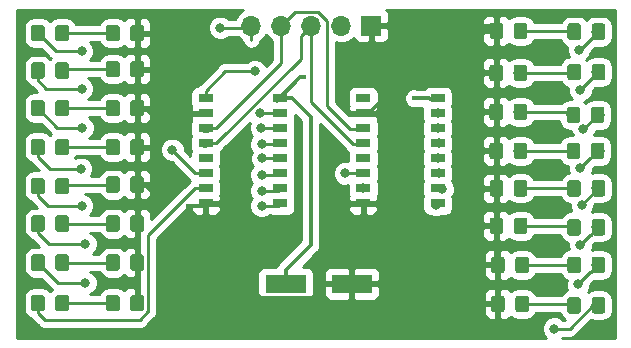
<source format=gbr>
G04 #@! TF.GenerationSoftware,KiCad,Pcbnew,(5.0.1-3-g963ef8bb5)*
G04 #@! TF.CreationDate,2018-12-19T14:50:12+08:00*
G04 #@! TF.ProjectId,16-LED-board,31362D4C45442D626F6172642E6B6963,1.0*
G04 #@! TF.SameCoordinates,Original*
G04 #@! TF.FileFunction,Copper,L1,Top,Signal*
G04 #@! TF.FilePolarity,Positive*
%FSLAX46Y46*%
G04 Gerber Fmt 4.6, Leading zero omitted, Abs format (unit mm)*
G04 Created by KiCad (PCBNEW (5.0.1-3-g963ef8bb5)) date 2018 December 19, Wednesday 14:50:12*
%MOMM*%
%LPD*%
G01*
G04 APERTURE LIST*
G04 #@! TA.AperFunction,SMDPad,CuDef*
%ADD10R,3.500000X1.600000*%
G04 #@! TD*
G04 #@! TA.AperFunction,Conductor*
%ADD11C,0.100000*%
G04 #@! TD*
G04 #@! TA.AperFunction,SMDPad,CuDef*
%ADD12C,1.150000*%
G04 #@! TD*
G04 #@! TA.AperFunction,ComponentPad*
%ADD13R,1.700000X1.700000*%
G04 #@! TD*
G04 #@! TA.AperFunction,ComponentPad*
%ADD14O,1.700000X1.700000*%
G04 #@! TD*
G04 #@! TA.AperFunction,SMDPad,CuDef*
%ADD15R,1.300000X0.800000*%
G04 #@! TD*
G04 #@! TA.AperFunction,ViaPad*
%ADD16C,0.400000*%
G04 #@! TD*
G04 #@! TA.AperFunction,ViaPad*
%ADD17C,0.800000*%
G04 #@! TD*
G04 #@! TA.AperFunction,Conductor*
%ADD18C,0.380000*%
G04 #@! TD*
G04 #@! TA.AperFunction,Conductor*
%ADD19C,0.250000*%
G04 #@! TD*
G04 #@! TA.AperFunction,Conductor*
%ADD20C,0.254000*%
G04 #@! TD*
G04 APERTURE END LIST*
D10*
G04 #@! TO.P,C1,1*
G04 #@! TO.N,VCC*
X92589000Y-106426000D03*
G04 #@! TO.P,C1,2*
G04 #@! TO.N,GND*
X86989000Y-106426000D03*
G04 #@! TD*
D11*
G04 #@! TO.N,Net-(D1-Pad2)*
G04 #@! TO.C,D1*
G36*
X68421505Y-107378204D02*
X68445773Y-107381804D01*
X68469572Y-107387765D01*
X68492671Y-107396030D01*
X68514850Y-107406520D01*
X68535893Y-107419132D01*
X68555599Y-107433747D01*
X68573777Y-107450223D01*
X68590253Y-107468401D01*
X68604868Y-107488107D01*
X68617480Y-107509150D01*
X68627970Y-107531329D01*
X68636235Y-107554428D01*
X68642196Y-107578227D01*
X68645796Y-107602495D01*
X68647000Y-107626999D01*
X68647000Y-108527001D01*
X68645796Y-108551505D01*
X68642196Y-108575773D01*
X68636235Y-108599572D01*
X68627970Y-108622671D01*
X68617480Y-108644850D01*
X68604868Y-108665893D01*
X68590253Y-108685599D01*
X68573777Y-108703777D01*
X68555599Y-108720253D01*
X68535893Y-108734868D01*
X68514850Y-108747480D01*
X68492671Y-108757970D01*
X68469572Y-108766235D01*
X68445773Y-108772196D01*
X68421505Y-108775796D01*
X68397001Y-108777000D01*
X67746999Y-108777000D01*
X67722495Y-108775796D01*
X67698227Y-108772196D01*
X67674428Y-108766235D01*
X67651329Y-108757970D01*
X67629150Y-108747480D01*
X67608107Y-108734868D01*
X67588401Y-108720253D01*
X67570223Y-108703777D01*
X67553747Y-108685599D01*
X67539132Y-108665893D01*
X67526520Y-108644850D01*
X67516030Y-108622671D01*
X67507765Y-108599572D01*
X67501804Y-108575773D01*
X67498204Y-108551505D01*
X67497000Y-108527001D01*
X67497000Y-107626999D01*
X67498204Y-107602495D01*
X67501804Y-107578227D01*
X67507765Y-107554428D01*
X67516030Y-107531329D01*
X67526520Y-107509150D01*
X67539132Y-107488107D01*
X67553747Y-107468401D01*
X67570223Y-107450223D01*
X67588401Y-107433747D01*
X67608107Y-107419132D01*
X67629150Y-107406520D01*
X67651329Y-107396030D01*
X67674428Y-107387765D01*
X67698227Y-107381804D01*
X67722495Y-107378204D01*
X67746999Y-107377000D01*
X68397001Y-107377000D01*
X68421505Y-107378204D01*
X68421505Y-107378204D01*
G37*
D12*
G04 #@! TD*
G04 #@! TO.P,D1,2*
G04 #@! TO.N,Net-(D1-Pad2)*
X68072000Y-108077000D03*
D11*
G04 #@! TO.N,/led_1_1*
G04 #@! TO.C,D1*
G36*
X66371505Y-107378204D02*
X66395773Y-107381804D01*
X66419572Y-107387765D01*
X66442671Y-107396030D01*
X66464850Y-107406520D01*
X66485893Y-107419132D01*
X66505599Y-107433747D01*
X66523777Y-107450223D01*
X66540253Y-107468401D01*
X66554868Y-107488107D01*
X66567480Y-107509150D01*
X66577970Y-107531329D01*
X66586235Y-107554428D01*
X66592196Y-107578227D01*
X66595796Y-107602495D01*
X66597000Y-107626999D01*
X66597000Y-108527001D01*
X66595796Y-108551505D01*
X66592196Y-108575773D01*
X66586235Y-108599572D01*
X66577970Y-108622671D01*
X66567480Y-108644850D01*
X66554868Y-108665893D01*
X66540253Y-108685599D01*
X66523777Y-108703777D01*
X66505599Y-108720253D01*
X66485893Y-108734868D01*
X66464850Y-108747480D01*
X66442671Y-108757970D01*
X66419572Y-108766235D01*
X66395773Y-108772196D01*
X66371505Y-108775796D01*
X66347001Y-108777000D01*
X65696999Y-108777000D01*
X65672495Y-108775796D01*
X65648227Y-108772196D01*
X65624428Y-108766235D01*
X65601329Y-108757970D01*
X65579150Y-108747480D01*
X65558107Y-108734868D01*
X65538401Y-108720253D01*
X65520223Y-108703777D01*
X65503747Y-108685599D01*
X65489132Y-108665893D01*
X65476520Y-108644850D01*
X65466030Y-108622671D01*
X65457765Y-108599572D01*
X65451804Y-108575773D01*
X65448204Y-108551505D01*
X65447000Y-108527001D01*
X65447000Y-107626999D01*
X65448204Y-107602495D01*
X65451804Y-107578227D01*
X65457765Y-107554428D01*
X65466030Y-107531329D01*
X65476520Y-107509150D01*
X65489132Y-107488107D01*
X65503747Y-107468401D01*
X65520223Y-107450223D01*
X65538401Y-107433747D01*
X65558107Y-107419132D01*
X65579150Y-107406520D01*
X65601329Y-107396030D01*
X65624428Y-107387765D01*
X65648227Y-107381804D01*
X65672495Y-107378204D01*
X65696999Y-107377000D01*
X66347001Y-107377000D01*
X66371505Y-107378204D01*
X66371505Y-107378204D01*
G37*
D12*
G04 #@! TD*
G04 #@! TO.P,D1,1*
G04 #@! TO.N,/led_1_1*
X66022000Y-108077000D03*
D11*
G04 #@! TO.N,/led_1_2*
G04 #@! TO.C,D2*
G36*
X66371505Y-103949204D02*
X66395773Y-103952804D01*
X66419572Y-103958765D01*
X66442671Y-103967030D01*
X66464850Y-103977520D01*
X66485893Y-103990132D01*
X66505599Y-104004747D01*
X66523777Y-104021223D01*
X66540253Y-104039401D01*
X66554868Y-104059107D01*
X66567480Y-104080150D01*
X66577970Y-104102329D01*
X66586235Y-104125428D01*
X66592196Y-104149227D01*
X66595796Y-104173495D01*
X66597000Y-104197999D01*
X66597000Y-105098001D01*
X66595796Y-105122505D01*
X66592196Y-105146773D01*
X66586235Y-105170572D01*
X66577970Y-105193671D01*
X66567480Y-105215850D01*
X66554868Y-105236893D01*
X66540253Y-105256599D01*
X66523777Y-105274777D01*
X66505599Y-105291253D01*
X66485893Y-105305868D01*
X66464850Y-105318480D01*
X66442671Y-105328970D01*
X66419572Y-105337235D01*
X66395773Y-105343196D01*
X66371505Y-105346796D01*
X66347001Y-105348000D01*
X65696999Y-105348000D01*
X65672495Y-105346796D01*
X65648227Y-105343196D01*
X65624428Y-105337235D01*
X65601329Y-105328970D01*
X65579150Y-105318480D01*
X65558107Y-105305868D01*
X65538401Y-105291253D01*
X65520223Y-105274777D01*
X65503747Y-105256599D01*
X65489132Y-105236893D01*
X65476520Y-105215850D01*
X65466030Y-105193671D01*
X65457765Y-105170572D01*
X65451804Y-105146773D01*
X65448204Y-105122505D01*
X65447000Y-105098001D01*
X65447000Y-104197999D01*
X65448204Y-104173495D01*
X65451804Y-104149227D01*
X65457765Y-104125428D01*
X65466030Y-104102329D01*
X65476520Y-104080150D01*
X65489132Y-104059107D01*
X65503747Y-104039401D01*
X65520223Y-104021223D01*
X65538401Y-104004747D01*
X65558107Y-103990132D01*
X65579150Y-103977520D01*
X65601329Y-103967030D01*
X65624428Y-103958765D01*
X65648227Y-103952804D01*
X65672495Y-103949204D01*
X65696999Y-103948000D01*
X66347001Y-103948000D01*
X66371505Y-103949204D01*
X66371505Y-103949204D01*
G37*
D12*
G04 #@! TD*
G04 #@! TO.P,D2,1*
G04 #@! TO.N,/led_1_2*
X66022000Y-104648000D03*
D11*
G04 #@! TO.N,Net-(D2-Pad2)*
G04 #@! TO.C,D2*
G36*
X68421505Y-103949204D02*
X68445773Y-103952804D01*
X68469572Y-103958765D01*
X68492671Y-103967030D01*
X68514850Y-103977520D01*
X68535893Y-103990132D01*
X68555599Y-104004747D01*
X68573777Y-104021223D01*
X68590253Y-104039401D01*
X68604868Y-104059107D01*
X68617480Y-104080150D01*
X68627970Y-104102329D01*
X68636235Y-104125428D01*
X68642196Y-104149227D01*
X68645796Y-104173495D01*
X68647000Y-104197999D01*
X68647000Y-105098001D01*
X68645796Y-105122505D01*
X68642196Y-105146773D01*
X68636235Y-105170572D01*
X68627970Y-105193671D01*
X68617480Y-105215850D01*
X68604868Y-105236893D01*
X68590253Y-105256599D01*
X68573777Y-105274777D01*
X68555599Y-105291253D01*
X68535893Y-105305868D01*
X68514850Y-105318480D01*
X68492671Y-105328970D01*
X68469572Y-105337235D01*
X68445773Y-105343196D01*
X68421505Y-105346796D01*
X68397001Y-105348000D01*
X67746999Y-105348000D01*
X67722495Y-105346796D01*
X67698227Y-105343196D01*
X67674428Y-105337235D01*
X67651329Y-105328970D01*
X67629150Y-105318480D01*
X67608107Y-105305868D01*
X67588401Y-105291253D01*
X67570223Y-105274777D01*
X67553747Y-105256599D01*
X67539132Y-105236893D01*
X67526520Y-105215850D01*
X67516030Y-105193671D01*
X67507765Y-105170572D01*
X67501804Y-105146773D01*
X67498204Y-105122505D01*
X67497000Y-105098001D01*
X67497000Y-104197999D01*
X67498204Y-104173495D01*
X67501804Y-104149227D01*
X67507765Y-104125428D01*
X67516030Y-104102329D01*
X67526520Y-104080150D01*
X67539132Y-104059107D01*
X67553747Y-104039401D01*
X67570223Y-104021223D01*
X67588401Y-104004747D01*
X67608107Y-103990132D01*
X67629150Y-103977520D01*
X67651329Y-103967030D01*
X67674428Y-103958765D01*
X67698227Y-103952804D01*
X67722495Y-103949204D01*
X67746999Y-103948000D01*
X68397001Y-103948000D01*
X68421505Y-103949204D01*
X68421505Y-103949204D01*
G37*
D12*
G04 #@! TD*
G04 #@! TO.P,D2,2*
G04 #@! TO.N,Net-(D2-Pad2)*
X68072000Y-104648000D03*
D11*
G04 #@! TO.N,Net-(D3-Pad2)*
G04 #@! TO.C,D3*
G36*
X68421505Y-100647204D02*
X68445773Y-100650804D01*
X68469572Y-100656765D01*
X68492671Y-100665030D01*
X68514850Y-100675520D01*
X68535893Y-100688132D01*
X68555599Y-100702747D01*
X68573777Y-100719223D01*
X68590253Y-100737401D01*
X68604868Y-100757107D01*
X68617480Y-100778150D01*
X68627970Y-100800329D01*
X68636235Y-100823428D01*
X68642196Y-100847227D01*
X68645796Y-100871495D01*
X68647000Y-100895999D01*
X68647000Y-101796001D01*
X68645796Y-101820505D01*
X68642196Y-101844773D01*
X68636235Y-101868572D01*
X68627970Y-101891671D01*
X68617480Y-101913850D01*
X68604868Y-101934893D01*
X68590253Y-101954599D01*
X68573777Y-101972777D01*
X68555599Y-101989253D01*
X68535893Y-102003868D01*
X68514850Y-102016480D01*
X68492671Y-102026970D01*
X68469572Y-102035235D01*
X68445773Y-102041196D01*
X68421505Y-102044796D01*
X68397001Y-102046000D01*
X67746999Y-102046000D01*
X67722495Y-102044796D01*
X67698227Y-102041196D01*
X67674428Y-102035235D01*
X67651329Y-102026970D01*
X67629150Y-102016480D01*
X67608107Y-102003868D01*
X67588401Y-101989253D01*
X67570223Y-101972777D01*
X67553747Y-101954599D01*
X67539132Y-101934893D01*
X67526520Y-101913850D01*
X67516030Y-101891671D01*
X67507765Y-101868572D01*
X67501804Y-101844773D01*
X67498204Y-101820505D01*
X67497000Y-101796001D01*
X67497000Y-100895999D01*
X67498204Y-100871495D01*
X67501804Y-100847227D01*
X67507765Y-100823428D01*
X67516030Y-100800329D01*
X67526520Y-100778150D01*
X67539132Y-100757107D01*
X67553747Y-100737401D01*
X67570223Y-100719223D01*
X67588401Y-100702747D01*
X67608107Y-100688132D01*
X67629150Y-100675520D01*
X67651329Y-100665030D01*
X67674428Y-100656765D01*
X67698227Y-100650804D01*
X67722495Y-100647204D01*
X67746999Y-100646000D01*
X68397001Y-100646000D01*
X68421505Y-100647204D01*
X68421505Y-100647204D01*
G37*
D12*
G04 #@! TD*
G04 #@! TO.P,D3,2*
G04 #@! TO.N,Net-(D3-Pad2)*
X68072000Y-101346000D03*
D11*
G04 #@! TO.N,/led_1_3*
G04 #@! TO.C,D3*
G36*
X66371505Y-100647204D02*
X66395773Y-100650804D01*
X66419572Y-100656765D01*
X66442671Y-100665030D01*
X66464850Y-100675520D01*
X66485893Y-100688132D01*
X66505599Y-100702747D01*
X66523777Y-100719223D01*
X66540253Y-100737401D01*
X66554868Y-100757107D01*
X66567480Y-100778150D01*
X66577970Y-100800329D01*
X66586235Y-100823428D01*
X66592196Y-100847227D01*
X66595796Y-100871495D01*
X66597000Y-100895999D01*
X66597000Y-101796001D01*
X66595796Y-101820505D01*
X66592196Y-101844773D01*
X66586235Y-101868572D01*
X66577970Y-101891671D01*
X66567480Y-101913850D01*
X66554868Y-101934893D01*
X66540253Y-101954599D01*
X66523777Y-101972777D01*
X66505599Y-101989253D01*
X66485893Y-102003868D01*
X66464850Y-102016480D01*
X66442671Y-102026970D01*
X66419572Y-102035235D01*
X66395773Y-102041196D01*
X66371505Y-102044796D01*
X66347001Y-102046000D01*
X65696999Y-102046000D01*
X65672495Y-102044796D01*
X65648227Y-102041196D01*
X65624428Y-102035235D01*
X65601329Y-102026970D01*
X65579150Y-102016480D01*
X65558107Y-102003868D01*
X65538401Y-101989253D01*
X65520223Y-101972777D01*
X65503747Y-101954599D01*
X65489132Y-101934893D01*
X65476520Y-101913850D01*
X65466030Y-101891671D01*
X65457765Y-101868572D01*
X65451804Y-101844773D01*
X65448204Y-101820505D01*
X65447000Y-101796001D01*
X65447000Y-100895999D01*
X65448204Y-100871495D01*
X65451804Y-100847227D01*
X65457765Y-100823428D01*
X65466030Y-100800329D01*
X65476520Y-100778150D01*
X65489132Y-100757107D01*
X65503747Y-100737401D01*
X65520223Y-100719223D01*
X65538401Y-100702747D01*
X65558107Y-100688132D01*
X65579150Y-100675520D01*
X65601329Y-100665030D01*
X65624428Y-100656765D01*
X65648227Y-100650804D01*
X65672495Y-100647204D01*
X65696999Y-100646000D01*
X66347001Y-100646000D01*
X66371505Y-100647204D01*
X66371505Y-100647204D01*
G37*
D12*
G04 #@! TD*
G04 #@! TO.P,D3,1*
G04 #@! TO.N,/led_1_3*
X66022000Y-101346000D03*
D11*
G04 #@! TO.N,/led_1_4*
G04 #@! TO.C,D4*
G36*
X66371505Y-97472204D02*
X66395773Y-97475804D01*
X66419572Y-97481765D01*
X66442671Y-97490030D01*
X66464850Y-97500520D01*
X66485893Y-97513132D01*
X66505599Y-97527747D01*
X66523777Y-97544223D01*
X66540253Y-97562401D01*
X66554868Y-97582107D01*
X66567480Y-97603150D01*
X66577970Y-97625329D01*
X66586235Y-97648428D01*
X66592196Y-97672227D01*
X66595796Y-97696495D01*
X66597000Y-97720999D01*
X66597000Y-98621001D01*
X66595796Y-98645505D01*
X66592196Y-98669773D01*
X66586235Y-98693572D01*
X66577970Y-98716671D01*
X66567480Y-98738850D01*
X66554868Y-98759893D01*
X66540253Y-98779599D01*
X66523777Y-98797777D01*
X66505599Y-98814253D01*
X66485893Y-98828868D01*
X66464850Y-98841480D01*
X66442671Y-98851970D01*
X66419572Y-98860235D01*
X66395773Y-98866196D01*
X66371505Y-98869796D01*
X66347001Y-98871000D01*
X65696999Y-98871000D01*
X65672495Y-98869796D01*
X65648227Y-98866196D01*
X65624428Y-98860235D01*
X65601329Y-98851970D01*
X65579150Y-98841480D01*
X65558107Y-98828868D01*
X65538401Y-98814253D01*
X65520223Y-98797777D01*
X65503747Y-98779599D01*
X65489132Y-98759893D01*
X65476520Y-98738850D01*
X65466030Y-98716671D01*
X65457765Y-98693572D01*
X65451804Y-98669773D01*
X65448204Y-98645505D01*
X65447000Y-98621001D01*
X65447000Y-97720999D01*
X65448204Y-97696495D01*
X65451804Y-97672227D01*
X65457765Y-97648428D01*
X65466030Y-97625329D01*
X65476520Y-97603150D01*
X65489132Y-97582107D01*
X65503747Y-97562401D01*
X65520223Y-97544223D01*
X65538401Y-97527747D01*
X65558107Y-97513132D01*
X65579150Y-97500520D01*
X65601329Y-97490030D01*
X65624428Y-97481765D01*
X65648227Y-97475804D01*
X65672495Y-97472204D01*
X65696999Y-97471000D01*
X66347001Y-97471000D01*
X66371505Y-97472204D01*
X66371505Y-97472204D01*
G37*
D12*
G04 #@! TD*
G04 #@! TO.P,D4,1*
G04 #@! TO.N,/led_1_4*
X66022000Y-98171000D03*
D11*
G04 #@! TO.N,Net-(D4-Pad2)*
G04 #@! TO.C,D4*
G36*
X68421505Y-97472204D02*
X68445773Y-97475804D01*
X68469572Y-97481765D01*
X68492671Y-97490030D01*
X68514850Y-97500520D01*
X68535893Y-97513132D01*
X68555599Y-97527747D01*
X68573777Y-97544223D01*
X68590253Y-97562401D01*
X68604868Y-97582107D01*
X68617480Y-97603150D01*
X68627970Y-97625329D01*
X68636235Y-97648428D01*
X68642196Y-97672227D01*
X68645796Y-97696495D01*
X68647000Y-97720999D01*
X68647000Y-98621001D01*
X68645796Y-98645505D01*
X68642196Y-98669773D01*
X68636235Y-98693572D01*
X68627970Y-98716671D01*
X68617480Y-98738850D01*
X68604868Y-98759893D01*
X68590253Y-98779599D01*
X68573777Y-98797777D01*
X68555599Y-98814253D01*
X68535893Y-98828868D01*
X68514850Y-98841480D01*
X68492671Y-98851970D01*
X68469572Y-98860235D01*
X68445773Y-98866196D01*
X68421505Y-98869796D01*
X68397001Y-98871000D01*
X67746999Y-98871000D01*
X67722495Y-98869796D01*
X67698227Y-98866196D01*
X67674428Y-98860235D01*
X67651329Y-98851970D01*
X67629150Y-98841480D01*
X67608107Y-98828868D01*
X67588401Y-98814253D01*
X67570223Y-98797777D01*
X67553747Y-98779599D01*
X67539132Y-98759893D01*
X67526520Y-98738850D01*
X67516030Y-98716671D01*
X67507765Y-98693572D01*
X67501804Y-98669773D01*
X67498204Y-98645505D01*
X67497000Y-98621001D01*
X67497000Y-97720999D01*
X67498204Y-97696495D01*
X67501804Y-97672227D01*
X67507765Y-97648428D01*
X67516030Y-97625329D01*
X67526520Y-97603150D01*
X67539132Y-97582107D01*
X67553747Y-97562401D01*
X67570223Y-97544223D01*
X67588401Y-97527747D01*
X67608107Y-97513132D01*
X67629150Y-97500520D01*
X67651329Y-97490030D01*
X67674428Y-97481765D01*
X67698227Y-97475804D01*
X67722495Y-97472204D01*
X67746999Y-97471000D01*
X68397001Y-97471000D01*
X68421505Y-97472204D01*
X68421505Y-97472204D01*
G37*
D12*
G04 #@! TD*
G04 #@! TO.P,D4,2*
G04 #@! TO.N,Net-(D4-Pad2)*
X68072000Y-98171000D03*
D11*
G04 #@! TO.N,Net-(D5-Pad2)*
G04 #@! TO.C,D5*
G36*
X68421505Y-94170204D02*
X68445773Y-94173804D01*
X68469572Y-94179765D01*
X68492671Y-94188030D01*
X68514850Y-94198520D01*
X68535893Y-94211132D01*
X68555599Y-94225747D01*
X68573777Y-94242223D01*
X68590253Y-94260401D01*
X68604868Y-94280107D01*
X68617480Y-94301150D01*
X68627970Y-94323329D01*
X68636235Y-94346428D01*
X68642196Y-94370227D01*
X68645796Y-94394495D01*
X68647000Y-94418999D01*
X68647000Y-95319001D01*
X68645796Y-95343505D01*
X68642196Y-95367773D01*
X68636235Y-95391572D01*
X68627970Y-95414671D01*
X68617480Y-95436850D01*
X68604868Y-95457893D01*
X68590253Y-95477599D01*
X68573777Y-95495777D01*
X68555599Y-95512253D01*
X68535893Y-95526868D01*
X68514850Y-95539480D01*
X68492671Y-95549970D01*
X68469572Y-95558235D01*
X68445773Y-95564196D01*
X68421505Y-95567796D01*
X68397001Y-95569000D01*
X67746999Y-95569000D01*
X67722495Y-95567796D01*
X67698227Y-95564196D01*
X67674428Y-95558235D01*
X67651329Y-95549970D01*
X67629150Y-95539480D01*
X67608107Y-95526868D01*
X67588401Y-95512253D01*
X67570223Y-95495777D01*
X67553747Y-95477599D01*
X67539132Y-95457893D01*
X67526520Y-95436850D01*
X67516030Y-95414671D01*
X67507765Y-95391572D01*
X67501804Y-95367773D01*
X67498204Y-95343505D01*
X67497000Y-95319001D01*
X67497000Y-94418999D01*
X67498204Y-94394495D01*
X67501804Y-94370227D01*
X67507765Y-94346428D01*
X67516030Y-94323329D01*
X67526520Y-94301150D01*
X67539132Y-94280107D01*
X67553747Y-94260401D01*
X67570223Y-94242223D01*
X67588401Y-94225747D01*
X67608107Y-94211132D01*
X67629150Y-94198520D01*
X67651329Y-94188030D01*
X67674428Y-94179765D01*
X67698227Y-94173804D01*
X67722495Y-94170204D01*
X67746999Y-94169000D01*
X68397001Y-94169000D01*
X68421505Y-94170204D01*
X68421505Y-94170204D01*
G37*
D12*
G04 #@! TD*
G04 #@! TO.P,D5,2*
G04 #@! TO.N,Net-(D5-Pad2)*
X68072000Y-94869000D03*
D11*
G04 #@! TO.N,/led_1_5*
G04 #@! TO.C,D5*
G36*
X66371505Y-94170204D02*
X66395773Y-94173804D01*
X66419572Y-94179765D01*
X66442671Y-94188030D01*
X66464850Y-94198520D01*
X66485893Y-94211132D01*
X66505599Y-94225747D01*
X66523777Y-94242223D01*
X66540253Y-94260401D01*
X66554868Y-94280107D01*
X66567480Y-94301150D01*
X66577970Y-94323329D01*
X66586235Y-94346428D01*
X66592196Y-94370227D01*
X66595796Y-94394495D01*
X66597000Y-94418999D01*
X66597000Y-95319001D01*
X66595796Y-95343505D01*
X66592196Y-95367773D01*
X66586235Y-95391572D01*
X66577970Y-95414671D01*
X66567480Y-95436850D01*
X66554868Y-95457893D01*
X66540253Y-95477599D01*
X66523777Y-95495777D01*
X66505599Y-95512253D01*
X66485893Y-95526868D01*
X66464850Y-95539480D01*
X66442671Y-95549970D01*
X66419572Y-95558235D01*
X66395773Y-95564196D01*
X66371505Y-95567796D01*
X66347001Y-95569000D01*
X65696999Y-95569000D01*
X65672495Y-95567796D01*
X65648227Y-95564196D01*
X65624428Y-95558235D01*
X65601329Y-95549970D01*
X65579150Y-95539480D01*
X65558107Y-95526868D01*
X65538401Y-95512253D01*
X65520223Y-95495777D01*
X65503747Y-95477599D01*
X65489132Y-95457893D01*
X65476520Y-95436850D01*
X65466030Y-95414671D01*
X65457765Y-95391572D01*
X65451804Y-95367773D01*
X65448204Y-95343505D01*
X65447000Y-95319001D01*
X65447000Y-94418999D01*
X65448204Y-94394495D01*
X65451804Y-94370227D01*
X65457765Y-94346428D01*
X65466030Y-94323329D01*
X65476520Y-94301150D01*
X65489132Y-94280107D01*
X65503747Y-94260401D01*
X65520223Y-94242223D01*
X65538401Y-94225747D01*
X65558107Y-94211132D01*
X65579150Y-94198520D01*
X65601329Y-94188030D01*
X65624428Y-94179765D01*
X65648227Y-94173804D01*
X65672495Y-94170204D01*
X65696999Y-94169000D01*
X66347001Y-94169000D01*
X66371505Y-94170204D01*
X66371505Y-94170204D01*
G37*
D12*
G04 #@! TD*
G04 #@! TO.P,D5,1*
G04 #@! TO.N,/led_1_5*
X66022000Y-94869000D03*
D11*
G04 #@! TO.N,/led_1_6*
G04 #@! TO.C,D6*
G36*
X66371505Y-90868204D02*
X66395773Y-90871804D01*
X66419572Y-90877765D01*
X66442671Y-90886030D01*
X66464850Y-90896520D01*
X66485893Y-90909132D01*
X66505599Y-90923747D01*
X66523777Y-90940223D01*
X66540253Y-90958401D01*
X66554868Y-90978107D01*
X66567480Y-90999150D01*
X66577970Y-91021329D01*
X66586235Y-91044428D01*
X66592196Y-91068227D01*
X66595796Y-91092495D01*
X66597000Y-91116999D01*
X66597000Y-92017001D01*
X66595796Y-92041505D01*
X66592196Y-92065773D01*
X66586235Y-92089572D01*
X66577970Y-92112671D01*
X66567480Y-92134850D01*
X66554868Y-92155893D01*
X66540253Y-92175599D01*
X66523777Y-92193777D01*
X66505599Y-92210253D01*
X66485893Y-92224868D01*
X66464850Y-92237480D01*
X66442671Y-92247970D01*
X66419572Y-92256235D01*
X66395773Y-92262196D01*
X66371505Y-92265796D01*
X66347001Y-92267000D01*
X65696999Y-92267000D01*
X65672495Y-92265796D01*
X65648227Y-92262196D01*
X65624428Y-92256235D01*
X65601329Y-92247970D01*
X65579150Y-92237480D01*
X65558107Y-92224868D01*
X65538401Y-92210253D01*
X65520223Y-92193777D01*
X65503747Y-92175599D01*
X65489132Y-92155893D01*
X65476520Y-92134850D01*
X65466030Y-92112671D01*
X65457765Y-92089572D01*
X65451804Y-92065773D01*
X65448204Y-92041505D01*
X65447000Y-92017001D01*
X65447000Y-91116999D01*
X65448204Y-91092495D01*
X65451804Y-91068227D01*
X65457765Y-91044428D01*
X65466030Y-91021329D01*
X65476520Y-90999150D01*
X65489132Y-90978107D01*
X65503747Y-90958401D01*
X65520223Y-90940223D01*
X65538401Y-90923747D01*
X65558107Y-90909132D01*
X65579150Y-90896520D01*
X65601329Y-90886030D01*
X65624428Y-90877765D01*
X65648227Y-90871804D01*
X65672495Y-90868204D01*
X65696999Y-90867000D01*
X66347001Y-90867000D01*
X66371505Y-90868204D01*
X66371505Y-90868204D01*
G37*
D12*
G04 #@! TD*
G04 #@! TO.P,D6,1*
G04 #@! TO.N,/led_1_6*
X66022000Y-91567000D03*
D11*
G04 #@! TO.N,Net-(D6-Pad2)*
G04 #@! TO.C,D6*
G36*
X68421505Y-90868204D02*
X68445773Y-90871804D01*
X68469572Y-90877765D01*
X68492671Y-90886030D01*
X68514850Y-90896520D01*
X68535893Y-90909132D01*
X68555599Y-90923747D01*
X68573777Y-90940223D01*
X68590253Y-90958401D01*
X68604868Y-90978107D01*
X68617480Y-90999150D01*
X68627970Y-91021329D01*
X68636235Y-91044428D01*
X68642196Y-91068227D01*
X68645796Y-91092495D01*
X68647000Y-91116999D01*
X68647000Y-92017001D01*
X68645796Y-92041505D01*
X68642196Y-92065773D01*
X68636235Y-92089572D01*
X68627970Y-92112671D01*
X68617480Y-92134850D01*
X68604868Y-92155893D01*
X68590253Y-92175599D01*
X68573777Y-92193777D01*
X68555599Y-92210253D01*
X68535893Y-92224868D01*
X68514850Y-92237480D01*
X68492671Y-92247970D01*
X68469572Y-92256235D01*
X68445773Y-92262196D01*
X68421505Y-92265796D01*
X68397001Y-92267000D01*
X67746999Y-92267000D01*
X67722495Y-92265796D01*
X67698227Y-92262196D01*
X67674428Y-92256235D01*
X67651329Y-92247970D01*
X67629150Y-92237480D01*
X67608107Y-92224868D01*
X67588401Y-92210253D01*
X67570223Y-92193777D01*
X67553747Y-92175599D01*
X67539132Y-92155893D01*
X67526520Y-92134850D01*
X67516030Y-92112671D01*
X67507765Y-92089572D01*
X67501804Y-92065773D01*
X67498204Y-92041505D01*
X67497000Y-92017001D01*
X67497000Y-91116999D01*
X67498204Y-91092495D01*
X67501804Y-91068227D01*
X67507765Y-91044428D01*
X67516030Y-91021329D01*
X67526520Y-90999150D01*
X67539132Y-90978107D01*
X67553747Y-90958401D01*
X67570223Y-90940223D01*
X67588401Y-90923747D01*
X67608107Y-90909132D01*
X67629150Y-90896520D01*
X67651329Y-90886030D01*
X67674428Y-90877765D01*
X67698227Y-90871804D01*
X67722495Y-90868204D01*
X67746999Y-90867000D01*
X68397001Y-90867000D01*
X68421505Y-90868204D01*
X68421505Y-90868204D01*
G37*
D12*
G04 #@! TD*
G04 #@! TO.P,D6,2*
G04 #@! TO.N,Net-(D6-Pad2)*
X68072000Y-91567000D03*
D11*
G04 #@! TO.N,Net-(D7-Pad2)*
G04 #@! TO.C,D7*
G36*
X68421505Y-87693204D02*
X68445773Y-87696804D01*
X68469572Y-87702765D01*
X68492671Y-87711030D01*
X68514850Y-87721520D01*
X68535893Y-87734132D01*
X68555599Y-87748747D01*
X68573777Y-87765223D01*
X68590253Y-87783401D01*
X68604868Y-87803107D01*
X68617480Y-87824150D01*
X68627970Y-87846329D01*
X68636235Y-87869428D01*
X68642196Y-87893227D01*
X68645796Y-87917495D01*
X68647000Y-87941999D01*
X68647000Y-88842001D01*
X68645796Y-88866505D01*
X68642196Y-88890773D01*
X68636235Y-88914572D01*
X68627970Y-88937671D01*
X68617480Y-88959850D01*
X68604868Y-88980893D01*
X68590253Y-89000599D01*
X68573777Y-89018777D01*
X68555599Y-89035253D01*
X68535893Y-89049868D01*
X68514850Y-89062480D01*
X68492671Y-89072970D01*
X68469572Y-89081235D01*
X68445773Y-89087196D01*
X68421505Y-89090796D01*
X68397001Y-89092000D01*
X67746999Y-89092000D01*
X67722495Y-89090796D01*
X67698227Y-89087196D01*
X67674428Y-89081235D01*
X67651329Y-89072970D01*
X67629150Y-89062480D01*
X67608107Y-89049868D01*
X67588401Y-89035253D01*
X67570223Y-89018777D01*
X67553747Y-89000599D01*
X67539132Y-88980893D01*
X67526520Y-88959850D01*
X67516030Y-88937671D01*
X67507765Y-88914572D01*
X67501804Y-88890773D01*
X67498204Y-88866505D01*
X67497000Y-88842001D01*
X67497000Y-87941999D01*
X67498204Y-87917495D01*
X67501804Y-87893227D01*
X67507765Y-87869428D01*
X67516030Y-87846329D01*
X67526520Y-87824150D01*
X67539132Y-87803107D01*
X67553747Y-87783401D01*
X67570223Y-87765223D01*
X67588401Y-87748747D01*
X67608107Y-87734132D01*
X67629150Y-87721520D01*
X67651329Y-87711030D01*
X67674428Y-87702765D01*
X67698227Y-87696804D01*
X67722495Y-87693204D01*
X67746999Y-87692000D01*
X68397001Y-87692000D01*
X68421505Y-87693204D01*
X68421505Y-87693204D01*
G37*
D12*
G04 #@! TD*
G04 #@! TO.P,D7,2*
G04 #@! TO.N,Net-(D7-Pad2)*
X68072000Y-88392000D03*
D11*
G04 #@! TO.N,/led_1_7*
G04 #@! TO.C,D7*
G36*
X66371505Y-87693204D02*
X66395773Y-87696804D01*
X66419572Y-87702765D01*
X66442671Y-87711030D01*
X66464850Y-87721520D01*
X66485893Y-87734132D01*
X66505599Y-87748747D01*
X66523777Y-87765223D01*
X66540253Y-87783401D01*
X66554868Y-87803107D01*
X66567480Y-87824150D01*
X66577970Y-87846329D01*
X66586235Y-87869428D01*
X66592196Y-87893227D01*
X66595796Y-87917495D01*
X66597000Y-87941999D01*
X66597000Y-88842001D01*
X66595796Y-88866505D01*
X66592196Y-88890773D01*
X66586235Y-88914572D01*
X66577970Y-88937671D01*
X66567480Y-88959850D01*
X66554868Y-88980893D01*
X66540253Y-89000599D01*
X66523777Y-89018777D01*
X66505599Y-89035253D01*
X66485893Y-89049868D01*
X66464850Y-89062480D01*
X66442671Y-89072970D01*
X66419572Y-89081235D01*
X66395773Y-89087196D01*
X66371505Y-89090796D01*
X66347001Y-89092000D01*
X65696999Y-89092000D01*
X65672495Y-89090796D01*
X65648227Y-89087196D01*
X65624428Y-89081235D01*
X65601329Y-89072970D01*
X65579150Y-89062480D01*
X65558107Y-89049868D01*
X65538401Y-89035253D01*
X65520223Y-89018777D01*
X65503747Y-89000599D01*
X65489132Y-88980893D01*
X65476520Y-88959850D01*
X65466030Y-88937671D01*
X65457765Y-88914572D01*
X65451804Y-88890773D01*
X65448204Y-88866505D01*
X65447000Y-88842001D01*
X65447000Y-87941999D01*
X65448204Y-87917495D01*
X65451804Y-87893227D01*
X65457765Y-87869428D01*
X65466030Y-87846329D01*
X65476520Y-87824150D01*
X65489132Y-87803107D01*
X65503747Y-87783401D01*
X65520223Y-87765223D01*
X65538401Y-87748747D01*
X65558107Y-87734132D01*
X65579150Y-87721520D01*
X65601329Y-87711030D01*
X65624428Y-87702765D01*
X65648227Y-87696804D01*
X65672495Y-87693204D01*
X65696999Y-87692000D01*
X66347001Y-87692000D01*
X66371505Y-87693204D01*
X66371505Y-87693204D01*
G37*
D12*
G04 #@! TD*
G04 #@! TO.P,D7,1*
G04 #@! TO.N,/led_1_7*
X66022000Y-88392000D03*
D11*
G04 #@! TO.N,/led_1_8*
G04 #@! TO.C,D8*
G36*
X66371505Y-84518204D02*
X66395773Y-84521804D01*
X66419572Y-84527765D01*
X66442671Y-84536030D01*
X66464850Y-84546520D01*
X66485893Y-84559132D01*
X66505599Y-84573747D01*
X66523777Y-84590223D01*
X66540253Y-84608401D01*
X66554868Y-84628107D01*
X66567480Y-84649150D01*
X66577970Y-84671329D01*
X66586235Y-84694428D01*
X66592196Y-84718227D01*
X66595796Y-84742495D01*
X66597000Y-84766999D01*
X66597000Y-85667001D01*
X66595796Y-85691505D01*
X66592196Y-85715773D01*
X66586235Y-85739572D01*
X66577970Y-85762671D01*
X66567480Y-85784850D01*
X66554868Y-85805893D01*
X66540253Y-85825599D01*
X66523777Y-85843777D01*
X66505599Y-85860253D01*
X66485893Y-85874868D01*
X66464850Y-85887480D01*
X66442671Y-85897970D01*
X66419572Y-85906235D01*
X66395773Y-85912196D01*
X66371505Y-85915796D01*
X66347001Y-85917000D01*
X65696999Y-85917000D01*
X65672495Y-85915796D01*
X65648227Y-85912196D01*
X65624428Y-85906235D01*
X65601329Y-85897970D01*
X65579150Y-85887480D01*
X65558107Y-85874868D01*
X65538401Y-85860253D01*
X65520223Y-85843777D01*
X65503747Y-85825599D01*
X65489132Y-85805893D01*
X65476520Y-85784850D01*
X65466030Y-85762671D01*
X65457765Y-85739572D01*
X65451804Y-85715773D01*
X65448204Y-85691505D01*
X65447000Y-85667001D01*
X65447000Y-84766999D01*
X65448204Y-84742495D01*
X65451804Y-84718227D01*
X65457765Y-84694428D01*
X65466030Y-84671329D01*
X65476520Y-84649150D01*
X65489132Y-84628107D01*
X65503747Y-84608401D01*
X65520223Y-84590223D01*
X65538401Y-84573747D01*
X65558107Y-84559132D01*
X65579150Y-84546520D01*
X65601329Y-84536030D01*
X65624428Y-84527765D01*
X65648227Y-84521804D01*
X65672495Y-84518204D01*
X65696999Y-84517000D01*
X66347001Y-84517000D01*
X66371505Y-84518204D01*
X66371505Y-84518204D01*
G37*
D12*
G04 #@! TD*
G04 #@! TO.P,D8,1*
G04 #@! TO.N,/led_1_8*
X66022000Y-85217000D03*
D11*
G04 #@! TO.N,Net-(D8-Pad2)*
G04 #@! TO.C,D8*
G36*
X68421505Y-84518204D02*
X68445773Y-84521804D01*
X68469572Y-84527765D01*
X68492671Y-84536030D01*
X68514850Y-84546520D01*
X68535893Y-84559132D01*
X68555599Y-84573747D01*
X68573777Y-84590223D01*
X68590253Y-84608401D01*
X68604868Y-84628107D01*
X68617480Y-84649150D01*
X68627970Y-84671329D01*
X68636235Y-84694428D01*
X68642196Y-84718227D01*
X68645796Y-84742495D01*
X68647000Y-84766999D01*
X68647000Y-85667001D01*
X68645796Y-85691505D01*
X68642196Y-85715773D01*
X68636235Y-85739572D01*
X68627970Y-85762671D01*
X68617480Y-85784850D01*
X68604868Y-85805893D01*
X68590253Y-85825599D01*
X68573777Y-85843777D01*
X68555599Y-85860253D01*
X68535893Y-85874868D01*
X68514850Y-85887480D01*
X68492671Y-85897970D01*
X68469572Y-85906235D01*
X68445773Y-85912196D01*
X68421505Y-85915796D01*
X68397001Y-85917000D01*
X67746999Y-85917000D01*
X67722495Y-85915796D01*
X67698227Y-85912196D01*
X67674428Y-85906235D01*
X67651329Y-85897970D01*
X67629150Y-85887480D01*
X67608107Y-85874868D01*
X67588401Y-85860253D01*
X67570223Y-85843777D01*
X67553747Y-85825599D01*
X67539132Y-85805893D01*
X67526520Y-85784850D01*
X67516030Y-85762671D01*
X67507765Y-85739572D01*
X67501804Y-85715773D01*
X67498204Y-85691505D01*
X67497000Y-85667001D01*
X67497000Y-84766999D01*
X67498204Y-84742495D01*
X67501804Y-84718227D01*
X67507765Y-84694428D01*
X67516030Y-84671329D01*
X67526520Y-84649150D01*
X67539132Y-84628107D01*
X67553747Y-84608401D01*
X67570223Y-84590223D01*
X67588401Y-84573747D01*
X67608107Y-84559132D01*
X67629150Y-84546520D01*
X67651329Y-84536030D01*
X67674428Y-84527765D01*
X67698227Y-84521804D01*
X67722495Y-84518204D01*
X67746999Y-84517000D01*
X68397001Y-84517000D01*
X68421505Y-84518204D01*
X68421505Y-84518204D01*
G37*
D12*
G04 #@! TD*
G04 #@! TO.P,D8,2*
G04 #@! TO.N,Net-(D8-Pad2)*
X68072000Y-85217000D03*
D11*
G04 #@! TO.N,/led_2_1*
G04 #@! TO.C,D9*
G36*
X113824005Y-107568704D02*
X113848273Y-107572304D01*
X113872072Y-107578265D01*
X113895171Y-107586530D01*
X113917350Y-107597020D01*
X113938393Y-107609632D01*
X113958099Y-107624247D01*
X113976277Y-107640723D01*
X113992753Y-107658901D01*
X114007368Y-107678607D01*
X114019980Y-107699650D01*
X114030470Y-107721829D01*
X114038735Y-107744928D01*
X114044696Y-107768727D01*
X114048296Y-107792995D01*
X114049500Y-107817499D01*
X114049500Y-108717501D01*
X114048296Y-108742005D01*
X114044696Y-108766273D01*
X114038735Y-108790072D01*
X114030470Y-108813171D01*
X114019980Y-108835350D01*
X114007368Y-108856393D01*
X113992753Y-108876099D01*
X113976277Y-108894277D01*
X113958099Y-108910753D01*
X113938393Y-108925368D01*
X113917350Y-108937980D01*
X113895171Y-108948470D01*
X113872072Y-108956735D01*
X113848273Y-108962696D01*
X113824005Y-108966296D01*
X113799501Y-108967500D01*
X113149499Y-108967500D01*
X113124995Y-108966296D01*
X113100727Y-108962696D01*
X113076928Y-108956735D01*
X113053829Y-108948470D01*
X113031650Y-108937980D01*
X113010607Y-108925368D01*
X112990901Y-108910753D01*
X112972723Y-108894277D01*
X112956247Y-108876099D01*
X112941632Y-108856393D01*
X112929020Y-108835350D01*
X112918530Y-108813171D01*
X112910265Y-108790072D01*
X112904304Y-108766273D01*
X112900704Y-108742005D01*
X112899500Y-108717501D01*
X112899500Y-107817499D01*
X112900704Y-107792995D01*
X112904304Y-107768727D01*
X112910265Y-107744928D01*
X112918530Y-107721829D01*
X112929020Y-107699650D01*
X112941632Y-107678607D01*
X112956247Y-107658901D01*
X112972723Y-107640723D01*
X112990901Y-107624247D01*
X113010607Y-107609632D01*
X113031650Y-107597020D01*
X113053829Y-107586530D01*
X113076928Y-107578265D01*
X113100727Y-107572304D01*
X113124995Y-107568704D01*
X113149499Y-107567500D01*
X113799501Y-107567500D01*
X113824005Y-107568704D01*
X113824005Y-107568704D01*
G37*
D12*
G04 #@! TD*
G04 #@! TO.P,D9,1*
G04 #@! TO.N,/led_2_1*
X113474500Y-108267500D03*
D11*
G04 #@! TO.N,Net-(D9-Pad2)*
G04 #@! TO.C,D9*
G36*
X111774005Y-107568704D02*
X111798273Y-107572304D01*
X111822072Y-107578265D01*
X111845171Y-107586530D01*
X111867350Y-107597020D01*
X111888393Y-107609632D01*
X111908099Y-107624247D01*
X111926277Y-107640723D01*
X111942753Y-107658901D01*
X111957368Y-107678607D01*
X111969980Y-107699650D01*
X111980470Y-107721829D01*
X111988735Y-107744928D01*
X111994696Y-107768727D01*
X111998296Y-107792995D01*
X111999500Y-107817499D01*
X111999500Y-108717501D01*
X111998296Y-108742005D01*
X111994696Y-108766273D01*
X111988735Y-108790072D01*
X111980470Y-108813171D01*
X111969980Y-108835350D01*
X111957368Y-108856393D01*
X111942753Y-108876099D01*
X111926277Y-108894277D01*
X111908099Y-108910753D01*
X111888393Y-108925368D01*
X111867350Y-108937980D01*
X111845171Y-108948470D01*
X111822072Y-108956735D01*
X111798273Y-108962696D01*
X111774005Y-108966296D01*
X111749501Y-108967500D01*
X111099499Y-108967500D01*
X111074995Y-108966296D01*
X111050727Y-108962696D01*
X111026928Y-108956735D01*
X111003829Y-108948470D01*
X110981650Y-108937980D01*
X110960607Y-108925368D01*
X110940901Y-108910753D01*
X110922723Y-108894277D01*
X110906247Y-108876099D01*
X110891632Y-108856393D01*
X110879020Y-108835350D01*
X110868530Y-108813171D01*
X110860265Y-108790072D01*
X110854304Y-108766273D01*
X110850704Y-108742005D01*
X110849500Y-108717501D01*
X110849500Y-107817499D01*
X110850704Y-107792995D01*
X110854304Y-107768727D01*
X110860265Y-107744928D01*
X110868530Y-107721829D01*
X110879020Y-107699650D01*
X110891632Y-107678607D01*
X110906247Y-107658901D01*
X110922723Y-107640723D01*
X110940901Y-107624247D01*
X110960607Y-107609632D01*
X110981650Y-107597020D01*
X111003829Y-107586530D01*
X111026928Y-107578265D01*
X111050727Y-107572304D01*
X111074995Y-107568704D01*
X111099499Y-107567500D01*
X111749501Y-107567500D01*
X111774005Y-107568704D01*
X111774005Y-107568704D01*
G37*
D12*
G04 #@! TD*
G04 #@! TO.P,D9,2*
G04 #@! TO.N,Net-(D9-Pad2)*
X111424500Y-108267500D03*
D11*
G04 #@! TO.N,Net-(D10-Pad2)*
G04 #@! TO.C,D10*
G36*
X111774005Y-104139704D02*
X111798273Y-104143304D01*
X111822072Y-104149265D01*
X111845171Y-104157530D01*
X111867350Y-104168020D01*
X111888393Y-104180632D01*
X111908099Y-104195247D01*
X111926277Y-104211723D01*
X111942753Y-104229901D01*
X111957368Y-104249607D01*
X111969980Y-104270650D01*
X111980470Y-104292829D01*
X111988735Y-104315928D01*
X111994696Y-104339727D01*
X111998296Y-104363995D01*
X111999500Y-104388499D01*
X111999500Y-105288501D01*
X111998296Y-105313005D01*
X111994696Y-105337273D01*
X111988735Y-105361072D01*
X111980470Y-105384171D01*
X111969980Y-105406350D01*
X111957368Y-105427393D01*
X111942753Y-105447099D01*
X111926277Y-105465277D01*
X111908099Y-105481753D01*
X111888393Y-105496368D01*
X111867350Y-105508980D01*
X111845171Y-105519470D01*
X111822072Y-105527735D01*
X111798273Y-105533696D01*
X111774005Y-105537296D01*
X111749501Y-105538500D01*
X111099499Y-105538500D01*
X111074995Y-105537296D01*
X111050727Y-105533696D01*
X111026928Y-105527735D01*
X111003829Y-105519470D01*
X110981650Y-105508980D01*
X110960607Y-105496368D01*
X110940901Y-105481753D01*
X110922723Y-105465277D01*
X110906247Y-105447099D01*
X110891632Y-105427393D01*
X110879020Y-105406350D01*
X110868530Y-105384171D01*
X110860265Y-105361072D01*
X110854304Y-105337273D01*
X110850704Y-105313005D01*
X110849500Y-105288501D01*
X110849500Y-104388499D01*
X110850704Y-104363995D01*
X110854304Y-104339727D01*
X110860265Y-104315928D01*
X110868530Y-104292829D01*
X110879020Y-104270650D01*
X110891632Y-104249607D01*
X110906247Y-104229901D01*
X110922723Y-104211723D01*
X110940901Y-104195247D01*
X110960607Y-104180632D01*
X110981650Y-104168020D01*
X111003829Y-104157530D01*
X111026928Y-104149265D01*
X111050727Y-104143304D01*
X111074995Y-104139704D01*
X111099499Y-104138500D01*
X111749501Y-104138500D01*
X111774005Y-104139704D01*
X111774005Y-104139704D01*
G37*
D12*
G04 #@! TD*
G04 #@! TO.P,D10,2*
G04 #@! TO.N,Net-(D10-Pad2)*
X111424500Y-104838500D03*
D11*
G04 #@! TO.N,/led_2_2*
G04 #@! TO.C,D10*
G36*
X113824005Y-104139704D02*
X113848273Y-104143304D01*
X113872072Y-104149265D01*
X113895171Y-104157530D01*
X113917350Y-104168020D01*
X113938393Y-104180632D01*
X113958099Y-104195247D01*
X113976277Y-104211723D01*
X113992753Y-104229901D01*
X114007368Y-104249607D01*
X114019980Y-104270650D01*
X114030470Y-104292829D01*
X114038735Y-104315928D01*
X114044696Y-104339727D01*
X114048296Y-104363995D01*
X114049500Y-104388499D01*
X114049500Y-105288501D01*
X114048296Y-105313005D01*
X114044696Y-105337273D01*
X114038735Y-105361072D01*
X114030470Y-105384171D01*
X114019980Y-105406350D01*
X114007368Y-105427393D01*
X113992753Y-105447099D01*
X113976277Y-105465277D01*
X113958099Y-105481753D01*
X113938393Y-105496368D01*
X113917350Y-105508980D01*
X113895171Y-105519470D01*
X113872072Y-105527735D01*
X113848273Y-105533696D01*
X113824005Y-105537296D01*
X113799501Y-105538500D01*
X113149499Y-105538500D01*
X113124995Y-105537296D01*
X113100727Y-105533696D01*
X113076928Y-105527735D01*
X113053829Y-105519470D01*
X113031650Y-105508980D01*
X113010607Y-105496368D01*
X112990901Y-105481753D01*
X112972723Y-105465277D01*
X112956247Y-105447099D01*
X112941632Y-105427393D01*
X112929020Y-105406350D01*
X112918530Y-105384171D01*
X112910265Y-105361072D01*
X112904304Y-105337273D01*
X112900704Y-105313005D01*
X112899500Y-105288501D01*
X112899500Y-104388499D01*
X112900704Y-104363995D01*
X112904304Y-104339727D01*
X112910265Y-104315928D01*
X112918530Y-104292829D01*
X112929020Y-104270650D01*
X112941632Y-104249607D01*
X112956247Y-104229901D01*
X112972723Y-104211723D01*
X112990901Y-104195247D01*
X113010607Y-104180632D01*
X113031650Y-104168020D01*
X113053829Y-104157530D01*
X113076928Y-104149265D01*
X113100727Y-104143304D01*
X113124995Y-104139704D01*
X113149499Y-104138500D01*
X113799501Y-104138500D01*
X113824005Y-104139704D01*
X113824005Y-104139704D01*
G37*
D12*
G04 #@! TD*
G04 #@! TO.P,D10,1*
G04 #@! TO.N,/led_2_2*
X113474500Y-104838500D03*
D11*
G04 #@! TO.N,/led_2_3*
G04 #@! TO.C,D11*
G36*
X113824005Y-100964704D02*
X113848273Y-100968304D01*
X113872072Y-100974265D01*
X113895171Y-100982530D01*
X113917350Y-100993020D01*
X113938393Y-101005632D01*
X113958099Y-101020247D01*
X113976277Y-101036723D01*
X113992753Y-101054901D01*
X114007368Y-101074607D01*
X114019980Y-101095650D01*
X114030470Y-101117829D01*
X114038735Y-101140928D01*
X114044696Y-101164727D01*
X114048296Y-101188995D01*
X114049500Y-101213499D01*
X114049500Y-102113501D01*
X114048296Y-102138005D01*
X114044696Y-102162273D01*
X114038735Y-102186072D01*
X114030470Y-102209171D01*
X114019980Y-102231350D01*
X114007368Y-102252393D01*
X113992753Y-102272099D01*
X113976277Y-102290277D01*
X113958099Y-102306753D01*
X113938393Y-102321368D01*
X113917350Y-102333980D01*
X113895171Y-102344470D01*
X113872072Y-102352735D01*
X113848273Y-102358696D01*
X113824005Y-102362296D01*
X113799501Y-102363500D01*
X113149499Y-102363500D01*
X113124995Y-102362296D01*
X113100727Y-102358696D01*
X113076928Y-102352735D01*
X113053829Y-102344470D01*
X113031650Y-102333980D01*
X113010607Y-102321368D01*
X112990901Y-102306753D01*
X112972723Y-102290277D01*
X112956247Y-102272099D01*
X112941632Y-102252393D01*
X112929020Y-102231350D01*
X112918530Y-102209171D01*
X112910265Y-102186072D01*
X112904304Y-102162273D01*
X112900704Y-102138005D01*
X112899500Y-102113501D01*
X112899500Y-101213499D01*
X112900704Y-101188995D01*
X112904304Y-101164727D01*
X112910265Y-101140928D01*
X112918530Y-101117829D01*
X112929020Y-101095650D01*
X112941632Y-101074607D01*
X112956247Y-101054901D01*
X112972723Y-101036723D01*
X112990901Y-101020247D01*
X113010607Y-101005632D01*
X113031650Y-100993020D01*
X113053829Y-100982530D01*
X113076928Y-100974265D01*
X113100727Y-100968304D01*
X113124995Y-100964704D01*
X113149499Y-100963500D01*
X113799501Y-100963500D01*
X113824005Y-100964704D01*
X113824005Y-100964704D01*
G37*
D12*
G04 #@! TD*
G04 #@! TO.P,D11,1*
G04 #@! TO.N,/led_2_3*
X113474500Y-101663500D03*
D11*
G04 #@! TO.N,Net-(D11-Pad2)*
G04 #@! TO.C,D11*
G36*
X111774005Y-100964704D02*
X111798273Y-100968304D01*
X111822072Y-100974265D01*
X111845171Y-100982530D01*
X111867350Y-100993020D01*
X111888393Y-101005632D01*
X111908099Y-101020247D01*
X111926277Y-101036723D01*
X111942753Y-101054901D01*
X111957368Y-101074607D01*
X111969980Y-101095650D01*
X111980470Y-101117829D01*
X111988735Y-101140928D01*
X111994696Y-101164727D01*
X111998296Y-101188995D01*
X111999500Y-101213499D01*
X111999500Y-102113501D01*
X111998296Y-102138005D01*
X111994696Y-102162273D01*
X111988735Y-102186072D01*
X111980470Y-102209171D01*
X111969980Y-102231350D01*
X111957368Y-102252393D01*
X111942753Y-102272099D01*
X111926277Y-102290277D01*
X111908099Y-102306753D01*
X111888393Y-102321368D01*
X111867350Y-102333980D01*
X111845171Y-102344470D01*
X111822072Y-102352735D01*
X111798273Y-102358696D01*
X111774005Y-102362296D01*
X111749501Y-102363500D01*
X111099499Y-102363500D01*
X111074995Y-102362296D01*
X111050727Y-102358696D01*
X111026928Y-102352735D01*
X111003829Y-102344470D01*
X110981650Y-102333980D01*
X110960607Y-102321368D01*
X110940901Y-102306753D01*
X110922723Y-102290277D01*
X110906247Y-102272099D01*
X110891632Y-102252393D01*
X110879020Y-102231350D01*
X110868530Y-102209171D01*
X110860265Y-102186072D01*
X110854304Y-102162273D01*
X110850704Y-102138005D01*
X110849500Y-102113501D01*
X110849500Y-101213499D01*
X110850704Y-101188995D01*
X110854304Y-101164727D01*
X110860265Y-101140928D01*
X110868530Y-101117829D01*
X110879020Y-101095650D01*
X110891632Y-101074607D01*
X110906247Y-101054901D01*
X110922723Y-101036723D01*
X110940901Y-101020247D01*
X110960607Y-101005632D01*
X110981650Y-100993020D01*
X111003829Y-100982530D01*
X111026928Y-100974265D01*
X111050727Y-100968304D01*
X111074995Y-100964704D01*
X111099499Y-100963500D01*
X111749501Y-100963500D01*
X111774005Y-100964704D01*
X111774005Y-100964704D01*
G37*
D12*
G04 #@! TD*
G04 #@! TO.P,D11,2*
G04 #@! TO.N,Net-(D11-Pad2)*
X111424500Y-101663500D03*
D11*
G04 #@! TO.N,Net-(D12-Pad2)*
G04 #@! TO.C,D12*
G36*
X111774005Y-97662704D02*
X111798273Y-97666304D01*
X111822072Y-97672265D01*
X111845171Y-97680530D01*
X111867350Y-97691020D01*
X111888393Y-97703632D01*
X111908099Y-97718247D01*
X111926277Y-97734723D01*
X111942753Y-97752901D01*
X111957368Y-97772607D01*
X111969980Y-97793650D01*
X111980470Y-97815829D01*
X111988735Y-97838928D01*
X111994696Y-97862727D01*
X111998296Y-97886995D01*
X111999500Y-97911499D01*
X111999500Y-98811501D01*
X111998296Y-98836005D01*
X111994696Y-98860273D01*
X111988735Y-98884072D01*
X111980470Y-98907171D01*
X111969980Y-98929350D01*
X111957368Y-98950393D01*
X111942753Y-98970099D01*
X111926277Y-98988277D01*
X111908099Y-99004753D01*
X111888393Y-99019368D01*
X111867350Y-99031980D01*
X111845171Y-99042470D01*
X111822072Y-99050735D01*
X111798273Y-99056696D01*
X111774005Y-99060296D01*
X111749501Y-99061500D01*
X111099499Y-99061500D01*
X111074995Y-99060296D01*
X111050727Y-99056696D01*
X111026928Y-99050735D01*
X111003829Y-99042470D01*
X110981650Y-99031980D01*
X110960607Y-99019368D01*
X110940901Y-99004753D01*
X110922723Y-98988277D01*
X110906247Y-98970099D01*
X110891632Y-98950393D01*
X110879020Y-98929350D01*
X110868530Y-98907171D01*
X110860265Y-98884072D01*
X110854304Y-98860273D01*
X110850704Y-98836005D01*
X110849500Y-98811501D01*
X110849500Y-97911499D01*
X110850704Y-97886995D01*
X110854304Y-97862727D01*
X110860265Y-97838928D01*
X110868530Y-97815829D01*
X110879020Y-97793650D01*
X110891632Y-97772607D01*
X110906247Y-97752901D01*
X110922723Y-97734723D01*
X110940901Y-97718247D01*
X110960607Y-97703632D01*
X110981650Y-97691020D01*
X111003829Y-97680530D01*
X111026928Y-97672265D01*
X111050727Y-97666304D01*
X111074995Y-97662704D01*
X111099499Y-97661500D01*
X111749501Y-97661500D01*
X111774005Y-97662704D01*
X111774005Y-97662704D01*
G37*
D12*
G04 #@! TD*
G04 #@! TO.P,D12,2*
G04 #@! TO.N,Net-(D12-Pad2)*
X111424500Y-98361500D03*
D11*
G04 #@! TO.N,/led_2_4*
G04 #@! TO.C,D12*
G36*
X113824005Y-97662704D02*
X113848273Y-97666304D01*
X113872072Y-97672265D01*
X113895171Y-97680530D01*
X113917350Y-97691020D01*
X113938393Y-97703632D01*
X113958099Y-97718247D01*
X113976277Y-97734723D01*
X113992753Y-97752901D01*
X114007368Y-97772607D01*
X114019980Y-97793650D01*
X114030470Y-97815829D01*
X114038735Y-97838928D01*
X114044696Y-97862727D01*
X114048296Y-97886995D01*
X114049500Y-97911499D01*
X114049500Y-98811501D01*
X114048296Y-98836005D01*
X114044696Y-98860273D01*
X114038735Y-98884072D01*
X114030470Y-98907171D01*
X114019980Y-98929350D01*
X114007368Y-98950393D01*
X113992753Y-98970099D01*
X113976277Y-98988277D01*
X113958099Y-99004753D01*
X113938393Y-99019368D01*
X113917350Y-99031980D01*
X113895171Y-99042470D01*
X113872072Y-99050735D01*
X113848273Y-99056696D01*
X113824005Y-99060296D01*
X113799501Y-99061500D01*
X113149499Y-99061500D01*
X113124995Y-99060296D01*
X113100727Y-99056696D01*
X113076928Y-99050735D01*
X113053829Y-99042470D01*
X113031650Y-99031980D01*
X113010607Y-99019368D01*
X112990901Y-99004753D01*
X112972723Y-98988277D01*
X112956247Y-98970099D01*
X112941632Y-98950393D01*
X112929020Y-98929350D01*
X112918530Y-98907171D01*
X112910265Y-98884072D01*
X112904304Y-98860273D01*
X112900704Y-98836005D01*
X112899500Y-98811501D01*
X112899500Y-97911499D01*
X112900704Y-97886995D01*
X112904304Y-97862727D01*
X112910265Y-97838928D01*
X112918530Y-97815829D01*
X112929020Y-97793650D01*
X112941632Y-97772607D01*
X112956247Y-97752901D01*
X112972723Y-97734723D01*
X112990901Y-97718247D01*
X113010607Y-97703632D01*
X113031650Y-97691020D01*
X113053829Y-97680530D01*
X113076928Y-97672265D01*
X113100727Y-97666304D01*
X113124995Y-97662704D01*
X113149499Y-97661500D01*
X113799501Y-97661500D01*
X113824005Y-97662704D01*
X113824005Y-97662704D01*
G37*
D12*
G04 #@! TD*
G04 #@! TO.P,D12,1*
G04 #@! TO.N,/led_2_4*
X113474500Y-98361500D03*
D11*
G04 #@! TO.N,/led_2_5*
G04 #@! TO.C,D13*
G36*
X113760505Y-94487704D02*
X113784773Y-94491304D01*
X113808572Y-94497265D01*
X113831671Y-94505530D01*
X113853850Y-94516020D01*
X113874893Y-94528632D01*
X113894599Y-94543247D01*
X113912777Y-94559723D01*
X113929253Y-94577901D01*
X113943868Y-94597607D01*
X113956480Y-94618650D01*
X113966970Y-94640829D01*
X113975235Y-94663928D01*
X113981196Y-94687727D01*
X113984796Y-94711995D01*
X113986000Y-94736499D01*
X113986000Y-95636501D01*
X113984796Y-95661005D01*
X113981196Y-95685273D01*
X113975235Y-95709072D01*
X113966970Y-95732171D01*
X113956480Y-95754350D01*
X113943868Y-95775393D01*
X113929253Y-95795099D01*
X113912777Y-95813277D01*
X113894599Y-95829753D01*
X113874893Y-95844368D01*
X113853850Y-95856980D01*
X113831671Y-95867470D01*
X113808572Y-95875735D01*
X113784773Y-95881696D01*
X113760505Y-95885296D01*
X113736001Y-95886500D01*
X113085999Y-95886500D01*
X113061495Y-95885296D01*
X113037227Y-95881696D01*
X113013428Y-95875735D01*
X112990329Y-95867470D01*
X112968150Y-95856980D01*
X112947107Y-95844368D01*
X112927401Y-95829753D01*
X112909223Y-95813277D01*
X112892747Y-95795099D01*
X112878132Y-95775393D01*
X112865520Y-95754350D01*
X112855030Y-95732171D01*
X112846765Y-95709072D01*
X112840804Y-95685273D01*
X112837204Y-95661005D01*
X112836000Y-95636501D01*
X112836000Y-94736499D01*
X112837204Y-94711995D01*
X112840804Y-94687727D01*
X112846765Y-94663928D01*
X112855030Y-94640829D01*
X112865520Y-94618650D01*
X112878132Y-94597607D01*
X112892747Y-94577901D01*
X112909223Y-94559723D01*
X112927401Y-94543247D01*
X112947107Y-94528632D01*
X112968150Y-94516020D01*
X112990329Y-94505530D01*
X113013428Y-94497265D01*
X113037227Y-94491304D01*
X113061495Y-94487704D01*
X113085999Y-94486500D01*
X113736001Y-94486500D01*
X113760505Y-94487704D01*
X113760505Y-94487704D01*
G37*
D12*
G04 #@! TD*
G04 #@! TO.P,D13,1*
G04 #@! TO.N,/led_2_5*
X113411000Y-95186500D03*
D11*
G04 #@! TO.N,Net-(D13-Pad2)*
G04 #@! TO.C,D13*
G36*
X111710505Y-94487704D02*
X111734773Y-94491304D01*
X111758572Y-94497265D01*
X111781671Y-94505530D01*
X111803850Y-94516020D01*
X111824893Y-94528632D01*
X111844599Y-94543247D01*
X111862777Y-94559723D01*
X111879253Y-94577901D01*
X111893868Y-94597607D01*
X111906480Y-94618650D01*
X111916970Y-94640829D01*
X111925235Y-94663928D01*
X111931196Y-94687727D01*
X111934796Y-94711995D01*
X111936000Y-94736499D01*
X111936000Y-95636501D01*
X111934796Y-95661005D01*
X111931196Y-95685273D01*
X111925235Y-95709072D01*
X111916970Y-95732171D01*
X111906480Y-95754350D01*
X111893868Y-95775393D01*
X111879253Y-95795099D01*
X111862777Y-95813277D01*
X111844599Y-95829753D01*
X111824893Y-95844368D01*
X111803850Y-95856980D01*
X111781671Y-95867470D01*
X111758572Y-95875735D01*
X111734773Y-95881696D01*
X111710505Y-95885296D01*
X111686001Y-95886500D01*
X111035999Y-95886500D01*
X111011495Y-95885296D01*
X110987227Y-95881696D01*
X110963428Y-95875735D01*
X110940329Y-95867470D01*
X110918150Y-95856980D01*
X110897107Y-95844368D01*
X110877401Y-95829753D01*
X110859223Y-95813277D01*
X110842747Y-95795099D01*
X110828132Y-95775393D01*
X110815520Y-95754350D01*
X110805030Y-95732171D01*
X110796765Y-95709072D01*
X110790804Y-95685273D01*
X110787204Y-95661005D01*
X110786000Y-95636501D01*
X110786000Y-94736499D01*
X110787204Y-94711995D01*
X110790804Y-94687727D01*
X110796765Y-94663928D01*
X110805030Y-94640829D01*
X110815520Y-94618650D01*
X110828132Y-94597607D01*
X110842747Y-94577901D01*
X110859223Y-94559723D01*
X110877401Y-94543247D01*
X110897107Y-94528632D01*
X110918150Y-94516020D01*
X110940329Y-94505530D01*
X110963428Y-94497265D01*
X110987227Y-94491304D01*
X111011495Y-94487704D01*
X111035999Y-94486500D01*
X111686001Y-94486500D01*
X111710505Y-94487704D01*
X111710505Y-94487704D01*
G37*
D12*
G04 #@! TD*
G04 #@! TO.P,D13,2*
G04 #@! TO.N,Net-(D13-Pad2)*
X111361000Y-95186500D03*
D11*
G04 #@! TO.N,Net-(D14-Pad2)*
G04 #@! TO.C,D14*
G36*
X111710505Y-91439704D02*
X111734773Y-91443304D01*
X111758572Y-91449265D01*
X111781671Y-91457530D01*
X111803850Y-91468020D01*
X111824893Y-91480632D01*
X111844599Y-91495247D01*
X111862777Y-91511723D01*
X111879253Y-91529901D01*
X111893868Y-91549607D01*
X111906480Y-91570650D01*
X111916970Y-91592829D01*
X111925235Y-91615928D01*
X111931196Y-91639727D01*
X111934796Y-91663995D01*
X111936000Y-91688499D01*
X111936000Y-92588501D01*
X111934796Y-92613005D01*
X111931196Y-92637273D01*
X111925235Y-92661072D01*
X111916970Y-92684171D01*
X111906480Y-92706350D01*
X111893868Y-92727393D01*
X111879253Y-92747099D01*
X111862777Y-92765277D01*
X111844599Y-92781753D01*
X111824893Y-92796368D01*
X111803850Y-92808980D01*
X111781671Y-92819470D01*
X111758572Y-92827735D01*
X111734773Y-92833696D01*
X111710505Y-92837296D01*
X111686001Y-92838500D01*
X111035999Y-92838500D01*
X111011495Y-92837296D01*
X110987227Y-92833696D01*
X110963428Y-92827735D01*
X110940329Y-92819470D01*
X110918150Y-92808980D01*
X110897107Y-92796368D01*
X110877401Y-92781753D01*
X110859223Y-92765277D01*
X110842747Y-92747099D01*
X110828132Y-92727393D01*
X110815520Y-92706350D01*
X110805030Y-92684171D01*
X110796765Y-92661072D01*
X110790804Y-92637273D01*
X110787204Y-92613005D01*
X110786000Y-92588501D01*
X110786000Y-91688499D01*
X110787204Y-91663995D01*
X110790804Y-91639727D01*
X110796765Y-91615928D01*
X110805030Y-91592829D01*
X110815520Y-91570650D01*
X110828132Y-91549607D01*
X110842747Y-91529901D01*
X110859223Y-91511723D01*
X110877401Y-91495247D01*
X110897107Y-91480632D01*
X110918150Y-91468020D01*
X110940329Y-91457530D01*
X110963428Y-91449265D01*
X110987227Y-91443304D01*
X111011495Y-91439704D01*
X111035999Y-91438500D01*
X111686001Y-91438500D01*
X111710505Y-91439704D01*
X111710505Y-91439704D01*
G37*
D12*
G04 #@! TD*
G04 #@! TO.P,D14,2*
G04 #@! TO.N,Net-(D14-Pad2)*
X111361000Y-92138500D03*
D11*
G04 #@! TO.N,/led_2_6*
G04 #@! TO.C,D14*
G36*
X113760505Y-91439704D02*
X113784773Y-91443304D01*
X113808572Y-91449265D01*
X113831671Y-91457530D01*
X113853850Y-91468020D01*
X113874893Y-91480632D01*
X113894599Y-91495247D01*
X113912777Y-91511723D01*
X113929253Y-91529901D01*
X113943868Y-91549607D01*
X113956480Y-91570650D01*
X113966970Y-91592829D01*
X113975235Y-91615928D01*
X113981196Y-91639727D01*
X113984796Y-91663995D01*
X113986000Y-91688499D01*
X113986000Y-92588501D01*
X113984796Y-92613005D01*
X113981196Y-92637273D01*
X113975235Y-92661072D01*
X113966970Y-92684171D01*
X113956480Y-92706350D01*
X113943868Y-92727393D01*
X113929253Y-92747099D01*
X113912777Y-92765277D01*
X113894599Y-92781753D01*
X113874893Y-92796368D01*
X113853850Y-92808980D01*
X113831671Y-92819470D01*
X113808572Y-92827735D01*
X113784773Y-92833696D01*
X113760505Y-92837296D01*
X113736001Y-92838500D01*
X113085999Y-92838500D01*
X113061495Y-92837296D01*
X113037227Y-92833696D01*
X113013428Y-92827735D01*
X112990329Y-92819470D01*
X112968150Y-92808980D01*
X112947107Y-92796368D01*
X112927401Y-92781753D01*
X112909223Y-92765277D01*
X112892747Y-92747099D01*
X112878132Y-92727393D01*
X112865520Y-92706350D01*
X112855030Y-92684171D01*
X112846765Y-92661072D01*
X112840804Y-92637273D01*
X112837204Y-92613005D01*
X112836000Y-92588501D01*
X112836000Y-91688499D01*
X112837204Y-91663995D01*
X112840804Y-91639727D01*
X112846765Y-91615928D01*
X112855030Y-91592829D01*
X112865520Y-91570650D01*
X112878132Y-91549607D01*
X112892747Y-91529901D01*
X112909223Y-91511723D01*
X112927401Y-91495247D01*
X112947107Y-91480632D01*
X112968150Y-91468020D01*
X112990329Y-91457530D01*
X113013428Y-91449265D01*
X113037227Y-91443304D01*
X113061495Y-91439704D01*
X113085999Y-91438500D01*
X113736001Y-91438500D01*
X113760505Y-91439704D01*
X113760505Y-91439704D01*
G37*
D12*
G04 #@! TD*
G04 #@! TO.P,D14,1*
G04 #@! TO.N,/led_2_6*
X113411000Y-92138500D03*
D11*
G04 #@! TO.N,/led_2_7*
G04 #@! TO.C,D15*
G36*
X113824005Y-87820204D02*
X113848273Y-87823804D01*
X113872072Y-87829765D01*
X113895171Y-87838030D01*
X113917350Y-87848520D01*
X113938393Y-87861132D01*
X113958099Y-87875747D01*
X113976277Y-87892223D01*
X113992753Y-87910401D01*
X114007368Y-87930107D01*
X114019980Y-87951150D01*
X114030470Y-87973329D01*
X114038735Y-87996428D01*
X114044696Y-88020227D01*
X114048296Y-88044495D01*
X114049500Y-88068999D01*
X114049500Y-88969001D01*
X114048296Y-88993505D01*
X114044696Y-89017773D01*
X114038735Y-89041572D01*
X114030470Y-89064671D01*
X114019980Y-89086850D01*
X114007368Y-89107893D01*
X113992753Y-89127599D01*
X113976277Y-89145777D01*
X113958099Y-89162253D01*
X113938393Y-89176868D01*
X113917350Y-89189480D01*
X113895171Y-89199970D01*
X113872072Y-89208235D01*
X113848273Y-89214196D01*
X113824005Y-89217796D01*
X113799501Y-89219000D01*
X113149499Y-89219000D01*
X113124995Y-89217796D01*
X113100727Y-89214196D01*
X113076928Y-89208235D01*
X113053829Y-89199970D01*
X113031650Y-89189480D01*
X113010607Y-89176868D01*
X112990901Y-89162253D01*
X112972723Y-89145777D01*
X112956247Y-89127599D01*
X112941632Y-89107893D01*
X112929020Y-89086850D01*
X112918530Y-89064671D01*
X112910265Y-89041572D01*
X112904304Y-89017773D01*
X112900704Y-88993505D01*
X112899500Y-88969001D01*
X112899500Y-88068999D01*
X112900704Y-88044495D01*
X112904304Y-88020227D01*
X112910265Y-87996428D01*
X112918530Y-87973329D01*
X112929020Y-87951150D01*
X112941632Y-87930107D01*
X112956247Y-87910401D01*
X112972723Y-87892223D01*
X112990901Y-87875747D01*
X113010607Y-87861132D01*
X113031650Y-87848520D01*
X113053829Y-87838030D01*
X113076928Y-87829765D01*
X113100727Y-87823804D01*
X113124995Y-87820204D01*
X113149499Y-87819000D01*
X113799501Y-87819000D01*
X113824005Y-87820204D01*
X113824005Y-87820204D01*
G37*
D12*
G04 #@! TD*
G04 #@! TO.P,D15,1*
G04 #@! TO.N,/led_2_7*
X113474500Y-88519000D03*
D11*
G04 #@! TO.N,Net-(D15-Pad2)*
G04 #@! TO.C,D15*
G36*
X111774005Y-87820204D02*
X111798273Y-87823804D01*
X111822072Y-87829765D01*
X111845171Y-87838030D01*
X111867350Y-87848520D01*
X111888393Y-87861132D01*
X111908099Y-87875747D01*
X111926277Y-87892223D01*
X111942753Y-87910401D01*
X111957368Y-87930107D01*
X111969980Y-87951150D01*
X111980470Y-87973329D01*
X111988735Y-87996428D01*
X111994696Y-88020227D01*
X111998296Y-88044495D01*
X111999500Y-88068999D01*
X111999500Y-88969001D01*
X111998296Y-88993505D01*
X111994696Y-89017773D01*
X111988735Y-89041572D01*
X111980470Y-89064671D01*
X111969980Y-89086850D01*
X111957368Y-89107893D01*
X111942753Y-89127599D01*
X111926277Y-89145777D01*
X111908099Y-89162253D01*
X111888393Y-89176868D01*
X111867350Y-89189480D01*
X111845171Y-89199970D01*
X111822072Y-89208235D01*
X111798273Y-89214196D01*
X111774005Y-89217796D01*
X111749501Y-89219000D01*
X111099499Y-89219000D01*
X111074995Y-89217796D01*
X111050727Y-89214196D01*
X111026928Y-89208235D01*
X111003829Y-89199970D01*
X110981650Y-89189480D01*
X110960607Y-89176868D01*
X110940901Y-89162253D01*
X110922723Y-89145777D01*
X110906247Y-89127599D01*
X110891632Y-89107893D01*
X110879020Y-89086850D01*
X110868530Y-89064671D01*
X110860265Y-89041572D01*
X110854304Y-89017773D01*
X110850704Y-88993505D01*
X110849500Y-88969001D01*
X110849500Y-88068999D01*
X110850704Y-88044495D01*
X110854304Y-88020227D01*
X110860265Y-87996428D01*
X110868530Y-87973329D01*
X110879020Y-87951150D01*
X110891632Y-87930107D01*
X110906247Y-87910401D01*
X110922723Y-87892223D01*
X110940901Y-87875747D01*
X110960607Y-87861132D01*
X110981650Y-87848520D01*
X111003829Y-87838030D01*
X111026928Y-87829765D01*
X111050727Y-87823804D01*
X111074995Y-87820204D01*
X111099499Y-87819000D01*
X111749501Y-87819000D01*
X111774005Y-87820204D01*
X111774005Y-87820204D01*
G37*
D12*
G04 #@! TD*
G04 #@! TO.P,D15,2*
G04 #@! TO.N,Net-(D15-Pad2)*
X111424500Y-88519000D03*
D11*
G04 #@! TO.N,Net-(D16-Pad2)*
G04 #@! TO.C,D16*
G36*
X111774005Y-84391204D02*
X111798273Y-84394804D01*
X111822072Y-84400765D01*
X111845171Y-84409030D01*
X111867350Y-84419520D01*
X111888393Y-84432132D01*
X111908099Y-84446747D01*
X111926277Y-84463223D01*
X111942753Y-84481401D01*
X111957368Y-84501107D01*
X111969980Y-84522150D01*
X111980470Y-84544329D01*
X111988735Y-84567428D01*
X111994696Y-84591227D01*
X111998296Y-84615495D01*
X111999500Y-84639999D01*
X111999500Y-85540001D01*
X111998296Y-85564505D01*
X111994696Y-85588773D01*
X111988735Y-85612572D01*
X111980470Y-85635671D01*
X111969980Y-85657850D01*
X111957368Y-85678893D01*
X111942753Y-85698599D01*
X111926277Y-85716777D01*
X111908099Y-85733253D01*
X111888393Y-85747868D01*
X111867350Y-85760480D01*
X111845171Y-85770970D01*
X111822072Y-85779235D01*
X111798273Y-85785196D01*
X111774005Y-85788796D01*
X111749501Y-85790000D01*
X111099499Y-85790000D01*
X111074995Y-85788796D01*
X111050727Y-85785196D01*
X111026928Y-85779235D01*
X111003829Y-85770970D01*
X110981650Y-85760480D01*
X110960607Y-85747868D01*
X110940901Y-85733253D01*
X110922723Y-85716777D01*
X110906247Y-85698599D01*
X110891632Y-85678893D01*
X110879020Y-85657850D01*
X110868530Y-85635671D01*
X110860265Y-85612572D01*
X110854304Y-85588773D01*
X110850704Y-85564505D01*
X110849500Y-85540001D01*
X110849500Y-84639999D01*
X110850704Y-84615495D01*
X110854304Y-84591227D01*
X110860265Y-84567428D01*
X110868530Y-84544329D01*
X110879020Y-84522150D01*
X110891632Y-84501107D01*
X110906247Y-84481401D01*
X110922723Y-84463223D01*
X110940901Y-84446747D01*
X110960607Y-84432132D01*
X110981650Y-84419520D01*
X111003829Y-84409030D01*
X111026928Y-84400765D01*
X111050727Y-84394804D01*
X111074995Y-84391204D01*
X111099499Y-84390000D01*
X111749501Y-84390000D01*
X111774005Y-84391204D01*
X111774005Y-84391204D01*
G37*
D12*
G04 #@! TD*
G04 #@! TO.P,D16,2*
G04 #@! TO.N,Net-(D16-Pad2)*
X111424500Y-85090000D03*
D11*
G04 #@! TO.N,/led_2_8*
G04 #@! TO.C,D16*
G36*
X113824005Y-84391204D02*
X113848273Y-84394804D01*
X113872072Y-84400765D01*
X113895171Y-84409030D01*
X113917350Y-84419520D01*
X113938393Y-84432132D01*
X113958099Y-84446747D01*
X113976277Y-84463223D01*
X113992753Y-84481401D01*
X114007368Y-84501107D01*
X114019980Y-84522150D01*
X114030470Y-84544329D01*
X114038735Y-84567428D01*
X114044696Y-84591227D01*
X114048296Y-84615495D01*
X114049500Y-84639999D01*
X114049500Y-85540001D01*
X114048296Y-85564505D01*
X114044696Y-85588773D01*
X114038735Y-85612572D01*
X114030470Y-85635671D01*
X114019980Y-85657850D01*
X114007368Y-85678893D01*
X113992753Y-85698599D01*
X113976277Y-85716777D01*
X113958099Y-85733253D01*
X113938393Y-85747868D01*
X113917350Y-85760480D01*
X113895171Y-85770970D01*
X113872072Y-85779235D01*
X113848273Y-85785196D01*
X113824005Y-85788796D01*
X113799501Y-85790000D01*
X113149499Y-85790000D01*
X113124995Y-85788796D01*
X113100727Y-85785196D01*
X113076928Y-85779235D01*
X113053829Y-85770970D01*
X113031650Y-85760480D01*
X113010607Y-85747868D01*
X112990901Y-85733253D01*
X112972723Y-85716777D01*
X112956247Y-85698599D01*
X112941632Y-85678893D01*
X112929020Y-85657850D01*
X112918530Y-85635671D01*
X112910265Y-85612572D01*
X112904304Y-85588773D01*
X112900704Y-85564505D01*
X112899500Y-85540001D01*
X112899500Y-84639999D01*
X112900704Y-84615495D01*
X112904304Y-84591227D01*
X112910265Y-84567428D01*
X112918530Y-84544329D01*
X112929020Y-84522150D01*
X112941632Y-84501107D01*
X112956247Y-84481401D01*
X112972723Y-84463223D01*
X112990901Y-84446747D01*
X113010607Y-84432132D01*
X113031650Y-84419520D01*
X113053829Y-84409030D01*
X113076928Y-84400765D01*
X113100727Y-84394804D01*
X113124995Y-84391204D01*
X113149499Y-84390000D01*
X113799501Y-84390000D01*
X113824005Y-84391204D01*
X113824005Y-84391204D01*
G37*
D12*
G04 #@! TD*
G04 #@! TO.P,D16,1*
G04 #@! TO.N,/led_2_8*
X113474500Y-85090000D03*
D13*
G04 #@! TO.P,J1,1*
G04 #@! TO.N,VCC*
X94234000Y-84582000D03*
D14*
G04 #@! TO.P,J1,2*
G04 #@! TO.N,GND*
X91694000Y-84582000D03*
G04 #@! TO.P,J1,3*
G04 #@! TO.N,/LATCH*
X89154000Y-84582000D03*
G04 #@! TO.P,J1,4*
G04 #@! TO.N,/CLOCK*
X86614000Y-84582000D03*
G04 #@! TO.P,J1,5*
G04 #@! TO.N,/DATA*
X84074000Y-84582000D03*
G04 #@! TD*
D11*
G04 #@! TO.N,VCC*
G04 #@! TO.C,R1*
G36*
X74771505Y-107378204D02*
X74795773Y-107381804D01*
X74819572Y-107387765D01*
X74842671Y-107396030D01*
X74864850Y-107406520D01*
X74885893Y-107419132D01*
X74905599Y-107433747D01*
X74923777Y-107450223D01*
X74940253Y-107468401D01*
X74954868Y-107488107D01*
X74967480Y-107509150D01*
X74977970Y-107531329D01*
X74986235Y-107554428D01*
X74992196Y-107578227D01*
X74995796Y-107602495D01*
X74997000Y-107626999D01*
X74997000Y-108527001D01*
X74995796Y-108551505D01*
X74992196Y-108575773D01*
X74986235Y-108599572D01*
X74977970Y-108622671D01*
X74967480Y-108644850D01*
X74954868Y-108665893D01*
X74940253Y-108685599D01*
X74923777Y-108703777D01*
X74905599Y-108720253D01*
X74885893Y-108734868D01*
X74864850Y-108747480D01*
X74842671Y-108757970D01*
X74819572Y-108766235D01*
X74795773Y-108772196D01*
X74771505Y-108775796D01*
X74747001Y-108777000D01*
X74096999Y-108777000D01*
X74072495Y-108775796D01*
X74048227Y-108772196D01*
X74024428Y-108766235D01*
X74001329Y-108757970D01*
X73979150Y-108747480D01*
X73958107Y-108734868D01*
X73938401Y-108720253D01*
X73920223Y-108703777D01*
X73903747Y-108685599D01*
X73889132Y-108665893D01*
X73876520Y-108644850D01*
X73866030Y-108622671D01*
X73857765Y-108599572D01*
X73851804Y-108575773D01*
X73848204Y-108551505D01*
X73847000Y-108527001D01*
X73847000Y-107626999D01*
X73848204Y-107602495D01*
X73851804Y-107578227D01*
X73857765Y-107554428D01*
X73866030Y-107531329D01*
X73876520Y-107509150D01*
X73889132Y-107488107D01*
X73903747Y-107468401D01*
X73920223Y-107450223D01*
X73938401Y-107433747D01*
X73958107Y-107419132D01*
X73979150Y-107406520D01*
X74001329Y-107396030D01*
X74024428Y-107387765D01*
X74048227Y-107381804D01*
X74072495Y-107378204D01*
X74096999Y-107377000D01*
X74747001Y-107377000D01*
X74771505Y-107378204D01*
X74771505Y-107378204D01*
G37*
D12*
G04 #@! TD*
G04 #@! TO.P,R1,1*
G04 #@! TO.N,VCC*
X74422000Y-108077000D03*
D11*
G04 #@! TO.N,Net-(D1-Pad2)*
G04 #@! TO.C,R1*
G36*
X72721505Y-107378204D02*
X72745773Y-107381804D01*
X72769572Y-107387765D01*
X72792671Y-107396030D01*
X72814850Y-107406520D01*
X72835893Y-107419132D01*
X72855599Y-107433747D01*
X72873777Y-107450223D01*
X72890253Y-107468401D01*
X72904868Y-107488107D01*
X72917480Y-107509150D01*
X72927970Y-107531329D01*
X72936235Y-107554428D01*
X72942196Y-107578227D01*
X72945796Y-107602495D01*
X72947000Y-107626999D01*
X72947000Y-108527001D01*
X72945796Y-108551505D01*
X72942196Y-108575773D01*
X72936235Y-108599572D01*
X72927970Y-108622671D01*
X72917480Y-108644850D01*
X72904868Y-108665893D01*
X72890253Y-108685599D01*
X72873777Y-108703777D01*
X72855599Y-108720253D01*
X72835893Y-108734868D01*
X72814850Y-108747480D01*
X72792671Y-108757970D01*
X72769572Y-108766235D01*
X72745773Y-108772196D01*
X72721505Y-108775796D01*
X72697001Y-108777000D01*
X72046999Y-108777000D01*
X72022495Y-108775796D01*
X71998227Y-108772196D01*
X71974428Y-108766235D01*
X71951329Y-108757970D01*
X71929150Y-108747480D01*
X71908107Y-108734868D01*
X71888401Y-108720253D01*
X71870223Y-108703777D01*
X71853747Y-108685599D01*
X71839132Y-108665893D01*
X71826520Y-108644850D01*
X71816030Y-108622671D01*
X71807765Y-108599572D01*
X71801804Y-108575773D01*
X71798204Y-108551505D01*
X71797000Y-108527001D01*
X71797000Y-107626999D01*
X71798204Y-107602495D01*
X71801804Y-107578227D01*
X71807765Y-107554428D01*
X71816030Y-107531329D01*
X71826520Y-107509150D01*
X71839132Y-107488107D01*
X71853747Y-107468401D01*
X71870223Y-107450223D01*
X71888401Y-107433747D01*
X71908107Y-107419132D01*
X71929150Y-107406520D01*
X71951329Y-107396030D01*
X71974428Y-107387765D01*
X71998227Y-107381804D01*
X72022495Y-107378204D01*
X72046999Y-107377000D01*
X72697001Y-107377000D01*
X72721505Y-107378204D01*
X72721505Y-107378204D01*
G37*
D12*
G04 #@! TD*
G04 #@! TO.P,R1,2*
G04 #@! TO.N,Net-(D1-Pad2)*
X72372000Y-108077000D03*
D11*
G04 #@! TO.N,Net-(D2-Pad2)*
G04 #@! TO.C,R2*
G36*
X72721505Y-103949204D02*
X72745773Y-103952804D01*
X72769572Y-103958765D01*
X72792671Y-103967030D01*
X72814850Y-103977520D01*
X72835893Y-103990132D01*
X72855599Y-104004747D01*
X72873777Y-104021223D01*
X72890253Y-104039401D01*
X72904868Y-104059107D01*
X72917480Y-104080150D01*
X72927970Y-104102329D01*
X72936235Y-104125428D01*
X72942196Y-104149227D01*
X72945796Y-104173495D01*
X72947000Y-104197999D01*
X72947000Y-105098001D01*
X72945796Y-105122505D01*
X72942196Y-105146773D01*
X72936235Y-105170572D01*
X72927970Y-105193671D01*
X72917480Y-105215850D01*
X72904868Y-105236893D01*
X72890253Y-105256599D01*
X72873777Y-105274777D01*
X72855599Y-105291253D01*
X72835893Y-105305868D01*
X72814850Y-105318480D01*
X72792671Y-105328970D01*
X72769572Y-105337235D01*
X72745773Y-105343196D01*
X72721505Y-105346796D01*
X72697001Y-105348000D01*
X72046999Y-105348000D01*
X72022495Y-105346796D01*
X71998227Y-105343196D01*
X71974428Y-105337235D01*
X71951329Y-105328970D01*
X71929150Y-105318480D01*
X71908107Y-105305868D01*
X71888401Y-105291253D01*
X71870223Y-105274777D01*
X71853747Y-105256599D01*
X71839132Y-105236893D01*
X71826520Y-105215850D01*
X71816030Y-105193671D01*
X71807765Y-105170572D01*
X71801804Y-105146773D01*
X71798204Y-105122505D01*
X71797000Y-105098001D01*
X71797000Y-104197999D01*
X71798204Y-104173495D01*
X71801804Y-104149227D01*
X71807765Y-104125428D01*
X71816030Y-104102329D01*
X71826520Y-104080150D01*
X71839132Y-104059107D01*
X71853747Y-104039401D01*
X71870223Y-104021223D01*
X71888401Y-104004747D01*
X71908107Y-103990132D01*
X71929150Y-103977520D01*
X71951329Y-103967030D01*
X71974428Y-103958765D01*
X71998227Y-103952804D01*
X72022495Y-103949204D01*
X72046999Y-103948000D01*
X72697001Y-103948000D01*
X72721505Y-103949204D01*
X72721505Y-103949204D01*
G37*
D12*
G04 #@! TD*
G04 #@! TO.P,R2,2*
G04 #@! TO.N,Net-(D2-Pad2)*
X72372000Y-104648000D03*
D11*
G04 #@! TO.N,VCC*
G04 #@! TO.C,R2*
G36*
X74771505Y-103949204D02*
X74795773Y-103952804D01*
X74819572Y-103958765D01*
X74842671Y-103967030D01*
X74864850Y-103977520D01*
X74885893Y-103990132D01*
X74905599Y-104004747D01*
X74923777Y-104021223D01*
X74940253Y-104039401D01*
X74954868Y-104059107D01*
X74967480Y-104080150D01*
X74977970Y-104102329D01*
X74986235Y-104125428D01*
X74992196Y-104149227D01*
X74995796Y-104173495D01*
X74997000Y-104197999D01*
X74997000Y-105098001D01*
X74995796Y-105122505D01*
X74992196Y-105146773D01*
X74986235Y-105170572D01*
X74977970Y-105193671D01*
X74967480Y-105215850D01*
X74954868Y-105236893D01*
X74940253Y-105256599D01*
X74923777Y-105274777D01*
X74905599Y-105291253D01*
X74885893Y-105305868D01*
X74864850Y-105318480D01*
X74842671Y-105328970D01*
X74819572Y-105337235D01*
X74795773Y-105343196D01*
X74771505Y-105346796D01*
X74747001Y-105348000D01*
X74096999Y-105348000D01*
X74072495Y-105346796D01*
X74048227Y-105343196D01*
X74024428Y-105337235D01*
X74001329Y-105328970D01*
X73979150Y-105318480D01*
X73958107Y-105305868D01*
X73938401Y-105291253D01*
X73920223Y-105274777D01*
X73903747Y-105256599D01*
X73889132Y-105236893D01*
X73876520Y-105215850D01*
X73866030Y-105193671D01*
X73857765Y-105170572D01*
X73851804Y-105146773D01*
X73848204Y-105122505D01*
X73847000Y-105098001D01*
X73847000Y-104197999D01*
X73848204Y-104173495D01*
X73851804Y-104149227D01*
X73857765Y-104125428D01*
X73866030Y-104102329D01*
X73876520Y-104080150D01*
X73889132Y-104059107D01*
X73903747Y-104039401D01*
X73920223Y-104021223D01*
X73938401Y-104004747D01*
X73958107Y-103990132D01*
X73979150Y-103977520D01*
X74001329Y-103967030D01*
X74024428Y-103958765D01*
X74048227Y-103952804D01*
X74072495Y-103949204D01*
X74096999Y-103948000D01*
X74747001Y-103948000D01*
X74771505Y-103949204D01*
X74771505Y-103949204D01*
G37*
D12*
G04 #@! TD*
G04 #@! TO.P,R2,1*
G04 #@! TO.N,VCC*
X74422000Y-104648000D03*
D11*
G04 #@! TO.N,VCC*
G04 #@! TO.C,R3*
G36*
X74771505Y-100647204D02*
X74795773Y-100650804D01*
X74819572Y-100656765D01*
X74842671Y-100665030D01*
X74864850Y-100675520D01*
X74885893Y-100688132D01*
X74905599Y-100702747D01*
X74923777Y-100719223D01*
X74940253Y-100737401D01*
X74954868Y-100757107D01*
X74967480Y-100778150D01*
X74977970Y-100800329D01*
X74986235Y-100823428D01*
X74992196Y-100847227D01*
X74995796Y-100871495D01*
X74997000Y-100895999D01*
X74997000Y-101796001D01*
X74995796Y-101820505D01*
X74992196Y-101844773D01*
X74986235Y-101868572D01*
X74977970Y-101891671D01*
X74967480Y-101913850D01*
X74954868Y-101934893D01*
X74940253Y-101954599D01*
X74923777Y-101972777D01*
X74905599Y-101989253D01*
X74885893Y-102003868D01*
X74864850Y-102016480D01*
X74842671Y-102026970D01*
X74819572Y-102035235D01*
X74795773Y-102041196D01*
X74771505Y-102044796D01*
X74747001Y-102046000D01*
X74096999Y-102046000D01*
X74072495Y-102044796D01*
X74048227Y-102041196D01*
X74024428Y-102035235D01*
X74001329Y-102026970D01*
X73979150Y-102016480D01*
X73958107Y-102003868D01*
X73938401Y-101989253D01*
X73920223Y-101972777D01*
X73903747Y-101954599D01*
X73889132Y-101934893D01*
X73876520Y-101913850D01*
X73866030Y-101891671D01*
X73857765Y-101868572D01*
X73851804Y-101844773D01*
X73848204Y-101820505D01*
X73847000Y-101796001D01*
X73847000Y-100895999D01*
X73848204Y-100871495D01*
X73851804Y-100847227D01*
X73857765Y-100823428D01*
X73866030Y-100800329D01*
X73876520Y-100778150D01*
X73889132Y-100757107D01*
X73903747Y-100737401D01*
X73920223Y-100719223D01*
X73938401Y-100702747D01*
X73958107Y-100688132D01*
X73979150Y-100675520D01*
X74001329Y-100665030D01*
X74024428Y-100656765D01*
X74048227Y-100650804D01*
X74072495Y-100647204D01*
X74096999Y-100646000D01*
X74747001Y-100646000D01*
X74771505Y-100647204D01*
X74771505Y-100647204D01*
G37*
D12*
G04 #@! TD*
G04 #@! TO.P,R3,1*
G04 #@! TO.N,VCC*
X74422000Y-101346000D03*
D11*
G04 #@! TO.N,Net-(D3-Pad2)*
G04 #@! TO.C,R3*
G36*
X72721505Y-100647204D02*
X72745773Y-100650804D01*
X72769572Y-100656765D01*
X72792671Y-100665030D01*
X72814850Y-100675520D01*
X72835893Y-100688132D01*
X72855599Y-100702747D01*
X72873777Y-100719223D01*
X72890253Y-100737401D01*
X72904868Y-100757107D01*
X72917480Y-100778150D01*
X72927970Y-100800329D01*
X72936235Y-100823428D01*
X72942196Y-100847227D01*
X72945796Y-100871495D01*
X72947000Y-100895999D01*
X72947000Y-101796001D01*
X72945796Y-101820505D01*
X72942196Y-101844773D01*
X72936235Y-101868572D01*
X72927970Y-101891671D01*
X72917480Y-101913850D01*
X72904868Y-101934893D01*
X72890253Y-101954599D01*
X72873777Y-101972777D01*
X72855599Y-101989253D01*
X72835893Y-102003868D01*
X72814850Y-102016480D01*
X72792671Y-102026970D01*
X72769572Y-102035235D01*
X72745773Y-102041196D01*
X72721505Y-102044796D01*
X72697001Y-102046000D01*
X72046999Y-102046000D01*
X72022495Y-102044796D01*
X71998227Y-102041196D01*
X71974428Y-102035235D01*
X71951329Y-102026970D01*
X71929150Y-102016480D01*
X71908107Y-102003868D01*
X71888401Y-101989253D01*
X71870223Y-101972777D01*
X71853747Y-101954599D01*
X71839132Y-101934893D01*
X71826520Y-101913850D01*
X71816030Y-101891671D01*
X71807765Y-101868572D01*
X71801804Y-101844773D01*
X71798204Y-101820505D01*
X71797000Y-101796001D01*
X71797000Y-100895999D01*
X71798204Y-100871495D01*
X71801804Y-100847227D01*
X71807765Y-100823428D01*
X71816030Y-100800329D01*
X71826520Y-100778150D01*
X71839132Y-100757107D01*
X71853747Y-100737401D01*
X71870223Y-100719223D01*
X71888401Y-100702747D01*
X71908107Y-100688132D01*
X71929150Y-100675520D01*
X71951329Y-100665030D01*
X71974428Y-100656765D01*
X71998227Y-100650804D01*
X72022495Y-100647204D01*
X72046999Y-100646000D01*
X72697001Y-100646000D01*
X72721505Y-100647204D01*
X72721505Y-100647204D01*
G37*
D12*
G04 #@! TD*
G04 #@! TO.P,R3,2*
G04 #@! TO.N,Net-(D3-Pad2)*
X72372000Y-101346000D03*
D11*
G04 #@! TO.N,Net-(D4-Pad2)*
G04 #@! TO.C,R4*
G36*
X72721505Y-97345204D02*
X72745773Y-97348804D01*
X72769572Y-97354765D01*
X72792671Y-97363030D01*
X72814850Y-97373520D01*
X72835893Y-97386132D01*
X72855599Y-97400747D01*
X72873777Y-97417223D01*
X72890253Y-97435401D01*
X72904868Y-97455107D01*
X72917480Y-97476150D01*
X72927970Y-97498329D01*
X72936235Y-97521428D01*
X72942196Y-97545227D01*
X72945796Y-97569495D01*
X72947000Y-97593999D01*
X72947000Y-98494001D01*
X72945796Y-98518505D01*
X72942196Y-98542773D01*
X72936235Y-98566572D01*
X72927970Y-98589671D01*
X72917480Y-98611850D01*
X72904868Y-98632893D01*
X72890253Y-98652599D01*
X72873777Y-98670777D01*
X72855599Y-98687253D01*
X72835893Y-98701868D01*
X72814850Y-98714480D01*
X72792671Y-98724970D01*
X72769572Y-98733235D01*
X72745773Y-98739196D01*
X72721505Y-98742796D01*
X72697001Y-98744000D01*
X72046999Y-98744000D01*
X72022495Y-98742796D01*
X71998227Y-98739196D01*
X71974428Y-98733235D01*
X71951329Y-98724970D01*
X71929150Y-98714480D01*
X71908107Y-98701868D01*
X71888401Y-98687253D01*
X71870223Y-98670777D01*
X71853747Y-98652599D01*
X71839132Y-98632893D01*
X71826520Y-98611850D01*
X71816030Y-98589671D01*
X71807765Y-98566572D01*
X71801804Y-98542773D01*
X71798204Y-98518505D01*
X71797000Y-98494001D01*
X71797000Y-97593999D01*
X71798204Y-97569495D01*
X71801804Y-97545227D01*
X71807765Y-97521428D01*
X71816030Y-97498329D01*
X71826520Y-97476150D01*
X71839132Y-97455107D01*
X71853747Y-97435401D01*
X71870223Y-97417223D01*
X71888401Y-97400747D01*
X71908107Y-97386132D01*
X71929150Y-97373520D01*
X71951329Y-97363030D01*
X71974428Y-97354765D01*
X71998227Y-97348804D01*
X72022495Y-97345204D01*
X72046999Y-97344000D01*
X72697001Y-97344000D01*
X72721505Y-97345204D01*
X72721505Y-97345204D01*
G37*
D12*
G04 #@! TD*
G04 #@! TO.P,R4,2*
G04 #@! TO.N,Net-(D4-Pad2)*
X72372000Y-98044000D03*
D11*
G04 #@! TO.N,VCC*
G04 #@! TO.C,R4*
G36*
X74771505Y-97345204D02*
X74795773Y-97348804D01*
X74819572Y-97354765D01*
X74842671Y-97363030D01*
X74864850Y-97373520D01*
X74885893Y-97386132D01*
X74905599Y-97400747D01*
X74923777Y-97417223D01*
X74940253Y-97435401D01*
X74954868Y-97455107D01*
X74967480Y-97476150D01*
X74977970Y-97498329D01*
X74986235Y-97521428D01*
X74992196Y-97545227D01*
X74995796Y-97569495D01*
X74997000Y-97593999D01*
X74997000Y-98494001D01*
X74995796Y-98518505D01*
X74992196Y-98542773D01*
X74986235Y-98566572D01*
X74977970Y-98589671D01*
X74967480Y-98611850D01*
X74954868Y-98632893D01*
X74940253Y-98652599D01*
X74923777Y-98670777D01*
X74905599Y-98687253D01*
X74885893Y-98701868D01*
X74864850Y-98714480D01*
X74842671Y-98724970D01*
X74819572Y-98733235D01*
X74795773Y-98739196D01*
X74771505Y-98742796D01*
X74747001Y-98744000D01*
X74096999Y-98744000D01*
X74072495Y-98742796D01*
X74048227Y-98739196D01*
X74024428Y-98733235D01*
X74001329Y-98724970D01*
X73979150Y-98714480D01*
X73958107Y-98701868D01*
X73938401Y-98687253D01*
X73920223Y-98670777D01*
X73903747Y-98652599D01*
X73889132Y-98632893D01*
X73876520Y-98611850D01*
X73866030Y-98589671D01*
X73857765Y-98566572D01*
X73851804Y-98542773D01*
X73848204Y-98518505D01*
X73847000Y-98494001D01*
X73847000Y-97593999D01*
X73848204Y-97569495D01*
X73851804Y-97545227D01*
X73857765Y-97521428D01*
X73866030Y-97498329D01*
X73876520Y-97476150D01*
X73889132Y-97455107D01*
X73903747Y-97435401D01*
X73920223Y-97417223D01*
X73938401Y-97400747D01*
X73958107Y-97386132D01*
X73979150Y-97373520D01*
X74001329Y-97363030D01*
X74024428Y-97354765D01*
X74048227Y-97348804D01*
X74072495Y-97345204D01*
X74096999Y-97344000D01*
X74747001Y-97344000D01*
X74771505Y-97345204D01*
X74771505Y-97345204D01*
G37*
D12*
G04 #@! TD*
G04 #@! TO.P,R4,1*
G04 #@! TO.N,VCC*
X74422000Y-98044000D03*
D11*
G04 #@! TO.N,Net-(D5-Pad2)*
G04 #@! TO.C,R5*
G36*
X72721505Y-94170204D02*
X72745773Y-94173804D01*
X72769572Y-94179765D01*
X72792671Y-94188030D01*
X72814850Y-94198520D01*
X72835893Y-94211132D01*
X72855599Y-94225747D01*
X72873777Y-94242223D01*
X72890253Y-94260401D01*
X72904868Y-94280107D01*
X72917480Y-94301150D01*
X72927970Y-94323329D01*
X72936235Y-94346428D01*
X72942196Y-94370227D01*
X72945796Y-94394495D01*
X72947000Y-94418999D01*
X72947000Y-95319001D01*
X72945796Y-95343505D01*
X72942196Y-95367773D01*
X72936235Y-95391572D01*
X72927970Y-95414671D01*
X72917480Y-95436850D01*
X72904868Y-95457893D01*
X72890253Y-95477599D01*
X72873777Y-95495777D01*
X72855599Y-95512253D01*
X72835893Y-95526868D01*
X72814850Y-95539480D01*
X72792671Y-95549970D01*
X72769572Y-95558235D01*
X72745773Y-95564196D01*
X72721505Y-95567796D01*
X72697001Y-95569000D01*
X72046999Y-95569000D01*
X72022495Y-95567796D01*
X71998227Y-95564196D01*
X71974428Y-95558235D01*
X71951329Y-95549970D01*
X71929150Y-95539480D01*
X71908107Y-95526868D01*
X71888401Y-95512253D01*
X71870223Y-95495777D01*
X71853747Y-95477599D01*
X71839132Y-95457893D01*
X71826520Y-95436850D01*
X71816030Y-95414671D01*
X71807765Y-95391572D01*
X71801804Y-95367773D01*
X71798204Y-95343505D01*
X71797000Y-95319001D01*
X71797000Y-94418999D01*
X71798204Y-94394495D01*
X71801804Y-94370227D01*
X71807765Y-94346428D01*
X71816030Y-94323329D01*
X71826520Y-94301150D01*
X71839132Y-94280107D01*
X71853747Y-94260401D01*
X71870223Y-94242223D01*
X71888401Y-94225747D01*
X71908107Y-94211132D01*
X71929150Y-94198520D01*
X71951329Y-94188030D01*
X71974428Y-94179765D01*
X71998227Y-94173804D01*
X72022495Y-94170204D01*
X72046999Y-94169000D01*
X72697001Y-94169000D01*
X72721505Y-94170204D01*
X72721505Y-94170204D01*
G37*
D12*
G04 #@! TD*
G04 #@! TO.P,R5,2*
G04 #@! TO.N,Net-(D5-Pad2)*
X72372000Y-94869000D03*
D11*
G04 #@! TO.N,VCC*
G04 #@! TO.C,R5*
G36*
X74771505Y-94170204D02*
X74795773Y-94173804D01*
X74819572Y-94179765D01*
X74842671Y-94188030D01*
X74864850Y-94198520D01*
X74885893Y-94211132D01*
X74905599Y-94225747D01*
X74923777Y-94242223D01*
X74940253Y-94260401D01*
X74954868Y-94280107D01*
X74967480Y-94301150D01*
X74977970Y-94323329D01*
X74986235Y-94346428D01*
X74992196Y-94370227D01*
X74995796Y-94394495D01*
X74997000Y-94418999D01*
X74997000Y-95319001D01*
X74995796Y-95343505D01*
X74992196Y-95367773D01*
X74986235Y-95391572D01*
X74977970Y-95414671D01*
X74967480Y-95436850D01*
X74954868Y-95457893D01*
X74940253Y-95477599D01*
X74923777Y-95495777D01*
X74905599Y-95512253D01*
X74885893Y-95526868D01*
X74864850Y-95539480D01*
X74842671Y-95549970D01*
X74819572Y-95558235D01*
X74795773Y-95564196D01*
X74771505Y-95567796D01*
X74747001Y-95569000D01*
X74096999Y-95569000D01*
X74072495Y-95567796D01*
X74048227Y-95564196D01*
X74024428Y-95558235D01*
X74001329Y-95549970D01*
X73979150Y-95539480D01*
X73958107Y-95526868D01*
X73938401Y-95512253D01*
X73920223Y-95495777D01*
X73903747Y-95477599D01*
X73889132Y-95457893D01*
X73876520Y-95436850D01*
X73866030Y-95414671D01*
X73857765Y-95391572D01*
X73851804Y-95367773D01*
X73848204Y-95343505D01*
X73847000Y-95319001D01*
X73847000Y-94418999D01*
X73848204Y-94394495D01*
X73851804Y-94370227D01*
X73857765Y-94346428D01*
X73866030Y-94323329D01*
X73876520Y-94301150D01*
X73889132Y-94280107D01*
X73903747Y-94260401D01*
X73920223Y-94242223D01*
X73938401Y-94225747D01*
X73958107Y-94211132D01*
X73979150Y-94198520D01*
X74001329Y-94188030D01*
X74024428Y-94179765D01*
X74048227Y-94173804D01*
X74072495Y-94170204D01*
X74096999Y-94169000D01*
X74747001Y-94169000D01*
X74771505Y-94170204D01*
X74771505Y-94170204D01*
G37*
D12*
G04 #@! TD*
G04 #@! TO.P,R5,1*
G04 #@! TO.N,VCC*
X74422000Y-94869000D03*
D11*
G04 #@! TO.N,VCC*
G04 #@! TO.C,R6*
G36*
X74771505Y-90868204D02*
X74795773Y-90871804D01*
X74819572Y-90877765D01*
X74842671Y-90886030D01*
X74864850Y-90896520D01*
X74885893Y-90909132D01*
X74905599Y-90923747D01*
X74923777Y-90940223D01*
X74940253Y-90958401D01*
X74954868Y-90978107D01*
X74967480Y-90999150D01*
X74977970Y-91021329D01*
X74986235Y-91044428D01*
X74992196Y-91068227D01*
X74995796Y-91092495D01*
X74997000Y-91116999D01*
X74997000Y-92017001D01*
X74995796Y-92041505D01*
X74992196Y-92065773D01*
X74986235Y-92089572D01*
X74977970Y-92112671D01*
X74967480Y-92134850D01*
X74954868Y-92155893D01*
X74940253Y-92175599D01*
X74923777Y-92193777D01*
X74905599Y-92210253D01*
X74885893Y-92224868D01*
X74864850Y-92237480D01*
X74842671Y-92247970D01*
X74819572Y-92256235D01*
X74795773Y-92262196D01*
X74771505Y-92265796D01*
X74747001Y-92267000D01*
X74096999Y-92267000D01*
X74072495Y-92265796D01*
X74048227Y-92262196D01*
X74024428Y-92256235D01*
X74001329Y-92247970D01*
X73979150Y-92237480D01*
X73958107Y-92224868D01*
X73938401Y-92210253D01*
X73920223Y-92193777D01*
X73903747Y-92175599D01*
X73889132Y-92155893D01*
X73876520Y-92134850D01*
X73866030Y-92112671D01*
X73857765Y-92089572D01*
X73851804Y-92065773D01*
X73848204Y-92041505D01*
X73847000Y-92017001D01*
X73847000Y-91116999D01*
X73848204Y-91092495D01*
X73851804Y-91068227D01*
X73857765Y-91044428D01*
X73866030Y-91021329D01*
X73876520Y-90999150D01*
X73889132Y-90978107D01*
X73903747Y-90958401D01*
X73920223Y-90940223D01*
X73938401Y-90923747D01*
X73958107Y-90909132D01*
X73979150Y-90896520D01*
X74001329Y-90886030D01*
X74024428Y-90877765D01*
X74048227Y-90871804D01*
X74072495Y-90868204D01*
X74096999Y-90867000D01*
X74747001Y-90867000D01*
X74771505Y-90868204D01*
X74771505Y-90868204D01*
G37*
D12*
G04 #@! TD*
G04 #@! TO.P,R6,1*
G04 #@! TO.N,VCC*
X74422000Y-91567000D03*
D11*
G04 #@! TO.N,Net-(D6-Pad2)*
G04 #@! TO.C,R6*
G36*
X72721505Y-90868204D02*
X72745773Y-90871804D01*
X72769572Y-90877765D01*
X72792671Y-90886030D01*
X72814850Y-90896520D01*
X72835893Y-90909132D01*
X72855599Y-90923747D01*
X72873777Y-90940223D01*
X72890253Y-90958401D01*
X72904868Y-90978107D01*
X72917480Y-90999150D01*
X72927970Y-91021329D01*
X72936235Y-91044428D01*
X72942196Y-91068227D01*
X72945796Y-91092495D01*
X72947000Y-91116999D01*
X72947000Y-92017001D01*
X72945796Y-92041505D01*
X72942196Y-92065773D01*
X72936235Y-92089572D01*
X72927970Y-92112671D01*
X72917480Y-92134850D01*
X72904868Y-92155893D01*
X72890253Y-92175599D01*
X72873777Y-92193777D01*
X72855599Y-92210253D01*
X72835893Y-92224868D01*
X72814850Y-92237480D01*
X72792671Y-92247970D01*
X72769572Y-92256235D01*
X72745773Y-92262196D01*
X72721505Y-92265796D01*
X72697001Y-92267000D01*
X72046999Y-92267000D01*
X72022495Y-92265796D01*
X71998227Y-92262196D01*
X71974428Y-92256235D01*
X71951329Y-92247970D01*
X71929150Y-92237480D01*
X71908107Y-92224868D01*
X71888401Y-92210253D01*
X71870223Y-92193777D01*
X71853747Y-92175599D01*
X71839132Y-92155893D01*
X71826520Y-92134850D01*
X71816030Y-92112671D01*
X71807765Y-92089572D01*
X71801804Y-92065773D01*
X71798204Y-92041505D01*
X71797000Y-92017001D01*
X71797000Y-91116999D01*
X71798204Y-91092495D01*
X71801804Y-91068227D01*
X71807765Y-91044428D01*
X71816030Y-91021329D01*
X71826520Y-90999150D01*
X71839132Y-90978107D01*
X71853747Y-90958401D01*
X71870223Y-90940223D01*
X71888401Y-90923747D01*
X71908107Y-90909132D01*
X71929150Y-90896520D01*
X71951329Y-90886030D01*
X71974428Y-90877765D01*
X71998227Y-90871804D01*
X72022495Y-90868204D01*
X72046999Y-90867000D01*
X72697001Y-90867000D01*
X72721505Y-90868204D01*
X72721505Y-90868204D01*
G37*
D12*
G04 #@! TD*
G04 #@! TO.P,R6,2*
G04 #@! TO.N,Net-(D6-Pad2)*
X72372000Y-91567000D03*
D11*
G04 #@! TO.N,VCC*
G04 #@! TO.C,R7*
G36*
X74771505Y-87566204D02*
X74795773Y-87569804D01*
X74819572Y-87575765D01*
X74842671Y-87584030D01*
X74864850Y-87594520D01*
X74885893Y-87607132D01*
X74905599Y-87621747D01*
X74923777Y-87638223D01*
X74940253Y-87656401D01*
X74954868Y-87676107D01*
X74967480Y-87697150D01*
X74977970Y-87719329D01*
X74986235Y-87742428D01*
X74992196Y-87766227D01*
X74995796Y-87790495D01*
X74997000Y-87814999D01*
X74997000Y-88715001D01*
X74995796Y-88739505D01*
X74992196Y-88763773D01*
X74986235Y-88787572D01*
X74977970Y-88810671D01*
X74967480Y-88832850D01*
X74954868Y-88853893D01*
X74940253Y-88873599D01*
X74923777Y-88891777D01*
X74905599Y-88908253D01*
X74885893Y-88922868D01*
X74864850Y-88935480D01*
X74842671Y-88945970D01*
X74819572Y-88954235D01*
X74795773Y-88960196D01*
X74771505Y-88963796D01*
X74747001Y-88965000D01*
X74096999Y-88965000D01*
X74072495Y-88963796D01*
X74048227Y-88960196D01*
X74024428Y-88954235D01*
X74001329Y-88945970D01*
X73979150Y-88935480D01*
X73958107Y-88922868D01*
X73938401Y-88908253D01*
X73920223Y-88891777D01*
X73903747Y-88873599D01*
X73889132Y-88853893D01*
X73876520Y-88832850D01*
X73866030Y-88810671D01*
X73857765Y-88787572D01*
X73851804Y-88763773D01*
X73848204Y-88739505D01*
X73847000Y-88715001D01*
X73847000Y-87814999D01*
X73848204Y-87790495D01*
X73851804Y-87766227D01*
X73857765Y-87742428D01*
X73866030Y-87719329D01*
X73876520Y-87697150D01*
X73889132Y-87676107D01*
X73903747Y-87656401D01*
X73920223Y-87638223D01*
X73938401Y-87621747D01*
X73958107Y-87607132D01*
X73979150Y-87594520D01*
X74001329Y-87584030D01*
X74024428Y-87575765D01*
X74048227Y-87569804D01*
X74072495Y-87566204D01*
X74096999Y-87565000D01*
X74747001Y-87565000D01*
X74771505Y-87566204D01*
X74771505Y-87566204D01*
G37*
D12*
G04 #@! TD*
G04 #@! TO.P,R7,1*
G04 #@! TO.N,VCC*
X74422000Y-88265000D03*
D11*
G04 #@! TO.N,Net-(D7-Pad2)*
G04 #@! TO.C,R7*
G36*
X72721505Y-87566204D02*
X72745773Y-87569804D01*
X72769572Y-87575765D01*
X72792671Y-87584030D01*
X72814850Y-87594520D01*
X72835893Y-87607132D01*
X72855599Y-87621747D01*
X72873777Y-87638223D01*
X72890253Y-87656401D01*
X72904868Y-87676107D01*
X72917480Y-87697150D01*
X72927970Y-87719329D01*
X72936235Y-87742428D01*
X72942196Y-87766227D01*
X72945796Y-87790495D01*
X72947000Y-87814999D01*
X72947000Y-88715001D01*
X72945796Y-88739505D01*
X72942196Y-88763773D01*
X72936235Y-88787572D01*
X72927970Y-88810671D01*
X72917480Y-88832850D01*
X72904868Y-88853893D01*
X72890253Y-88873599D01*
X72873777Y-88891777D01*
X72855599Y-88908253D01*
X72835893Y-88922868D01*
X72814850Y-88935480D01*
X72792671Y-88945970D01*
X72769572Y-88954235D01*
X72745773Y-88960196D01*
X72721505Y-88963796D01*
X72697001Y-88965000D01*
X72046999Y-88965000D01*
X72022495Y-88963796D01*
X71998227Y-88960196D01*
X71974428Y-88954235D01*
X71951329Y-88945970D01*
X71929150Y-88935480D01*
X71908107Y-88922868D01*
X71888401Y-88908253D01*
X71870223Y-88891777D01*
X71853747Y-88873599D01*
X71839132Y-88853893D01*
X71826520Y-88832850D01*
X71816030Y-88810671D01*
X71807765Y-88787572D01*
X71801804Y-88763773D01*
X71798204Y-88739505D01*
X71797000Y-88715001D01*
X71797000Y-87814999D01*
X71798204Y-87790495D01*
X71801804Y-87766227D01*
X71807765Y-87742428D01*
X71816030Y-87719329D01*
X71826520Y-87697150D01*
X71839132Y-87676107D01*
X71853747Y-87656401D01*
X71870223Y-87638223D01*
X71888401Y-87621747D01*
X71908107Y-87607132D01*
X71929150Y-87594520D01*
X71951329Y-87584030D01*
X71974428Y-87575765D01*
X71998227Y-87569804D01*
X72022495Y-87566204D01*
X72046999Y-87565000D01*
X72697001Y-87565000D01*
X72721505Y-87566204D01*
X72721505Y-87566204D01*
G37*
D12*
G04 #@! TD*
G04 #@! TO.P,R7,2*
G04 #@! TO.N,Net-(D7-Pad2)*
X72372000Y-88265000D03*
D11*
G04 #@! TO.N,VCC*
G04 #@! TO.C,R8*
G36*
X74771505Y-84518204D02*
X74795773Y-84521804D01*
X74819572Y-84527765D01*
X74842671Y-84536030D01*
X74864850Y-84546520D01*
X74885893Y-84559132D01*
X74905599Y-84573747D01*
X74923777Y-84590223D01*
X74940253Y-84608401D01*
X74954868Y-84628107D01*
X74967480Y-84649150D01*
X74977970Y-84671329D01*
X74986235Y-84694428D01*
X74992196Y-84718227D01*
X74995796Y-84742495D01*
X74997000Y-84766999D01*
X74997000Y-85667001D01*
X74995796Y-85691505D01*
X74992196Y-85715773D01*
X74986235Y-85739572D01*
X74977970Y-85762671D01*
X74967480Y-85784850D01*
X74954868Y-85805893D01*
X74940253Y-85825599D01*
X74923777Y-85843777D01*
X74905599Y-85860253D01*
X74885893Y-85874868D01*
X74864850Y-85887480D01*
X74842671Y-85897970D01*
X74819572Y-85906235D01*
X74795773Y-85912196D01*
X74771505Y-85915796D01*
X74747001Y-85917000D01*
X74096999Y-85917000D01*
X74072495Y-85915796D01*
X74048227Y-85912196D01*
X74024428Y-85906235D01*
X74001329Y-85897970D01*
X73979150Y-85887480D01*
X73958107Y-85874868D01*
X73938401Y-85860253D01*
X73920223Y-85843777D01*
X73903747Y-85825599D01*
X73889132Y-85805893D01*
X73876520Y-85784850D01*
X73866030Y-85762671D01*
X73857765Y-85739572D01*
X73851804Y-85715773D01*
X73848204Y-85691505D01*
X73847000Y-85667001D01*
X73847000Y-84766999D01*
X73848204Y-84742495D01*
X73851804Y-84718227D01*
X73857765Y-84694428D01*
X73866030Y-84671329D01*
X73876520Y-84649150D01*
X73889132Y-84628107D01*
X73903747Y-84608401D01*
X73920223Y-84590223D01*
X73938401Y-84573747D01*
X73958107Y-84559132D01*
X73979150Y-84546520D01*
X74001329Y-84536030D01*
X74024428Y-84527765D01*
X74048227Y-84521804D01*
X74072495Y-84518204D01*
X74096999Y-84517000D01*
X74747001Y-84517000D01*
X74771505Y-84518204D01*
X74771505Y-84518204D01*
G37*
D12*
G04 #@! TD*
G04 #@! TO.P,R8,1*
G04 #@! TO.N,VCC*
X74422000Y-85217000D03*
D11*
G04 #@! TO.N,Net-(D8-Pad2)*
G04 #@! TO.C,R8*
G36*
X72721505Y-84518204D02*
X72745773Y-84521804D01*
X72769572Y-84527765D01*
X72792671Y-84536030D01*
X72814850Y-84546520D01*
X72835893Y-84559132D01*
X72855599Y-84573747D01*
X72873777Y-84590223D01*
X72890253Y-84608401D01*
X72904868Y-84628107D01*
X72917480Y-84649150D01*
X72927970Y-84671329D01*
X72936235Y-84694428D01*
X72942196Y-84718227D01*
X72945796Y-84742495D01*
X72947000Y-84766999D01*
X72947000Y-85667001D01*
X72945796Y-85691505D01*
X72942196Y-85715773D01*
X72936235Y-85739572D01*
X72927970Y-85762671D01*
X72917480Y-85784850D01*
X72904868Y-85805893D01*
X72890253Y-85825599D01*
X72873777Y-85843777D01*
X72855599Y-85860253D01*
X72835893Y-85874868D01*
X72814850Y-85887480D01*
X72792671Y-85897970D01*
X72769572Y-85906235D01*
X72745773Y-85912196D01*
X72721505Y-85915796D01*
X72697001Y-85917000D01*
X72046999Y-85917000D01*
X72022495Y-85915796D01*
X71998227Y-85912196D01*
X71974428Y-85906235D01*
X71951329Y-85897970D01*
X71929150Y-85887480D01*
X71908107Y-85874868D01*
X71888401Y-85860253D01*
X71870223Y-85843777D01*
X71853747Y-85825599D01*
X71839132Y-85805893D01*
X71826520Y-85784850D01*
X71816030Y-85762671D01*
X71807765Y-85739572D01*
X71801804Y-85715773D01*
X71798204Y-85691505D01*
X71797000Y-85667001D01*
X71797000Y-84766999D01*
X71798204Y-84742495D01*
X71801804Y-84718227D01*
X71807765Y-84694428D01*
X71816030Y-84671329D01*
X71826520Y-84649150D01*
X71839132Y-84628107D01*
X71853747Y-84608401D01*
X71870223Y-84590223D01*
X71888401Y-84573747D01*
X71908107Y-84559132D01*
X71929150Y-84546520D01*
X71951329Y-84536030D01*
X71974428Y-84527765D01*
X71998227Y-84521804D01*
X72022495Y-84518204D01*
X72046999Y-84517000D01*
X72697001Y-84517000D01*
X72721505Y-84518204D01*
X72721505Y-84518204D01*
G37*
D12*
G04 #@! TD*
G04 #@! TO.P,R8,2*
G04 #@! TO.N,Net-(D8-Pad2)*
X72372000Y-85217000D03*
D11*
G04 #@! TO.N,Net-(D9-Pad2)*
G04 #@! TO.C,R9*
G36*
X107365005Y-107441704D02*
X107389273Y-107445304D01*
X107413072Y-107451265D01*
X107436171Y-107459530D01*
X107458350Y-107470020D01*
X107479393Y-107482632D01*
X107499099Y-107497247D01*
X107517277Y-107513723D01*
X107533753Y-107531901D01*
X107548368Y-107551607D01*
X107560980Y-107572650D01*
X107571470Y-107594829D01*
X107579735Y-107617928D01*
X107585696Y-107641727D01*
X107589296Y-107665995D01*
X107590500Y-107690499D01*
X107590500Y-108590501D01*
X107589296Y-108615005D01*
X107585696Y-108639273D01*
X107579735Y-108663072D01*
X107571470Y-108686171D01*
X107560980Y-108708350D01*
X107548368Y-108729393D01*
X107533753Y-108749099D01*
X107517277Y-108767277D01*
X107499099Y-108783753D01*
X107479393Y-108798368D01*
X107458350Y-108810980D01*
X107436171Y-108821470D01*
X107413072Y-108829735D01*
X107389273Y-108835696D01*
X107365005Y-108839296D01*
X107340501Y-108840500D01*
X106690499Y-108840500D01*
X106665995Y-108839296D01*
X106641727Y-108835696D01*
X106617928Y-108829735D01*
X106594829Y-108821470D01*
X106572650Y-108810980D01*
X106551607Y-108798368D01*
X106531901Y-108783753D01*
X106513723Y-108767277D01*
X106497247Y-108749099D01*
X106482632Y-108729393D01*
X106470020Y-108708350D01*
X106459530Y-108686171D01*
X106451265Y-108663072D01*
X106445304Y-108639273D01*
X106441704Y-108615005D01*
X106440500Y-108590501D01*
X106440500Y-107690499D01*
X106441704Y-107665995D01*
X106445304Y-107641727D01*
X106451265Y-107617928D01*
X106459530Y-107594829D01*
X106470020Y-107572650D01*
X106482632Y-107551607D01*
X106497247Y-107531901D01*
X106513723Y-107513723D01*
X106531901Y-107497247D01*
X106551607Y-107482632D01*
X106572650Y-107470020D01*
X106594829Y-107459530D01*
X106617928Y-107451265D01*
X106641727Y-107445304D01*
X106665995Y-107441704D01*
X106690499Y-107440500D01*
X107340501Y-107440500D01*
X107365005Y-107441704D01*
X107365005Y-107441704D01*
G37*
D12*
G04 #@! TD*
G04 #@! TO.P,R9,2*
G04 #@! TO.N,Net-(D9-Pad2)*
X107015500Y-108140500D03*
D11*
G04 #@! TO.N,VCC*
G04 #@! TO.C,R9*
G36*
X105315005Y-107441704D02*
X105339273Y-107445304D01*
X105363072Y-107451265D01*
X105386171Y-107459530D01*
X105408350Y-107470020D01*
X105429393Y-107482632D01*
X105449099Y-107497247D01*
X105467277Y-107513723D01*
X105483753Y-107531901D01*
X105498368Y-107551607D01*
X105510980Y-107572650D01*
X105521470Y-107594829D01*
X105529735Y-107617928D01*
X105535696Y-107641727D01*
X105539296Y-107665995D01*
X105540500Y-107690499D01*
X105540500Y-108590501D01*
X105539296Y-108615005D01*
X105535696Y-108639273D01*
X105529735Y-108663072D01*
X105521470Y-108686171D01*
X105510980Y-108708350D01*
X105498368Y-108729393D01*
X105483753Y-108749099D01*
X105467277Y-108767277D01*
X105449099Y-108783753D01*
X105429393Y-108798368D01*
X105408350Y-108810980D01*
X105386171Y-108821470D01*
X105363072Y-108829735D01*
X105339273Y-108835696D01*
X105315005Y-108839296D01*
X105290501Y-108840500D01*
X104640499Y-108840500D01*
X104615995Y-108839296D01*
X104591727Y-108835696D01*
X104567928Y-108829735D01*
X104544829Y-108821470D01*
X104522650Y-108810980D01*
X104501607Y-108798368D01*
X104481901Y-108783753D01*
X104463723Y-108767277D01*
X104447247Y-108749099D01*
X104432632Y-108729393D01*
X104420020Y-108708350D01*
X104409530Y-108686171D01*
X104401265Y-108663072D01*
X104395304Y-108639273D01*
X104391704Y-108615005D01*
X104390500Y-108590501D01*
X104390500Y-107690499D01*
X104391704Y-107665995D01*
X104395304Y-107641727D01*
X104401265Y-107617928D01*
X104409530Y-107594829D01*
X104420020Y-107572650D01*
X104432632Y-107551607D01*
X104447247Y-107531901D01*
X104463723Y-107513723D01*
X104481901Y-107497247D01*
X104501607Y-107482632D01*
X104522650Y-107470020D01*
X104544829Y-107459530D01*
X104567928Y-107451265D01*
X104591727Y-107445304D01*
X104615995Y-107441704D01*
X104640499Y-107440500D01*
X105290501Y-107440500D01*
X105315005Y-107441704D01*
X105315005Y-107441704D01*
G37*
D12*
G04 #@! TD*
G04 #@! TO.P,R9,1*
G04 #@! TO.N,VCC*
X104965500Y-108140500D03*
D11*
G04 #@! TO.N,VCC*
G04 #@! TO.C,R10*
G36*
X105315005Y-104139704D02*
X105339273Y-104143304D01*
X105363072Y-104149265D01*
X105386171Y-104157530D01*
X105408350Y-104168020D01*
X105429393Y-104180632D01*
X105449099Y-104195247D01*
X105467277Y-104211723D01*
X105483753Y-104229901D01*
X105498368Y-104249607D01*
X105510980Y-104270650D01*
X105521470Y-104292829D01*
X105529735Y-104315928D01*
X105535696Y-104339727D01*
X105539296Y-104363995D01*
X105540500Y-104388499D01*
X105540500Y-105288501D01*
X105539296Y-105313005D01*
X105535696Y-105337273D01*
X105529735Y-105361072D01*
X105521470Y-105384171D01*
X105510980Y-105406350D01*
X105498368Y-105427393D01*
X105483753Y-105447099D01*
X105467277Y-105465277D01*
X105449099Y-105481753D01*
X105429393Y-105496368D01*
X105408350Y-105508980D01*
X105386171Y-105519470D01*
X105363072Y-105527735D01*
X105339273Y-105533696D01*
X105315005Y-105537296D01*
X105290501Y-105538500D01*
X104640499Y-105538500D01*
X104615995Y-105537296D01*
X104591727Y-105533696D01*
X104567928Y-105527735D01*
X104544829Y-105519470D01*
X104522650Y-105508980D01*
X104501607Y-105496368D01*
X104481901Y-105481753D01*
X104463723Y-105465277D01*
X104447247Y-105447099D01*
X104432632Y-105427393D01*
X104420020Y-105406350D01*
X104409530Y-105384171D01*
X104401265Y-105361072D01*
X104395304Y-105337273D01*
X104391704Y-105313005D01*
X104390500Y-105288501D01*
X104390500Y-104388499D01*
X104391704Y-104363995D01*
X104395304Y-104339727D01*
X104401265Y-104315928D01*
X104409530Y-104292829D01*
X104420020Y-104270650D01*
X104432632Y-104249607D01*
X104447247Y-104229901D01*
X104463723Y-104211723D01*
X104481901Y-104195247D01*
X104501607Y-104180632D01*
X104522650Y-104168020D01*
X104544829Y-104157530D01*
X104567928Y-104149265D01*
X104591727Y-104143304D01*
X104615995Y-104139704D01*
X104640499Y-104138500D01*
X105290501Y-104138500D01*
X105315005Y-104139704D01*
X105315005Y-104139704D01*
G37*
D12*
G04 #@! TD*
G04 #@! TO.P,R10,1*
G04 #@! TO.N,VCC*
X104965500Y-104838500D03*
D11*
G04 #@! TO.N,Net-(D10-Pad2)*
G04 #@! TO.C,R10*
G36*
X107365005Y-104139704D02*
X107389273Y-104143304D01*
X107413072Y-104149265D01*
X107436171Y-104157530D01*
X107458350Y-104168020D01*
X107479393Y-104180632D01*
X107499099Y-104195247D01*
X107517277Y-104211723D01*
X107533753Y-104229901D01*
X107548368Y-104249607D01*
X107560980Y-104270650D01*
X107571470Y-104292829D01*
X107579735Y-104315928D01*
X107585696Y-104339727D01*
X107589296Y-104363995D01*
X107590500Y-104388499D01*
X107590500Y-105288501D01*
X107589296Y-105313005D01*
X107585696Y-105337273D01*
X107579735Y-105361072D01*
X107571470Y-105384171D01*
X107560980Y-105406350D01*
X107548368Y-105427393D01*
X107533753Y-105447099D01*
X107517277Y-105465277D01*
X107499099Y-105481753D01*
X107479393Y-105496368D01*
X107458350Y-105508980D01*
X107436171Y-105519470D01*
X107413072Y-105527735D01*
X107389273Y-105533696D01*
X107365005Y-105537296D01*
X107340501Y-105538500D01*
X106690499Y-105538500D01*
X106665995Y-105537296D01*
X106641727Y-105533696D01*
X106617928Y-105527735D01*
X106594829Y-105519470D01*
X106572650Y-105508980D01*
X106551607Y-105496368D01*
X106531901Y-105481753D01*
X106513723Y-105465277D01*
X106497247Y-105447099D01*
X106482632Y-105427393D01*
X106470020Y-105406350D01*
X106459530Y-105384171D01*
X106451265Y-105361072D01*
X106445304Y-105337273D01*
X106441704Y-105313005D01*
X106440500Y-105288501D01*
X106440500Y-104388499D01*
X106441704Y-104363995D01*
X106445304Y-104339727D01*
X106451265Y-104315928D01*
X106459530Y-104292829D01*
X106470020Y-104270650D01*
X106482632Y-104249607D01*
X106497247Y-104229901D01*
X106513723Y-104211723D01*
X106531901Y-104195247D01*
X106551607Y-104180632D01*
X106572650Y-104168020D01*
X106594829Y-104157530D01*
X106617928Y-104149265D01*
X106641727Y-104143304D01*
X106665995Y-104139704D01*
X106690499Y-104138500D01*
X107340501Y-104138500D01*
X107365005Y-104139704D01*
X107365005Y-104139704D01*
G37*
D12*
G04 #@! TD*
G04 #@! TO.P,R10,2*
G04 #@! TO.N,Net-(D10-Pad2)*
X107015500Y-104838500D03*
D11*
G04 #@! TO.N,Net-(D11-Pad2)*
G04 #@! TO.C,R11*
G36*
X107238005Y-100837704D02*
X107262273Y-100841304D01*
X107286072Y-100847265D01*
X107309171Y-100855530D01*
X107331350Y-100866020D01*
X107352393Y-100878632D01*
X107372099Y-100893247D01*
X107390277Y-100909723D01*
X107406753Y-100927901D01*
X107421368Y-100947607D01*
X107433980Y-100968650D01*
X107444470Y-100990829D01*
X107452735Y-101013928D01*
X107458696Y-101037727D01*
X107462296Y-101061995D01*
X107463500Y-101086499D01*
X107463500Y-101986501D01*
X107462296Y-102011005D01*
X107458696Y-102035273D01*
X107452735Y-102059072D01*
X107444470Y-102082171D01*
X107433980Y-102104350D01*
X107421368Y-102125393D01*
X107406753Y-102145099D01*
X107390277Y-102163277D01*
X107372099Y-102179753D01*
X107352393Y-102194368D01*
X107331350Y-102206980D01*
X107309171Y-102217470D01*
X107286072Y-102225735D01*
X107262273Y-102231696D01*
X107238005Y-102235296D01*
X107213501Y-102236500D01*
X106563499Y-102236500D01*
X106538995Y-102235296D01*
X106514727Y-102231696D01*
X106490928Y-102225735D01*
X106467829Y-102217470D01*
X106445650Y-102206980D01*
X106424607Y-102194368D01*
X106404901Y-102179753D01*
X106386723Y-102163277D01*
X106370247Y-102145099D01*
X106355632Y-102125393D01*
X106343020Y-102104350D01*
X106332530Y-102082171D01*
X106324265Y-102059072D01*
X106318304Y-102035273D01*
X106314704Y-102011005D01*
X106313500Y-101986501D01*
X106313500Y-101086499D01*
X106314704Y-101061995D01*
X106318304Y-101037727D01*
X106324265Y-101013928D01*
X106332530Y-100990829D01*
X106343020Y-100968650D01*
X106355632Y-100947607D01*
X106370247Y-100927901D01*
X106386723Y-100909723D01*
X106404901Y-100893247D01*
X106424607Y-100878632D01*
X106445650Y-100866020D01*
X106467829Y-100855530D01*
X106490928Y-100847265D01*
X106514727Y-100841304D01*
X106538995Y-100837704D01*
X106563499Y-100836500D01*
X107213501Y-100836500D01*
X107238005Y-100837704D01*
X107238005Y-100837704D01*
G37*
D12*
G04 #@! TD*
G04 #@! TO.P,R11,2*
G04 #@! TO.N,Net-(D11-Pad2)*
X106888500Y-101536500D03*
D11*
G04 #@! TO.N,VCC*
G04 #@! TO.C,R11*
G36*
X105188005Y-100837704D02*
X105212273Y-100841304D01*
X105236072Y-100847265D01*
X105259171Y-100855530D01*
X105281350Y-100866020D01*
X105302393Y-100878632D01*
X105322099Y-100893247D01*
X105340277Y-100909723D01*
X105356753Y-100927901D01*
X105371368Y-100947607D01*
X105383980Y-100968650D01*
X105394470Y-100990829D01*
X105402735Y-101013928D01*
X105408696Y-101037727D01*
X105412296Y-101061995D01*
X105413500Y-101086499D01*
X105413500Y-101986501D01*
X105412296Y-102011005D01*
X105408696Y-102035273D01*
X105402735Y-102059072D01*
X105394470Y-102082171D01*
X105383980Y-102104350D01*
X105371368Y-102125393D01*
X105356753Y-102145099D01*
X105340277Y-102163277D01*
X105322099Y-102179753D01*
X105302393Y-102194368D01*
X105281350Y-102206980D01*
X105259171Y-102217470D01*
X105236072Y-102225735D01*
X105212273Y-102231696D01*
X105188005Y-102235296D01*
X105163501Y-102236500D01*
X104513499Y-102236500D01*
X104488995Y-102235296D01*
X104464727Y-102231696D01*
X104440928Y-102225735D01*
X104417829Y-102217470D01*
X104395650Y-102206980D01*
X104374607Y-102194368D01*
X104354901Y-102179753D01*
X104336723Y-102163277D01*
X104320247Y-102145099D01*
X104305632Y-102125393D01*
X104293020Y-102104350D01*
X104282530Y-102082171D01*
X104274265Y-102059072D01*
X104268304Y-102035273D01*
X104264704Y-102011005D01*
X104263500Y-101986501D01*
X104263500Y-101086499D01*
X104264704Y-101061995D01*
X104268304Y-101037727D01*
X104274265Y-101013928D01*
X104282530Y-100990829D01*
X104293020Y-100968650D01*
X104305632Y-100947607D01*
X104320247Y-100927901D01*
X104336723Y-100909723D01*
X104354901Y-100893247D01*
X104374607Y-100878632D01*
X104395650Y-100866020D01*
X104417829Y-100855530D01*
X104440928Y-100847265D01*
X104464727Y-100841304D01*
X104488995Y-100837704D01*
X104513499Y-100836500D01*
X105163501Y-100836500D01*
X105188005Y-100837704D01*
X105188005Y-100837704D01*
G37*
D12*
G04 #@! TD*
G04 #@! TO.P,R11,1*
G04 #@! TO.N,VCC*
X104838500Y-101536500D03*
D11*
G04 #@! TO.N,VCC*
G04 #@! TO.C,R12*
G36*
X105179005Y-97662704D02*
X105203273Y-97666304D01*
X105227072Y-97672265D01*
X105250171Y-97680530D01*
X105272350Y-97691020D01*
X105293393Y-97703632D01*
X105313099Y-97718247D01*
X105331277Y-97734723D01*
X105347753Y-97752901D01*
X105362368Y-97772607D01*
X105374980Y-97793650D01*
X105385470Y-97815829D01*
X105393735Y-97838928D01*
X105399696Y-97862727D01*
X105403296Y-97886995D01*
X105404500Y-97911499D01*
X105404500Y-98811501D01*
X105403296Y-98836005D01*
X105399696Y-98860273D01*
X105393735Y-98884072D01*
X105385470Y-98907171D01*
X105374980Y-98929350D01*
X105362368Y-98950393D01*
X105347753Y-98970099D01*
X105331277Y-98988277D01*
X105313099Y-99004753D01*
X105293393Y-99019368D01*
X105272350Y-99031980D01*
X105250171Y-99042470D01*
X105227072Y-99050735D01*
X105203273Y-99056696D01*
X105179005Y-99060296D01*
X105154501Y-99061500D01*
X104504499Y-99061500D01*
X104479995Y-99060296D01*
X104455727Y-99056696D01*
X104431928Y-99050735D01*
X104408829Y-99042470D01*
X104386650Y-99031980D01*
X104365607Y-99019368D01*
X104345901Y-99004753D01*
X104327723Y-98988277D01*
X104311247Y-98970099D01*
X104296632Y-98950393D01*
X104284020Y-98929350D01*
X104273530Y-98907171D01*
X104265265Y-98884072D01*
X104259304Y-98860273D01*
X104255704Y-98836005D01*
X104254500Y-98811501D01*
X104254500Y-97911499D01*
X104255704Y-97886995D01*
X104259304Y-97862727D01*
X104265265Y-97838928D01*
X104273530Y-97815829D01*
X104284020Y-97793650D01*
X104296632Y-97772607D01*
X104311247Y-97752901D01*
X104327723Y-97734723D01*
X104345901Y-97718247D01*
X104365607Y-97703632D01*
X104386650Y-97691020D01*
X104408829Y-97680530D01*
X104431928Y-97672265D01*
X104455727Y-97666304D01*
X104479995Y-97662704D01*
X104504499Y-97661500D01*
X105154501Y-97661500D01*
X105179005Y-97662704D01*
X105179005Y-97662704D01*
G37*
D12*
G04 #@! TD*
G04 #@! TO.P,R12,1*
G04 #@! TO.N,VCC*
X104829500Y-98361500D03*
D11*
G04 #@! TO.N,Net-(D12-Pad2)*
G04 #@! TO.C,R12*
G36*
X107229005Y-97662704D02*
X107253273Y-97666304D01*
X107277072Y-97672265D01*
X107300171Y-97680530D01*
X107322350Y-97691020D01*
X107343393Y-97703632D01*
X107363099Y-97718247D01*
X107381277Y-97734723D01*
X107397753Y-97752901D01*
X107412368Y-97772607D01*
X107424980Y-97793650D01*
X107435470Y-97815829D01*
X107443735Y-97838928D01*
X107449696Y-97862727D01*
X107453296Y-97886995D01*
X107454500Y-97911499D01*
X107454500Y-98811501D01*
X107453296Y-98836005D01*
X107449696Y-98860273D01*
X107443735Y-98884072D01*
X107435470Y-98907171D01*
X107424980Y-98929350D01*
X107412368Y-98950393D01*
X107397753Y-98970099D01*
X107381277Y-98988277D01*
X107363099Y-99004753D01*
X107343393Y-99019368D01*
X107322350Y-99031980D01*
X107300171Y-99042470D01*
X107277072Y-99050735D01*
X107253273Y-99056696D01*
X107229005Y-99060296D01*
X107204501Y-99061500D01*
X106554499Y-99061500D01*
X106529995Y-99060296D01*
X106505727Y-99056696D01*
X106481928Y-99050735D01*
X106458829Y-99042470D01*
X106436650Y-99031980D01*
X106415607Y-99019368D01*
X106395901Y-99004753D01*
X106377723Y-98988277D01*
X106361247Y-98970099D01*
X106346632Y-98950393D01*
X106334020Y-98929350D01*
X106323530Y-98907171D01*
X106315265Y-98884072D01*
X106309304Y-98860273D01*
X106305704Y-98836005D01*
X106304500Y-98811501D01*
X106304500Y-97911499D01*
X106305704Y-97886995D01*
X106309304Y-97862727D01*
X106315265Y-97838928D01*
X106323530Y-97815829D01*
X106334020Y-97793650D01*
X106346632Y-97772607D01*
X106361247Y-97752901D01*
X106377723Y-97734723D01*
X106395901Y-97718247D01*
X106415607Y-97703632D01*
X106436650Y-97691020D01*
X106458829Y-97680530D01*
X106481928Y-97672265D01*
X106505727Y-97666304D01*
X106529995Y-97662704D01*
X106554499Y-97661500D01*
X107204501Y-97661500D01*
X107229005Y-97662704D01*
X107229005Y-97662704D01*
G37*
D12*
G04 #@! TD*
G04 #@! TO.P,R12,2*
G04 #@! TO.N,Net-(D12-Pad2)*
X106879500Y-98361500D03*
D11*
G04 #@! TO.N,Net-(D13-Pad2)*
G04 #@! TO.C,R13*
G36*
X107220005Y-94487704D02*
X107244273Y-94491304D01*
X107268072Y-94497265D01*
X107291171Y-94505530D01*
X107313350Y-94516020D01*
X107334393Y-94528632D01*
X107354099Y-94543247D01*
X107372277Y-94559723D01*
X107388753Y-94577901D01*
X107403368Y-94597607D01*
X107415980Y-94618650D01*
X107426470Y-94640829D01*
X107434735Y-94663928D01*
X107440696Y-94687727D01*
X107444296Y-94711995D01*
X107445500Y-94736499D01*
X107445500Y-95636501D01*
X107444296Y-95661005D01*
X107440696Y-95685273D01*
X107434735Y-95709072D01*
X107426470Y-95732171D01*
X107415980Y-95754350D01*
X107403368Y-95775393D01*
X107388753Y-95795099D01*
X107372277Y-95813277D01*
X107354099Y-95829753D01*
X107334393Y-95844368D01*
X107313350Y-95856980D01*
X107291171Y-95867470D01*
X107268072Y-95875735D01*
X107244273Y-95881696D01*
X107220005Y-95885296D01*
X107195501Y-95886500D01*
X106545499Y-95886500D01*
X106520995Y-95885296D01*
X106496727Y-95881696D01*
X106472928Y-95875735D01*
X106449829Y-95867470D01*
X106427650Y-95856980D01*
X106406607Y-95844368D01*
X106386901Y-95829753D01*
X106368723Y-95813277D01*
X106352247Y-95795099D01*
X106337632Y-95775393D01*
X106325020Y-95754350D01*
X106314530Y-95732171D01*
X106306265Y-95709072D01*
X106300304Y-95685273D01*
X106296704Y-95661005D01*
X106295500Y-95636501D01*
X106295500Y-94736499D01*
X106296704Y-94711995D01*
X106300304Y-94687727D01*
X106306265Y-94663928D01*
X106314530Y-94640829D01*
X106325020Y-94618650D01*
X106337632Y-94597607D01*
X106352247Y-94577901D01*
X106368723Y-94559723D01*
X106386901Y-94543247D01*
X106406607Y-94528632D01*
X106427650Y-94516020D01*
X106449829Y-94505530D01*
X106472928Y-94497265D01*
X106496727Y-94491304D01*
X106520995Y-94487704D01*
X106545499Y-94486500D01*
X107195501Y-94486500D01*
X107220005Y-94487704D01*
X107220005Y-94487704D01*
G37*
D12*
G04 #@! TD*
G04 #@! TO.P,R13,2*
G04 #@! TO.N,Net-(D13-Pad2)*
X106870500Y-95186500D03*
D11*
G04 #@! TO.N,VCC*
G04 #@! TO.C,R13*
G36*
X105170005Y-94487704D02*
X105194273Y-94491304D01*
X105218072Y-94497265D01*
X105241171Y-94505530D01*
X105263350Y-94516020D01*
X105284393Y-94528632D01*
X105304099Y-94543247D01*
X105322277Y-94559723D01*
X105338753Y-94577901D01*
X105353368Y-94597607D01*
X105365980Y-94618650D01*
X105376470Y-94640829D01*
X105384735Y-94663928D01*
X105390696Y-94687727D01*
X105394296Y-94711995D01*
X105395500Y-94736499D01*
X105395500Y-95636501D01*
X105394296Y-95661005D01*
X105390696Y-95685273D01*
X105384735Y-95709072D01*
X105376470Y-95732171D01*
X105365980Y-95754350D01*
X105353368Y-95775393D01*
X105338753Y-95795099D01*
X105322277Y-95813277D01*
X105304099Y-95829753D01*
X105284393Y-95844368D01*
X105263350Y-95856980D01*
X105241171Y-95867470D01*
X105218072Y-95875735D01*
X105194273Y-95881696D01*
X105170005Y-95885296D01*
X105145501Y-95886500D01*
X104495499Y-95886500D01*
X104470995Y-95885296D01*
X104446727Y-95881696D01*
X104422928Y-95875735D01*
X104399829Y-95867470D01*
X104377650Y-95856980D01*
X104356607Y-95844368D01*
X104336901Y-95829753D01*
X104318723Y-95813277D01*
X104302247Y-95795099D01*
X104287632Y-95775393D01*
X104275020Y-95754350D01*
X104264530Y-95732171D01*
X104256265Y-95709072D01*
X104250304Y-95685273D01*
X104246704Y-95661005D01*
X104245500Y-95636501D01*
X104245500Y-94736499D01*
X104246704Y-94711995D01*
X104250304Y-94687727D01*
X104256265Y-94663928D01*
X104264530Y-94640829D01*
X104275020Y-94618650D01*
X104287632Y-94597607D01*
X104302247Y-94577901D01*
X104318723Y-94559723D01*
X104336901Y-94543247D01*
X104356607Y-94528632D01*
X104377650Y-94516020D01*
X104399829Y-94505530D01*
X104422928Y-94497265D01*
X104446727Y-94491304D01*
X104470995Y-94487704D01*
X104495499Y-94486500D01*
X105145501Y-94486500D01*
X105170005Y-94487704D01*
X105170005Y-94487704D01*
G37*
D12*
G04 #@! TD*
G04 #@! TO.P,R13,1*
G04 #@! TO.N,VCC*
X104820500Y-95186500D03*
D11*
G04 #@! TO.N,VCC*
G04 #@! TO.C,R14*
G36*
X105170005Y-91185704D02*
X105194273Y-91189304D01*
X105218072Y-91195265D01*
X105241171Y-91203530D01*
X105263350Y-91214020D01*
X105284393Y-91226632D01*
X105304099Y-91241247D01*
X105322277Y-91257723D01*
X105338753Y-91275901D01*
X105353368Y-91295607D01*
X105365980Y-91316650D01*
X105376470Y-91338829D01*
X105384735Y-91361928D01*
X105390696Y-91385727D01*
X105394296Y-91409995D01*
X105395500Y-91434499D01*
X105395500Y-92334501D01*
X105394296Y-92359005D01*
X105390696Y-92383273D01*
X105384735Y-92407072D01*
X105376470Y-92430171D01*
X105365980Y-92452350D01*
X105353368Y-92473393D01*
X105338753Y-92493099D01*
X105322277Y-92511277D01*
X105304099Y-92527753D01*
X105284393Y-92542368D01*
X105263350Y-92554980D01*
X105241171Y-92565470D01*
X105218072Y-92573735D01*
X105194273Y-92579696D01*
X105170005Y-92583296D01*
X105145501Y-92584500D01*
X104495499Y-92584500D01*
X104470995Y-92583296D01*
X104446727Y-92579696D01*
X104422928Y-92573735D01*
X104399829Y-92565470D01*
X104377650Y-92554980D01*
X104356607Y-92542368D01*
X104336901Y-92527753D01*
X104318723Y-92511277D01*
X104302247Y-92493099D01*
X104287632Y-92473393D01*
X104275020Y-92452350D01*
X104264530Y-92430171D01*
X104256265Y-92407072D01*
X104250304Y-92383273D01*
X104246704Y-92359005D01*
X104245500Y-92334501D01*
X104245500Y-91434499D01*
X104246704Y-91409995D01*
X104250304Y-91385727D01*
X104256265Y-91361928D01*
X104264530Y-91338829D01*
X104275020Y-91316650D01*
X104287632Y-91295607D01*
X104302247Y-91275901D01*
X104318723Y-91257723D01*
X104336901Y-91241247D01*
X104356607Y-91226632D01*
X104377650Y-91214020D01*
X104399829Y-91203530D01*
X104422928Y-91195265D01*
X104446727Y-91189304D01*
X104470995Y-91185704D01*
X104495499Y-91184500D01*
X105145501Y-91184500D01*
X105170005Y-91185704D01*
X105170005Y-91185704D01*
G37*
D12*
G04 #@! TD*
G04 #@! TO.P,R14,1*
G04 #@! TO.N,VCC*
X104820500Y-91884500D03*
D11*
G04 #@! TO.N,Net-(D14-Pad2)*
G04 #@! TO.C,R14*
G36*
X107220005Y-91185704D02*
X107244273Y-91189304D01*
X107268072Y-91195265D01*
X107291171Y-91203530D01*
X107313350Y-91214020D01*
X107334393Y-91226632D01*
X107354099Y-91241247D01*
X107372277Y-91257723D01*
X107388753Y-91275901D01*
X107403368Y-91295607D01*
X107415980Y-91316650D01*
X107426470Y-91338829D01*
X107434735Y-91361928D01*
X107440696Y-91385727D01*
X107444296Y-91409995D01*
X107445500Y-91434499D01*
X107445500Y-92334501D01*
X107444296Y-92359005D01*
X107440696Y-92383273D01*
X107434735Y-92407072D01*
X107426470Y-92430171D01*
X107415980Y-92452350D01*
X107403368Y-92473393D01*
X107388753Y-92493099D01*
X107372277Y-92511277D01*
X107354099Y-92527753D01*
X107334393Y-92542368D01*
X107313350Y-92554980D01*
X107291171Y-92565470D01*
X107268072Y-92573735D01*
X107244273Y-92579696D01*
X107220005Y-92583296D01*
X107195501Y-92584500D01*
X106545499Y-92584500D01*
X106520995Y-92583296D01*
X106496727Y-92579696D01*
X106472928Y-92573735D01*
X106449829Y-92565470D01*
X106427650Y-92554980D01*
X106406607Y-92542368D01*
X106386901Y-92527753D01*
X106368723Y-92511277D01*
X106352247Y-92493099D01*
X106337632Y-92473393D01*
X106325020Y-92452350D01*
X106314530Y-92430171D01*
X106306265Y-92407072D01*
X106300304Y-92383273D01*
X106296704Y-92359005D01*
X106295500Y-92334501D01*
X106295500Y-91434499D01*
X106296704Y-91409995D01*
X106300304Y-91385727D01*
X106306265Y-91361928D01*
X106314530Y-91338829D01*
X106325020Y-91316650D01*
X106337632Y-91295607D01*
X106352247Y-91275901D01*
X106368723Y-91257723D01*
X106386901Y-91241247D01*
X106406607Y-91226632D01*
X106427650Y-91214020D01*
X106449829Y-91203530D01*
X106472928Y-91195265D01*
X106496727Y-91189304D01*
X106520995Y-91185704D01*
X106545499Y-91184500D01*
X107195501Y-91184500D01*
X107220005Y-91185704D01*
X107220005Y-91185704D01*
G37*
D12*
G04 #@! TD*
G04 #@! TO.P,R14,2*
G04 #@! TO.N,Net-(D14-Pad2)*
X106870500Y-91884500D03*
D11*
G04 #@! TO.N,Net-(D15-Pad2)*
G04 #@! TO.C,R15*
G36*
X107220005Y-87883704D02*
X107244273Y-87887304D01*
X107268072Y-87893265D01*
X107291171Y-87901530D01*
X107313350Y-87912020D01*
X107334393Y-87924632D01*
X107354099Y-87939247D01*
X107372277Y-87955723D01*
X107388753Y-87973901D01*
X107403368Y-87993607D01*
X107415980Y-88014650D01*
X107426470Y-88036829D01*
X107434735Y-88059928D01*
X107440696Y-88083727D01*
X107444296Y-88107995D01*
X107445500Y-88132499D01*
X107445500Y-89032501D01*
X107444296Y-89057005D01*
X107440696Y-89081273D01*
X107434735Y-89105072D01*
X107426470Y-89128171D01*
X107415980Y-89150350D01*
X107403368Y-89171393D01*
X107388753Y-89191099D01*
X107372277Y-89209277D01*
X107354099Y-89225753D01*
X107334393Y-89240368D01*
X107313350Y-89252980D01*
X107291171Y-89263470D01*
X107268072Y-89271735D01*
X107244273Y-89277696D01*
X107220005Y-89281296D01*
X107195501Y-89282500D01*
X106545499Y-89282500D01*
X106520995Y-89281296D01*
X106496727Y-89277696D01*
X106472928Y-89271735D01*
X106449829Y-89263470D01*
X106427650Y-89252980D01*
X106406607Y-89240368D01*
X106386901Y-89225753D01*
X106368723Y-89209277D01*
X106352247Y-89191099D01*
X106337632Y-89171393D01*
X106325020Y-89150350D01*
X106314530Y-89128171D01*
X106306265Y-89105072D01*
X106300304Y-89081273D01*
X106296704Y-89057005D01*
X106295500Y-89032501D01*
X106295500Y-88132499D01*
X106296704Y-88107995D01*
X106300304Y-88083727D01*
X106306265Y-88059928D01*
X106314530Y-88036829D01*
X106325020Y-88014650D01*
X106337632Y-87993607D01*
X106352247Y-87973901D01*
X106368723Y-87955723D01*
X106386901Y-87939247D01*
X106406607Y-87924632D01*
X106427650Y-87912020D01*
X106449829Y-87901530D01*
X106472928Y-87893265D01*
X106496727Y-87887304D01*
X106520995Y-87883704D01*
X106545499Y-87882500D01*
X107195501Y-87882500D01*
X107220005Y-87883704D01*
X107220005Y-87883704D01*
G37*
D12*
G04 #@! TD*
G04 #@! TO.P,R15,2*
G04 #@! TO.N,Net-(D15-Pad2)*
X106870500Y-88582500D03*
D11*
G04 #@! TO.N,VCC*
G04 #@! TO.C,R15*
G36*
X105170005Y-87883704D02*
X105194273Y-87887304D01*
X105218072Y-87893265D01*
X105241171Y-87901530D01*
X105263350Y-87912020D01*
X105284393Y-87924632D01*
X105304099Y-87939247D01*
X105322277Y-87955723D01*
X105338753Y-87973901D01*
X105353368Y-87993607D01*
X105365980Y-88014650D01*
X105376470Y-88036829D01*
X105384735Y-88059928D01*
X105390696Y-88083727D01*
X105394296Y-88107995D01*
X105395500Y-88132499D01*
X105395500Y-89032501D01*
X105394296Y-89057005D01*
X105390696Y-89081273D01*
X105384735Y-89105072D01*
X105376470Y-89128171D01*
X105365980Y-89150350D01*
X105353368Y-89171393D01*
X105338753Y-89191099D01*
X105322277Y-89209277D01*
X105304099Y-89225753D01*
X105284393Y-89240368D01*
X105263350Y-89252980D01*
X105241171Y-89263470D01*
X105218072Y-89271735D01*
X105194273Y-89277696D01*
X105170005Y-89281296D01*
X105145501Y-89282500D01*
X104495499Y-89282500D01*
X104470995Y-89281296D01*
X104446727Y-89277696D01*
X104422928Y-89271735D01*
X104399829Y-89263470D01*
X104377650Y-89252980D01*
X104356607Y-89240368D01*
X104336901Y-89225753D01*
X104318723Y-89209277D01*
X104302247Y-89191099D01*
X104287632Y-89171393D01*
X104275020Y-89150350D01*
X104264530Y-89128171D01*
X104256265Y-89105072D01*
X104250304Y-89081273D01*
X104246704Y-89057005D01*
X104245500Y-89032501D01*
X104245500Y-88132499D01*
X104246704Y-88107995D01*
X104250304Y-88083727D01*
X104256265Y-88059928D01*
X104264530Y-88036829D01*
X104275020Y-88014650D01*
X104287632Y-87993607D01*
X104302247Y-87973901D01*
X104318723Y-87955723D01*
X104336901Y-87939247D01*
X104356607Y-87924632D01*
X104377650Y-87912020D01*
X104399829Y-87901530D01*
X104422928Y-87893265D01*
X104446727Y-87887304D01*
X104470995Y-87883704D01*
X104495499Y-87882500D01*
X105145501Y-87882500D01*
X105170005Y-87883704D01*
X105170005Y-87883704D01*
G37*
D12*
G04 #@! TD*
G04 #@! TO.P,R15,1*
G04 #@! TO.N,VCC*
X104820500Y-88582500D03*
D11*
G04 #@! TO.N,Net-(D16-Pad2)*
G04 #@! TO.C,R16*
G36*
X107229005Y-84327704D02*
X107253273Y-84331304D01*
X107277072Y-84337265D01*
X107300171Y-84345530D01*
X107322350Y-84356020D01*
X107343393Y-84368632D01*
X107363099Y-84383247D01*
X107381277Y-84399723D01*
X107397753Y-84417901D01*
X107412368Y-84437607D01*
X107424980Y-84458650D01*
X107435470Y-84480829D01*
X107443735Y-84503928D01*
X107449696Y-84527727D01*
X107453296Y-84551995D01*
X107454500Y-84576499D01*
X107454500Y-85476501D01*
X107453296Y-85501005D01*
X107449696Y-85525273D01*
X107443735Y-85549072D01*
X107435470Y-85572171D01*
X107424980Y-85594350D01*
X107412368Y-85615393D01*
X107397753Y-85635099D01*
X107381277Y-85653277D01*
X107363099Y-85669753D01*
X107343393Y-85684368D01*
X107322350Y-85696980D01*
X107300171Y-85707470D01*
X107277072Y-85715735D01*
X107253273Y-85721696D01*
X107229005Y-85725296D01*
X107204501Y-85726500D01*
X106554499Y-85726500D01*
X106529995Y-85725296D01*
X106505727Y-85721696D01*
X106481928Y-85715735D01*
X106458829Y-85707470D01*
X106436650Y-85696980D01*
X106415607Y-85684368D01*
X106395901Y-85669753D01*
X106377723Y-85653277D01*
X106361247Y-85635099D01*
X106346632Y-85615393D01*
X106334020Y-85594350D01*
X106323530Y-85572171D01*
X106315265Y-85549072D01*
X106309304Y-85525273D01*
X106305704Y-85501005D01*
X106304500Y-85476501D01*
X106304500Y-84576499D01*
X106305704Y-84551995D01*
X106309304Y-84527727D01*
X106315265Y-84503928D01*
X106323530Y-84480829D01*
X106334020Y-84458650D01*
X106346632Y-84437607D01*
X106361247Y-84417901D01*
X106377723Y-84399723D01*
X106395901Y-84383247D01*
X106415607Y-84368632D01*
X106436650Y-84356020D01*
X106458829Y-84345530D01*
X106481928Y-84337265D01*
X106505727Y-84331304D01*
X106529995Y-84327704D01*
X106554499Y-84326500D01*
X107204501Y-84326500D01*
X107229005Y-84327704D01*
X107229005Y-84327704D01*
G37*
D12*
G04 #@! TD*
G04 #@! TO.P,R16,2*
G04 #@! TO.N,Net-(D16-Pad2)*
X106879500Y-85026500D03*
D11*
G04 #@! TO.N,VCC*
G04 #@! TO.C,R16*
G36*
X105179005Y-84327704D02*
X105203273Y-84331304D01*
X105227072Y-84337265D01*
X105250171Y-84345530D01*
X105272350Y-84356020D01*
X105293393Y-84368632D01*
X105313099Y-84383247D01*
X105331277Y-84399723D01*
X105347753Y-84417901D01*
X105362368Y-84437607D01*
X105374980Y-84458650D01*
X105385470Y-84480829D01*
X105393735Y-84503928D01*
X105399696Y-84527727D01*
X105403296Y-84551995D01*
X105404500Y-84576499D01*
X105404500Y-85476501D01*
X105403296Y-85501005D01*
X105399696Y-85525273D01*
X105393735Y-85549072D01*
X105385470Y-85572171D01*
X105374980Y-85594350D01*
X105362368Y-85615393D01*
X105347753Y-85635099D01*
X105331277Y-85653277D01*
X105313099Y-85669753D01*
X105293393Y-85684368D01*
X105272350Y-85696980D01*
X105250171Y-85707470D01*
X105227072Y-85715735D01*
X105203273Y-85721696D01*
X105179005Y-85725296D01*
X105154501Y-85726500D01*
X104504499Y-85726500D01*
X104479995Y-85725296D01*
X104455727Y-85721696D01*
X104431928Y-85715735D01*
X104408829Y-85707470D01*
X104386650Y-85696980D01*
X104365607Y-85684368D01*
X104345901Y-85669753D01*
X104327723Y-85653277D01*
X104311247Y-85635099D01*
X104296632Y-85615393D01*
X104284020Y-85594350D01*
X104273530Y-85572171D01*
X104265265Y-85549072D01*
X104259304Y-85525273D01*
X104255704Y-85501005D01*
X104254500Y-85476501D01*
X104254500Y-84576499D01*
X104255704Y-84551995D01*
X104259304Y-84527727D01*
X104265265Y-84503928D01*
X104273530Y-84480829D01*
X104284020Y-84458650D01*
X104296632Y-84437607D01*
X104311247Y-84417901D01*
X104327723Y-84399723D01*
X104345901Y-84383247D01*
X104365607Y-84368632D01*
X104386650Y-84356020D01*
X104408829Y-84345530D01*
X104431928Y-84337265D01*
X104455727Y-84331304D01*
X104479995Y-84327704D01*
X104504499Y-84326500D01*
X105154501Y-84326500D01*
X105179005Y-84327704D01*
X105179005Y-84327704D01*
G37*
D12*
G04 #@! TD*
G04 #@! TO.P,R16,1*
G04 #@! TO.N,VCC*
X104829500Y-85026500D03*
D15*
G04 #@! TO.P,U1,16*
G04 #@! TO.N,VCC*
X80225500Y-99636500D03*
G04 #@! TO.P,U1,15*
G04 #@! TO.N,/led_1_1*
X80225500Y-98356500D03*
G04 #@! TO.P,U1,14*
G04 #@! TO.N,/DATA*
X80225500Y-97096500D03*
G04 #@! TO.P,U1,13*
G04 #@! TO.N,Net-(U1-Pad13)*
X80225500Y-95826500D03*
G04 #@! TO.P,U1,12*
G04 #@! TO.N,/LATCH*
X80225500Y-94546500D03*
G04 #@! TO.P,U1,11*
G04 #@! TO.N,/CLOCK*
X80225500Y-93276500D03*
G04 #@! TO.P,U1,10*
G04 #@! TO.N,VCC*
X80225500Y-92016500D03*
G04 #@! TO.P,U1,9*
G04 #@! TO.N,/DATA_S*
X80225500Y-90736500D03*
G04 #@! TO.P,U1,8*
G04 #@! TO.N,GND*
X86525500Y-90736500D03*
G04 #@! TO.P,U1,7*
G04 #@! TO.N,/led_1_8*
X86525500Y-92016500D03*
G04 #@! TO.P,U1,6*
G04 #@! TO.N,/led_1_7*
X86525500Y-93276500D03*
G04 #@! TO.P,U1,5*
G04 #@! TO.N,/led_1_6*
X86525500Y-94546500D03*
G04 #@! TO.P,U1,4*
G04 #@! TO.N,/led_1_5*
X86525500Y-95826500D03*
G04 #@! TO.P,U1,3*
G04 #@! TO.N,/led_1_4*
X86525500Y-97096500D03*
G04 #@! TO.P,U1,2*
G04 #@! TO.N,/led_1_3*
X86525500Y-98356500D03*
G04 #@! TO.P,U1,1*
G04 #@! TO.N,/led_1_2*
X86525500Y-99636500D03*
G04 #@! TD*
G04 #@! TO.P,U2,1*
G04 #@! TO.N,/led_2_2*
X99860500Y-99636500D03*
G04 #@! TO.P,U2,2*
G04 #@! TO.N,/led_2_3*
X99860500Y-98356500D03*
G04 #@! TO.P,U2,3*
G04 #@! TO.N,/led_2_4*
X99860500Y-97096500D03*
G04 #@! TO.P,U2,4*
G04 #@! TO.N,/led_2_5*
X99860500Y-95826500D03*
G04 #@! TO.P,U2,5*
G04 #@! TO.N,/led_2_6*
X99860500Y-94546500D03*
G04 #@! TO.P,U2,6*
G04 #@! TO.N,/led_2_7*
X99860500Y-93276500D03*
G04 #@! TO.P,U2,7*
G04 #@! TO.N,/led_2_8*
X99860500Y-92016500D03*
G04 #@! TO.P,U2,8*
G04 #@! TO.N,GND*
X99860500Y-90736500D03*
G04 #@! TO.P,U2,9*
G04 #@! TO.N,Net-(U2-Pad9)*
X93560500Y-90736500D03*
G04 #@! TO.P,U2,10*
G04 #@! TO.N,VCC*
X93560500Y-92016500D03*
G04 #@! TO.P,U2,11*
G04 #@! TO.N,/CLOCK*
X93560500Y-93276500D03*
G04 #@! TO.P,U2,12*
G04 #@! TO.N,/LATCH*
X93560500Y-94546500D03*
G04 #@! TO.P,U2,13*
G04 #@! TO.N,Net-(U2-Pad13)*
X93560500Y-95826500D03*
G04 #@! TO.P,U2,14*
G04 #@! TO.N,/DATA_S*
X93560500Y-97096500D03*
G04 #@! TO.P,U2,15*
G04 #@! TO.N,/led_2_1*
X93560500Y-98356500D03*
G04 #@! TO.P,U2,16*
G04 #@! TO.N,VCC*
X93560500Y-99636500D03*
G04 #@! TD*
D16*
G04 #@! TO.N,VCC*
X76748000Y-99695000D03*
X78740000Y-99885500D03*
G04 #@! TO.N,GND*
X88519000Y-88959081D03*
X97853500Y-90741500D03*
D17*
G04 #@! TO.N,/led_1_2*
X70040500Y-106362500D03*
X84963000Y-99822000D03*
G04 #@! TO.N,/led_1_3*
X70040500Y-103060500D03*
X84963000Y-98552000D03*
G04 #@! TO.N,/led_1_4*
X69723000Y-99822000D03*
X84963000Y-97218500D03*
G04 #@! TO.N,/led_1_5*
X69659500Y-96710500D03*
X85031500Y-95826500D03*
G04 #@! TO.N,/led_1_6*
X69786500Y-93218000D03*
X84963000Y-94615000D03*
G04 #@! TO.N,/led_1_7*
X69723000Y-89916000D03*
X84899500Y-93218000D03*
G04 #@! TO.N,/led_1_8*
X69723000Y-86741000D03*
X69723000Y-86741000D03*
X84836000Y-91948000D03*
G04 #@! TO.N,/led_2_1*
X109728000Y-110236000D03*
X93560500Y-98356500D03*
G04 #@! TO.N,/led_2_2*
X111760000Y-106489500D03*
X111760000Y-106489500D03*
X99758500Y-99758500D03*
G04 #@! TO.N,/led_2_3*
X111950500Y-103124000D03*
X100261847Y-98429653D03*
G04 #@! TO.N,/led_2_4*
X112077500Y-99758500D03*
X112077500Y-99758500D03*
X99949000Y-97091500D03*
G04 #@! TO.N,/led_2_5*
X111950500Y-96647000D03*
X99860500Y-95826500D03*
G04 #@! TO.N,/led_2_6*
X112204500Y-93345000D03*
X99949000Y-94551500D03*
G04 #@! TO.N,/led_2_7*
X111950500Y-90043000D03*
X99860500Y-93276500D03*
G04 #@! TO.N,/led_2_8*
X111823500Y-86614000D03*
X99860500Y-92016500D03*
G04 #@! TO.N,/DATA*
X81470500Y-84772500D03*
X77406500Y-95101500D03*
G04 #@! TO.N,/DATA_S*
X84391500Y-88455500D03*
X92011500Y-97091500D03*
G04 #@! TD*
D18*
G04 #@! TO.N,VCC*
X94234000Y-85812000D02*
X95377000Y-86955000D01*
X94234000Y-84582000D02*
X94234000Y-85812000D01*
X93955500Y-92080000D02*
X92925500Y-92080000D01*
X95377000Y-90658500D02*
X93955500Y-92080000D01*
X95377000Y-86955000D02*
X95377000Y-90658500D01*
X104385000Y-84582000D02*
X104829500Y-85026500D01*
X94234000Y-84582000D02*
X104385000Y-84582000D01*
X104829500Y-88573500D02*
X104820500Y-88582500D01*
X104829500Y-85026500D02*
X104829500Y-88573500D01*
X104820500Y-88582500D02*
X104820500Y-91884500D01*
X104820500Y-91884500D02*
X104820500Y-95186500D01*
X104820500Y-98352500D02*
X104829500Y-98361500D01*
X104820500Y-95186500D02*
X104820500Y-98352500D01*
X104829500Y-101527500D02*
X104838500Y-101536500D01*
X104829500Y-98361500D02*
X104829500Y-101527500D01*
X104838500Y-104711500D02*
X104965500Y-104838500D01*
X104838500Y-101536500D02*
X104838500Y-104711500D01*
X104965500Y-104838500D02*
X104965500Y-108140500D01*
X74422000Y-85217000D02*
X74422000Y-88265000D01*
X74422000Y-88265000D02*
X74422000Y-91567000D01*
X74422000Y-91567000D02*
X74422000Y-94869000D01*
X74422000Y-101346000D02*
X74422000Y-104648000D01*
X74422000Y-104648000D02*
X74422000Y-108077000D01*
X75546500Y-92016500D02*
X79195500Y-92016500D01*
X75097000Y-91567000D02*
X75546500Y-92016500D01*
X74422000Y-91567000D02*
X75097000Y-91567000D01*
X92589000Y-106426000D02*
X92589000Y-101594000D01*
X93560500Y-100622500D02*
X93560500Y-99636500D01*
X92589000Y-101594000D02*
X93560500Y-100622500D01*
X93560500Y-100416500D02*
X93560500Y-99636500D01*
X101284500Y-108140500D02*
X93560500Y-100416500D01*
X104965500Y-108140500D02*
X101284500Y-108140500D01*
X84886999Y-107666001D02*
X89218999Y-107666001D01*
X90459000Y-106426000D02*
X92589000Y-106426000D01*
X89218999Y-107666001D02*
X90459000Y-106426000D01*
X80225500Y-103004502D02*
X84886999Y-107666001D01*
X80225500Y-99636500D02*
X80225500Y-103004502D01*
X74422000Y-94869000D02*
X74422000Y-98044000D01*
X74422000Y-98044000D02*
X74422000Y-101346000D01*
X79195500Y-92016500D02*
X80225500Y-92016500D01*
X75097000Y-98044000D02*
X76748000Y-99695000D01*
X74422000Y-98044000D02*
X75097000Y-98044000D01*
X79976500Y-99885500D02*
X80225500Y-99636500D01*
X78740000Y-99885500D02*
X79976500Y-99885500D01*
G04 #@! TO.N,GND*
X88239419Y-88959081D02*
X86271500Y-90927000D01*
X88519000Y-88959081D02*
X88239419Y-88959081D01*
X99167000Y-90741500D02*
X99225500Y-90800000D01*
X97853500Y-90741500D02*
X99167000Y-90741500D01*
X86989000Y-105246000D02*
X86989000Y-106426000D01*
X89119000Y-103116000D02*
X86989000Y-105246000D01*
X89119000Y-92300000D02*
X89119000Y-103116000D01*
X87555500Y-90736500D02*
X89119000Y-92300000D01*
X86525500Y-90736500D02*
X87555500Y-90736500D01*
D19*
G04 #@! TO.N,Net-(D1-Pad2)*
X72372000Y-108077000D02*
X68072000Y-108077000D01*
G04 #@! TO.N,/led_1_1*
X66022000Y-108877000D02*
X66619000Y-109474000D01*
X66022000Y-108077000D02*
X66022000Y-108877000D01*
X66619000Y-109474000D02*
X74683900Y-109474000D01*
X79325500Y-98356500D02*
X75372010Y-102309990D01*
X75372010Y-108785890D02*
X74683900Y-109474000D01*
X75372010Y-102309990D02*
X75372010Y-108785890D01*
X80225500Y-98356500D02*
X79325500Y-98356500D01*
G04 #@! TO.N,/led_1_2*
X66022000Y-104648000D02*
X67736500Y-106362500D01*
X67736500Y-106362500D02*
X70040500Y-106362500D01*
X86340000Y-99822000D02*
X86525500Y-99636500D01*
X84963000Y-99822000D02*
X86340000Y-99822000D01*
G04 #@! TO.N,Net-(D2-Pad2)*
X71697000Y-104648000D02*
X68072000Y-104648000D01*
X72372000Y-104648000D02*
X71697000Y-104648000D01*
G04 #@! TO.N,Net-(D3-Pad2)*
X72372000Y-101346000D02*
X68072000Y-101346000D01*
G04 #@! TO.N,/led_1_3*
X66022000Y-102146000D02*
X66936500Y-103060500D01*
X66022000Y-101346000D02*
X66022000Y-102146000D01*
X66936500Y-103060500D02*
X70040500Y-103060500D01*
X86330000Y-98552000D02*
X86525500Y-98356500D01*
X84963000Y-98552000D02*
X86330000Y-98552000D01*
G04 #@! TO.N,/led_1_4*
X66022000Y-98971000D02*
X66873000Y-99822000D01*
X66022000Y-98171000D02*
X66022000Y-98971000D01*
X66873000Y-99822000D02*
X69723000Y-99822000D01*
X86403500Y-97218500D02*
X86525500Y-97096500D01*
X84963000Y-97218500D02*
X86403500Y-97218500D01*
G04 #@! TO.N,Net-(D4-Pad2)*
X68199000Y-98044000D02*
X68072000Y-98171000D01*
X72372000Y-98044000D02*
X68199000Y-98044000D01*
G04 #@! TO.N,Net-(D5-Pad2)*
X71697000Y-94869000D02*
X68072000Y-94869000D01*
X72372000Y-94869000D02*
X71697000Y-94869000D01*
G04 #@! TO.N,/led_1_5*
X66022000Y-95669000D02*
X67063500Y-96710500D01*
X66022000Y-94869000D02*
X66022000Y-95669000D01*
X67063500Y-96710500D02*
X69659500Y-96710500D01*
X86525500Y-95826500D02*
X85031500Y-95826500D01*
G04 #@! TO.N,/led_1_6*
X66022000Y-91567000D02*
X67673000Y-93218000D01*
X67673000Y-93218000D02*
X69786500Y-93218000D01*
X86457000Y-94615000D02*
X86525500Y-94546500D01*
X84963000Y-94615000D02*
X86457000Y-94615000D01*
G04 #@! TO.N,Net-(D6-Pad2)*
X72372000Y-91567000D02*
X68072000Y-91567000D01*
G04 #@! TO.N,Net-(D7-Pad2)*
X68199000Y-88265000D02*
X68072000Y-88392000D01*
X72372000Y-88265000D02*
X68199000Y-88265000D01*
G04 #@! TO.N,/led_1_7*
X66022000Y-89192000D02*
X66746000Y-89916000D01*
X66022000Y-88392000D02*
X66022000Y-89192000D01*
X66746000Y-89916000D02*
X69723000Y-89916000D01*
X86467000Y-93218000D02*
X86525500Y-93276500D01*
X84899500Y-93218000D02*
X86467000Y-93218000D01*
G04 #@! TO.N,/led_1_8*
X66022000Y-85217000D02*
X67546000Y-86741000D01*
X67546000Y-86741000D02*
X69723000Y-86741000D01*
X86457000Y-91948000D02*
X86525500Y-92016500D01*
X84836000Y-91948000D02*
X86457000Y-91948000D01*
G04 #@! TO.N,Net-(D8-Pad2)*
X72372000Y-85217000D02*
X68072000Y-85217000D01*
G04 #@! TO.N,/led_2_1*
X113012690Y-108267500D02*
X111044190Y-110236000D01*
X113474500Y-108267500D02*
X113012690Y-108267500D01*
X111044190Y-110236000D02*
X109728000Y-110236000D01*
G04 #@! TO.N,Net-(D9-Pad2)*
X111297500Y-108140500D02*
X111424500Y-108267500D01*
X107015500Y-108140500D02*
X111297500Y-108140500D01*
G04 #@! TO.N,Net-(D10-Pad2)*
X107015500Y-104838500D02*
X111424500Y-104838500D01*
G04 #@! TO.N,/led_2_2*
X112851128Y-105461872D02*
X112787628Y-105461872D01*
X113474500Y-104838500D02*
X112851128Y-105461872D01*
X112787628Y-105461872D02*
X111760000Y-106489500D01*
G04 #@! TO.N,/led_2_3*
X112851128Y-102286872D02*
X112787628Y-102286872D01*
X113474500Y-101663500D02*
X112851128Y-102286872D01*
X112787628Y-102286872D02*
X111950500Y-103124000D01*
G04 #@! TO.N,Net-(D11-Pad2)*
X111297500Y-101536500D02*
X111424500Y-101663500D01*
X106888500Y-101536500D02*
X111297500Y-101536500D01*
G04 #@! TO.N,Net-(D12-Pad2)*
X107554500Y-98361500D02*
X111424500Y-98361500D01*
X106879500Y-98361500D02*
X107554500Y-98361500D01*
G04 #@! TO.N,/led_2_4*
X113474500Y-98361500D02*
X112077500Y-99758500D01*
G04 #@! TO.N,/led_2_5*
X113411000Y-95186500D02*
X112787628Y-95809872D01*
X112787628Y-95809872D02*
X111950500Y-96647000D01*
G04 #@! TO.N,Net-(D13-Pad2)*
X107545500Y-95186500D02*
X111361000Y-95186500D01*
X106870500Y-95186500D02*
X107545500Y-95186500D01*
G04 #@! TO.N,Net-(D14-Pad2)*
X111107000Y-91884500D02*
X111361000Y-92138500D01*
X106870500Y-91884500D02*
X111107000Y-91884500D01*
G04 #@! TO.N,/led_2_6*
X113411000Y-92138500D02*
X112204500Y-93345000D01*
G04 #@! TO.N,/led_2_7*
X113474500Y-88519000D02*
X111950500Y-90043000D01*
G04 #@! TO.N,Net-(D15-Pad2)*
X111361000Y-88582500D02*
X111424500Y-88519000D01*
X106870500Y-88582500D02*
X111361000Y-88582500D01*
G04 #@! TO.N,Net-(D16-Pad2)*
X111361000Y-85026500D02*
X111424500Y-85090000D01*
X106879500Y-85026500D02*
X111361000Y-85026500D01*
G04 #@! TO.N,/led_2_8*
X113474500Y-85090000D02*
X111950500Y-86614000D01*
X111950500Y-86614000D02*
X111823500Y-86614000D01*
G04 #@! TO.N,/LATCH*
X80221500Y-94737000D02*
X79971500Y-94737000D01*
X92675500Y-94610000D02*
X92925500Y-94610000D01*
X89154000Y-91088500D02*
X92675500Y-94610000D01*
X89154000Y-84582000D02*
X89154000Y-91088500D01*
X88304001Y-87367999D02*
X81125500Y-94546500D01*
X81125500Y-94546500D02*
X80225500Y-94546500D01*
X88304001Y-85431999D02*
X88304001Y-87367999D01*
X89154000Y-84582000D02*
X88304001Y-85431999D01*
G04 #@! TO.N,/CLOCK*
X80436502Y-93467000D02*
X79971500Y-93467000D01*
X92460498Y-93340000D02*
X92925500Y-93340000D01*
X90468999Y-91348501D02*
X92460498Y-93340000D01*
X90468999Y-84157997D02*
X90468999Y-91348501D01*
X89718001Y-83406999D02*
X90468999Y-84157997D01*
X87789001Y-83406999D02*
X89718001Y-83406999D01*
X86614000Y-84582000D02*
X87789001Y-83406999D01*
X81125500Y-93276500D02*
X80225500Y-93276500D01*
X86614000Y-87788000D02*
X81125500Y-93276500D01*
X86614000Y-84582000D02*
X86614000Y-87788000D01*
G04 #@! TO.N,/DATA*
X84074000Y-84582000D02*
X84074000Y-85784081D01*
X80225500Y-97096500D02*
X79325500Y-97096500D01*
X83883500Y-84772500D02*
X84074000Y-84582000D01*
X81470500Y-84772500D02*
X83883500Y-84772500D01*
X77406500Y-95177500D02*
X77406500Y-95101500D01*
X79325500Y-97096500D02*
X77406500Y-95101500D01*
G04 #@! TO.N,/DATA_S*
X80225500Y-90086500D02*
X81856500Y-88455500D01*
X80225500Y-90736500D02*
X80225500Y-90086500D01*
X81856500Y-88455500D02*
X84391500Y-88455500D01*
X93555500Y-97091500D02*
X93560500Y-97096500D01*
X92011500Y-97091500D02*
X93555500Y-97091500D01*
G04 #@! TD*
D20*
G04 #@! TO.N,VCC*
G36*
X83003375Y-83511375D02*
X82675161Y-84002582D01*
X82673188Y-84012500D01*
X82174211Y-84012500D01*
X82056780Y-83895069D01*
X81676374Y-83737500D01*
X81264626Y-83737500D01*
X80884220Y-83895069D01*
X80593069Y-84186220D01*
X80435500Y-84566626D01*
X80435500Y-84978374D01*
X80593069Y-85358780D01*
X80884220Y-85649931D01*
X81264626Y-85807500D01*
X81676374Y-85807500D01*
X82056780Y-85649931D01*
X82174211Y-85532500D01*
X82923110Y-85532500D01*
X83003375Y-85652625D01*
X83314287Y-85860370D01*
X83358097Y-86080618D01*
X83526072Y-86332010D01*
X83777464Y-86499985D01*
X84074000Y-86558970D01*
X84370537Y-86499985D01*
X84621929Y-86332010D01*
X84789904Y-86080618D01*
X84833714Y-85860369D01*
X85144625Y-85652625D01*
X85344000Y-85354239D01*
X85543375Y-85652625D01*
X85854000Y-85860178D01*
X85854001Y-87473197D01*
X85324302Y-88002897D01*
X85268931Y-87869220D01*
X84977780Y-87578069D01*
X84597374Y-87420500D01*
X84185626Y-87420500D01*
X83805220Y-87578069D01*
X83687789Y-87695500D01*
X81931346Y-87695500D01*
X81856499Y-87680612D01*
X81781652Y-87695500D01*
X81781648Y-87695500D01*
X81559963Y-87739596D01*
X81505481Y-87776000D01*
X81372026Y-87865171D01*
X81372024Y-87865173D01*
X81308571Y-87907571D01*
X81266173Y-87971024D01*
X79741028Y-89496171D01*
X79677572Y-89538571D01*
X79577018Y-89689060D01*
X79575500Y-89689060D01*
X79327735Y-89738343D01*
X79117691Y-89878691D01*
X78977343Y-90088735D01*
X78928060Y-90336500D01*
X78928060Y-91136500D01*
X78977343Y-91384265D01*
X78981684Y-91390762D01*
X78940500Y-91490190D01*
X78940500Y-91730750D01*
X79099250Y-91889500D01*
X80098500Y-91889500D01*
X80098500Y-91869500D01*
X80352500Y-91869500D01*
X80352500Y-91889500D01*
X80372500Y-91889500D01*
X80372500Y-92143500D01*
X80352500Y-92143500D01*
X80352500Y-92163500D01*
X80098500Y-92163500D01*
X80098500Y-92143500D01*
X79099250Y-92143500D01*
X78940500Y-92302250D01*
X78940500Y-92542810D01*
X78976937Y-92630776D01*
X78928060Y-92876500D01*
X78928060Y-93676500D01*
X78974804Y-93911500D01*
X78928060Y-94146500D01*
X78928060Y-94946500D01*
X78975798Y-95186500D01*
X78928060Y-95426500D01*
X78928060Y-95587028D01*
X78441500Y-95081199D01*
X78441500Y-94895626D01*
X78283931Y-94515220D01*
X77992780Y-94224069D01*
X77612374Y-94066500D01*
X77200626Y-94066500D01*
X76820220Y-94224069D01*
X76529069Y-94515220D01*
X76371500Y-94895626D01*
X76371500Y-95307374D01*
X76529069Y-95687780D01*
X76820220Y-95978931D01*
X77200626Y-96136500D01*
X77347544Y-96136500D01*
X78731037Y-97574786D01*
X78777571Y-97644429D01*
X78897117Y-97724307D01*
X78900330Y-97726546D01*
X78777571Y-97808571D01*
X78735171Y-97872027D01*
X75632000Y-100975199D01*
X75632000Y-100519690D01*
X75535327Y-100286301D01*
X75356698Y-100107673D01*
X75123309Y-100011000D01*
X74707750Y-100011000D01*
X74549000Y-100169750D01*
X74549000Y-101219000D01*
X74569000Y-101219000D01*
X74569000Y-101473000D01*
X74549000Y-101473000D01*
X74549000Y-102522250D01*
X74612010Y-102585260D01*
X74612010Y-103408740D01*
X74549000Y-103471750D01*
X74549000Y-104521000D01*
X74569000Y-104521000D01*
X74569000Y-104775000D01*
X74549000Y-104775000D01*
X74549000Y-105824250D01*
X74612011Y-105887261D01*
X74612011Y-106837739D01*
X74549000Y-106900750D01*
X74549000Y-107950000D01*
X74569000Y-107950000D01*
X74569000Y-108204000D01*
X74549000Y-108204000D01*
X74549000Y-108224000D01*
X74295000Y-108224000D01*
X74295000Y-108204000D01*
X74275000Y-108204000D01*
X74275000Y-107950000D01*
X74295000Y-107950000D01*
X74295000Y-106900750D01*
X74136250Y-106742000D01*
X73720691Y-106742000D01*
X73487302Y-106838673D01*
X73332377Y-106993597D01*
X73331586Y-106992414D01*
X73040436Y-106797873D01*
X72697001Y-106729560D01*
X72046999Y-106729560D01*
X71703564Y-106797873D01*
X71412414Y-106992414D01*
X71217873Y-107283564D01*
X71211222Y-107317000D01*
X70440719Y-107317000D01*
X70626780Y-107239931D01*
X70917931Y-106948780D01*
X71075500Y-106568374D01*
X71075500Y-106156626D01*
X70917931Y-105776220D01*
X70626780Y-105485069D01*
X70440719Y-105408000D01*
X71211222Y-105408000D01*
X71217873Y-105441436D01*
X71412414Y-105732586D01*
X71703564Y-105927127D01*
X72046999Y-105995440D01*
X72697001Y-105995440D01*
X73040436Y-105927127D01*
X73331586Y-105732586D01*
X73332377Y-105731403D01*
X73487302Y-105886327D01*
X73720691Y-105983000D01*
X74136250Y-105983000D01*
X74295000Y-105824250D01*
X74295000Y-104775000D01*
X74275000Y-104775000D01*
X74275000Y-104521000D01*
X74295000Y-104521000D01*
X74295000Y-103471750D01*
X74136250Y-103313000D01*
X73720691Y-103313000D01*
X73487302Y-103409673D01*
X73332377Y-103564597D01*
X73331586Y-103563414D01*
X73040436Y-103368873D01*
X72697001Y-103300560D01*
X72046999Y-103300560D01*
X71703564Y-103368873D01*
X71412414Y-103563414D01*
X71217873Y-103854564D01*
X71211222Y-103888000D01*
X70676711Y-103888000D01*
X70917931Y-103646780D01*
X71075500Y-103266374D01*
X71075500Y-102854626D01*
X70917931Y-102474220D01*
X70626780Y-102183069D01*
X70440719Y-102106000D01*
X71211222Y-102106000D01*
X71217873Y-102139436D01*
X71412414Y-102430586D01*
X71703564Y-102625127D01*
X72046999Y-102693440D01*
X72697001Y-102693440D01*
X73040436Y-102625127D01*
X73331586Y-102430586D01*
X73332377Y-102429403D01*
X73487302Y-102584327D01*
X73720691Y-102681000D01*
X74136250Y-102681000D01*
X74295000Y-102522250D01*
X74295000Y-101473000D01*
X74275000Y-101473000D01*
X74275000Y-101219000D01*
X74295000Y-101219000D01*
X74295000Y-100169750D01*
X74136250Y-100011000D01*
X73720691Y-100011000D01*
X73487302Y-100107673D01*
X73332377Y-100262597D01*
X73331586Y-100261414D01*
X73040436Y-100066873D01*
X72697001Y-99998560D01*
X72046999Y-99998560D01*
X71703564Y-100066873D01*
X71412414Y-100261414D01*
X71217873Y-100552564D01*
X71211222Y-100586000D01*
X70422711Y-100586000D01*
X70600431Y-100408280D01*
X70758000Y-100027874D01*
X70758000Y-99616126D01*
X70600431Y-99235720D01*
X70309280Y-98944569D01*
X69969916Y-98804000D01*
X71211222Y-98804000D01*
X71217873Y-98837436D01*
X71412414Y-99128586D01*
X71703564Y-99323127D01*
X72046999Y-99391440D01*
X72697001Y-99391440D01*
X73040436Y-99323127D01*
X73331586Y-99128586D01*
X73332377Y-99127403D01*
X73487302Y-99282327D01*
X73720691Y-99379000D01*
X74136250Y-99379000D01*
X74295000Y-99220250D01*
X74295000Y-98171000D01*
X74549000Y-98171000D01*
X74549000Y-99220250D01*
X74707750Y-99379000D01*
X75123309Y-99379000D01*
X75356698Y-99282327D01*
X75535327Y-99103699D01*
X75632000Y-98870310D01*
X75632000Y-98329750D01*
X75473250Y-98171000D01*
X74549000Y-98171000D01*
X74295000Y-98171000D01*
X74275000Y-98171000D01*
X74275000Y-97917000D01*
X74295000Y-97917000D01*
X74295000Y-96867750D01*
X74549000Y-96867750D01*
X74549000Y-97917000D01*
X75473250Y-97917000D01*
X75632000Y-97758250D01*
X75632000Y-97217690D01*
X75535327Y-96984301D01*
X75356698Y-96805673D01*
X75123309Y-96709000D01*
X74707750Y-96709000D01*
X74549000Y-96867750D01*
X74295000Y-96867750D01*
X74136250Y-96709000D01*
X73720691Y-96709000D01*
X73487302Y-96805673D01*
X73332377Y-96960597D01*
X73331586Y-96959414D01*
X73040436Y-96764873D01*
X72697001Y-96696560D01*
X72046999Y-96696560D01*
X71703564Y-96764873D01*
X71412414Y-96959414D01*
X71217873Y-97250564D01*
X71211222Y-97284000D01*
X70542225Y-97284000D01*
X70694500Y-96916374D01*
X70694500Y-96504626D01*
X70536931Y-96124220D01*
X70245780Y-95833069D01*
X69865374Y-95675500D01*
X69453626Y-95675500D01*
X69126997Y-95810794D01*
X69226127Y-95662436D01*
X69232778Y-95629000D01*
X71211222Y-95629000D01*
X71217873Y-95662436D01*
X71412414Y-95953586D01*
X71703564Y-96148127D01*
X72046999Y-96216440D01*
X72697001Y-96216440D01*
X73040436Y-96148127D01*
X73331586Y-95953586D01*
X73332377Y-95952403D01*
X73487302Y-96107327D01*
X73720691Y-96204000D01*
X74136250Y-96204000D01*
X74295000Y-96045250D01*
X74295000Y-94996000D01*
X74549000Y-94996000D01*
X74549000Y-96045250D01*
X74707750Y-96204000D01*
X75123309Y-96204000D01*
X75356698Y-96107327D01*
X75535327Y-95928699D01*
X75632000Y-95695310D01*
X75632000Y-95154750D01*
X75473250Y-94996000D01*
X74549000Y-94996000D01*
X74295000Y-94996000D01*
X74275000Y-94996000D01*
X74275000Y-94742000D01*
X74295000Y-94742000D01*
X74295000Y-93692750D01*
X74549000Y-93692750D01*
X74549000Y-94742000D01*
X75473250Y-94742000D01*
X75632000Y-94583250D01*
X75632000Y-94042690D01*
X75535327Y-93809301D01*
X75356698Y-93630673D01*
X75123309Y-93534000D01*
X74707750Y-93534000D01*
X74549000Y-93692750D01*
X74295000Y-93692750D01*
X74136250Y-93534000D01*
X73720691Y-93534000D01*
X73487302Y-93630673D01*
X73332377Y-93785597D01*
X73331586Y-93784414D01*
X73040436Y-93589873D01*
X72697001Y-93521560D01*
X72046999Y-93521560D01*
X71703564Y-93589873D01*
X71412414Y-93784414D01*
X71217873Y-94075564D01*
X71211222Y-94109000D01*
X70340021Y-94109000D01*
X70372780Y-94095431D01*
X70663931Y-93804280D01*
X70821500Y-93423874D01*
X70821500Y-93012126D01*
X70663931Y-92631720D01*
X70372780Y-92340569D01*
X70340021Y-92327000D01*
X71211222Y-92327000D01*
X71217873Y-92360436D01*
X71412414Y-92651586D01*
X71703564Y-92846127D01*
X72046999Y-92914440D01*
X72697001Y-92914440D01*
X73040436Y-92846127D01*
X73331586Y-92651586D01*
X73332377Y-92650403D01*
X73487302Y-92805327D01*
X73720691Y-92902000D01*
X74136250Y-92902000D01*
X74295000Y-92743250D01*
X74295000Y-91694000D01*
X74549000Y-91694000D01*
X74549000Y-92743250D01*
X74707750Y-92902000D01*
X75123309Y-92902000D01*
X75356698Y-92805327D01*
X75535327Y-92626699D01*
X75632000Y-92393310D01*
X75632000Y-91852750D01*
X75473250Y-91694000D01*
X74549000Y-91694000D01*
X74295000Y-91694000D01*
X74275000Y-91694000D01*
X74275000Y-91440000D01*
X74295000Y-91440000D01*
X74295000Y-90390750D01*
X74549000Y-90390750D01*
X74549000Y-91440000D01*
X75473250Y-91440000D01*
X75632000Y-91281250D01*
X75632000Y-90740690D01*
X75535327Y-90507301D01*
X75356698Y-90328673D01*
X75123309Y-90232000D01*
X74707750Y-90232000D01*
X74549000Y-90390750D01*
X74295000Y-90390750D01*
X74136250Y-90232000D01*
X73720691Y-90232000D01*
X73487302Y-90328673D01*
X73332377Y-90483597D01*
X73331586Y-90482414D01*
X73040436Y-90287873D01*
X72697001Y-90219560D01*
X72046999Y-90219560D01*
X71703564Y-90287873D01*
X71412414Y-90482414D01*
X71217873Y-90773564D01*
X71211222Y-90807000D01*
X70276521Y-90807000D01*
X70309280Y-90793431D01*
X70600431Y-90502280D01*
X70758000Y-90121874D01*
X70758000Y-89710126D01*
X70600431Y-89329720D01*
X70309280Y-89038569D01*
X70276521Y-89025000D01*
X71211222Y-89025000D01*
X71217873Y-89058436D01*
X71412414Y-89349586D01*
X71703564Y-89544127D01*
X72046999Y-89612440D01*
X72697001Y-89612440D01*
X73040436Y-89544127D01*
X73331586Y-89349586D01*
X73332377Y-89348403D01*
X73487302Y-89503327D01*
X73720691Y-89600000D01*
X74136250Y-89600000D01*
X74295000Y-89441250D01*
X74295000Y-88392000D01*
X74549000Y-88392000D01*
X74549000Y-89441250D01*
X74707750Y-89600000D01*
X75123309Y-89600000D01*
X75356698Y-89503327D01*
X75535327Y-89324699D01*
X75632000Y-89091310D01*
X75632000Y-88550750D01*
X75473250Y-88392000D01*
X74549000Y-88392000D01*
X74295000Y-88392000D01*
X74275000Y-88392000D01*
X74275000Y-88138000D01*
X74295000Y-88138000D01*
X74295000Y-87088750D01*
X74549000Y-87088750D01*
X74549000Y-88138000D01*
X75473250Y-88138000D01*
X75632000Y-87979250D01*
X75632000Y-87438690D01*
X75535327Y-87205301D01*
X75356698Y-87026673D01*
X75123309Y-86930000D01*
X74707750Y-86930000D01*
X74549000Y-87088750D01*
X74295000Y-87088750D01*
X74136250Y-86930000D01*
X73720691Y-86930000D01*
X73487302Y-87026673D01*
X73332377Y-87181597D01*
X73331586Y-87180414D01*
X73040436Y-86985873D01*
X72697001Y-86917560D01*
X72046999Y-86917560D01*
X71703564Y-86985873D01*
X71412414Y-87180414D01*
X71217873Y-87471564D01*
X71211222Y-87505000D01*
X70422711Y-87505000D01*
X70600431Y-87327280D01*
X70758000Y-86946874D01*
X70758000Y-86535126D01*
X70600431Y-86154720D01*
X70422711Y-85977000D01*
X71211222Y-85977000D01*
X71217873Y-86010436D01*
X71412414Y-86301586D01*
X71703564Y-86496127D01*
X72046999Y-86564440D01*
X72697001Y-86564440D01*
X73040436Y-86496127D01*
X73331586Y-86301586D01*
X73332377Y-86300403D01*
X73487302Y-86455327D01*
X73720691Y-86552000D01*
X74136250Y-86552000D01*
X74295000Y-86393250D01*
X74295000Y-85344000D01*
X74549000Y-85344000D01*
X74549000Y-86393250D01*
X74707750Y-86552000D01*
X75123309Y-86552000D01*
X75356698Y-86455327D01*
X75535327Y-86276699D01*
X75632000Y-86043310D01*
X75632000Y-85502750D01*
X75473250Y-85344000D01*
X74549000Y-85344000D01*
X74295000Y-85344000D01*
X74275000Y-85344000D01*
X74275000Y-85090000D01*
X74295000Y-85090000D01*
X74295000Y-84040750D01*
X74549000Y-84040750D01*
X74549000Y-85090000D01*
X75473250Y-85090000D01*
X75632000Y-84931250D01*
X75632000Y-84390690D01*
X75535327Y-84157301D01*
X75356698Y-83978673D01*
X75123309Y-83882000D01*
X74707750Y-83882000D01*
X74549000Y-84040750D01*
X74295000Y-84040750D01*
X74136250Y-83882000D01*
X73720691Y-83882000D01*
X73487302Y-83978673D01*
X73332377Y-84133597D01*
X73331586Y-84132414D01*
X73040436Y-83937873D01*
X72697001Y-83869560D01*
X72046999Y-83869560D01*
X71703564Y-83937873D01*
X71412414Y-84132414D01*
X71217873Y-84423564D01*
X71211222Y-84457000D01*
X69232778Y-84457000D01*
X69226127Y-84423564D01*
X69031586Y-84132414D01*
X68740436Y-83937873D01*
X68397001Y-83869560D01*
X67746999Y-83869560D01*
X67403564Y-83937873D01*
X67112414Y-84132414D01*
X67047000Y-84230313D01*
X66981586Y-84132414D01*
X66690436Y-83937873D01*
X66347001Y-83869560D01*
X65696999Y-83869560D01*
X65353564Y-83937873D01*
X65062414Y-84132414D01*
X64867873Y-84423564D01*
X64799560Y-84766999D01*
X64799560Y-85667001D01*
X64867873Y-86010436D01*
X65062414Y-86301586D01*
X65353564Y-86496127D01*
X65696999Y-86564440D01*
X66294638Y-86564440D01*
X66955673Y-87225476D01*
X66998071Y-87288929D01*
X67061524Y-87331327D01*
X67061526Y-87331329D01*
X67085660Y-87347455D01*
X67047000Y-87405313D01*
X66981586Y-87307414D01*
X66690436Y-87112873D01*
X66347001Y-87044560D01*
X65696999Y-87044560D01*
X65353564Y-87112873D01*
X65062414Y-87307414D01*
X64867873Y-87598564D01*
X64799560Y-87941999D01*
X64799560Y-88842001D01*
X64867873Y-89185436D01*
X65062414Y-89476586D01*
X65353564Y-89671127D01*
X65439525Y-89688226D01*
X65474072Y-89739929D01*
X65537528Y-89782329D01*
X65974758Y-90219560D01*
X65696999Y-90219560D01*
X65353564Y-90287873D01*
X65062414Y-90482414D01*
X64867873Y-90773564D01*
X64799560Y-91116999D01*
X64799560Y-92017001D01*
X64867873Y-92360436D01*
X65062414Y-92651586D01*
X65353564Y-92846127D01*
X65696999Y-92914440D01*
X66294639Y-92914440D01*
X67082670Y-93702472D01*
X67125071Y-93765929D01*
X67132575Y-93770943D01*
X67112414Y-93784414D01*
X67047000Y-93882313D01*
X66981586Y-93784414D01*
X66690436Y-93589873D01*
X66347001Y-93521560D01*
X65696999Y-93521560D01*
X65353564Y-93589873D01*
X65062414Y-93784414D01*
X64867873Y-94075564D01*
X64799560Y-94418999D01*
X64799560Y-95319001D01*
X64867873Y-95662436D01*
X65062414Y-95953586D01*
X65353564Y-96148127D01*
X65439525Y-96165226D01*
X65474072Y-96216929D01*
X65537527Y-96259329D01*
X66101758Y-96823560D01*
X65696999Y-96823560D01*
X65353564Y-96891873D01*
X65062414Y-97086414D01*
X64867873Y-97377564D01*
X64799560Y-97720999D01*
X64799560Y-98621001D01*
X64867873Y-98964436D01*
X65062414Y-99255586D01*
X65353564Y-99450127D01*
X65439525Y-99467226D01*
X65474072Y-99518929D01*
X65537528Y-99561329D01*
X65974758Y-99998560D01*
X65696999Y-99998560D01*
X65353564Y-100066873D01*
X65062414Y-100261414D01*
X64867873Y-100552564D01*
X64799560Y-100895999D01*
X64799560Y-101796001D01*
X64867873Y-102139436D01*
X65062414Y-102430586D01*
X65353564Y-102625127D01*
X65439525Y-102642226D01*
X65474072Y-102693929D01*
X65537527Y-102736329D01*
X66101758Y-103300560D01*
X65696999Y-103300560D01*
X65353564Y-103368873D01*
X65062414Y-103563414D01*
X64867873Y-103854564D01*
X64799560Y-104197999D01*
X64799560Y-105098001D01*
X64867873Y-105441436D01*
X65062414Y-105732586D01*
X65353564Y-105927127D01*
X65696999Y-105995440D01*
X66294639Y-105995440D01*
X67146171Y-106846973D01*
X67188571Y-106910429D01*
X67211842Y-106925978D01*
X67112414Y-106992414D01*
X67047000Y-107090313D01*
X66981586Y-106992414D01*
X66690436Y-106797873D01*
X66347001Y-106729560D01*
X65696999Y-106729560D01*
X65353564Y-106797873D01*
X65062414Y-106992414D01*
X64867873Y-107283564D01*
X64799560Y-107626999D01*
X64799560Y-108527001D01*
X64867873Y-108870436D01*
X65062414Y-109161586D01*
X65353564Y-109356127D01*
X65439525Y-109373226D01*
X65474072Y-109424929D01*
X65537527Y-109467328D01*
X66028672Y-109958475D01*
X66071071Y-110021929D01*
X66134524Y-110064327D01*
X66134526Y-110064329D01*
X66259902Y-110148102D01*
X66322463Y-110189904D01*
X66544148Y-110234000D01*
X66544152Y-110234000D01*
X66618999Y-110248888D01*
X66693846Y-110234000D01*
X74609053Y-110234000D01*
X74683900Y-110248888D01*
X74758747Y-110234000D01*
X74758752Y-110234000D01*
X74980437Y-110189904D01*
X75231829Y-110021929D01*
X75274230Y-109958471D01*
X75856485Y-109376218D01*
X75919939Y-109333819D01*
X75962337Y-109270366D01*
X75962339Y-109270364D01*
X76087913Y-109082428D01*
X76087914Y-109082427D01*
X76132010Y-108860742D01*
X76132010Y-108860738D01*
X76146898Y-108785891D01*
X76132010Y-108711044D01*
X76132010Y-108426250D01*
X103755500Y-108426250D01*
X103755500Y-108966810D01*
X103852173Y-109200199D01*
X104030802Y-109378827D01*
X104264191Y-109475500D01*
X104679750Y-109475500D01*
X104838500Y-109316750D01*
X104838500Y-108267500D01*
X103914250Y-108267500D01*
X103755500Y-108426250D01*
X76132010Y-108426250D01*
X76132010Y-102624791D01*
X78993300Y-99763502D01*
X79099248Y-99763502D01*
X78940500Y-99922250D01*
X78940500Y-100162810D01*
X79037173Y-100396199D01*
X79215802Y-100574827D01*
X79449191Y-100671500D01*
X79939750Y-100671500D01*
X80098500Y-100512750D01*
X80098500Y-99763500D01*
X80352500Y-99763500D01*
X80352500Y-100512750D01*
X80511250Y-100671500D01*
X81001809Y-100671500D01*
X81235198Y-100574827D01*
X81413827Y-100396199D01*
X81510500Y-100162810D01*
X81510500Y-99922250D01*
X81351750Y-99763500D01*
X80352500Y-99763500D01*
X80098500Y-99763500D01*
X80078500Y-99763500D01*
X80078500Y-99509500D01*
X80098500Y-99509500D01*
X80098500Y-99489500D01*
X80352500Y-99489500D01*
X80352500Y-99509500D01*
X81351750Y-99509500D01*
X81510500Y-99350750D01*
X81510500Y-99110190D01*
X81469316Y-99010762D01*
X81473657Y-99004265D01*
X81522940Y-98756500D01*
X81522940Y-97956500D01*
X81477191Y-97726500D01*
X81522940Y-97496500D01*
X81522940Y-96696500D01*
X81476196Y-96461500D01*
X81522940Y-96226500D01*
X81522940Y-95426500D01*
X81482291Y-95222143D01*
X81673429Y-95094429D01*
X81715831Y-95030970D01*
X83956299Y-92790502D01*
X83864500Y-93012126D01*
X83864500Y-93423874D01*
X84022069Y-93804280D01*
X84166039Y-93948250D01*
X84085569Y-94028720D01*
X83928000Y-94409126D01*
X83928000Y-94820874D01*
X84085569Y-95201280D01*
X84145411Y-95261122D01*
X83996500Y-95620626D01*
X83996500Y-96032374D01*
X84154069Y-96412780D01*
X84229539Y-96488250D01*
X84085569Y-96632220D01*
X83928000Y-97012626D01*
X83928000Y-97424374D01*
X84085569Y-97804780D01*
X84166039Y-97885250D01*
X84085569Y-97965720D01*
X83928000Y-98346126D01*
X83928000Y-98757874D01*
X84085569Y-99138280D01*
X84134289Y-99187000D01*
X84085569Y-99235720D01*
X83928000Y-99616126D01*
X83928000Y-100027874D01*
X84085569Y-100408280D01*
X84376720Y-100699431D01*
X84757126Y-100857000D01*
X85168874Y-100857000D01*
X85549280Y-100699431D01*
X85619534Y-100629177D01*
X85627735Y-100634657D01*
X85875500Y-100683940D01*
X87175500Y-100683940D01*
X87423265Y-100634657D01*
X87633309Y-100494309D01*
X87773657Y-100284265D01*
X87822940Y-100036500D01*
X87822940Y-99236500D01*
X87775202Y-98996500D01*
X87822940Y-98756500D01*
X87822940Y-97956500D01*
X87777191Y-97726500D01*
X87822940Y-97496500D01*
X87822940Y-96696500D01*
X87776196Y-96461500D01*
X87822940Y-96226500D01*
X87822940Y-95426500D01*
X87775202Y-95186500D01*
X87822940Y-94946500D01*
X87822940Y-94146500D01*
X87776196Y-93911500D01*
X87822940Y-93676500D01*
X87822940Y-92876500D01*
X87777191Y-92646500D01*
X87822940Y-92416500D01*
X87822940Y-92170666D01*
X88294000Y-92641726D01*
X88294001Y-102774273D01*
X86463093Y-104605182D01*
X86394209Y-104651209D01*
X86211868Y-104924102D01*
X86201036Y-104978560D01*
X85239000Y-104978560D01*
X84991235Y-105027843D01*
X84781191Y-105168191D01*
X84640843Y-105378235D01*
X84591560Y-105626000D01*
X84591560Y-107226000D01*
X84640843Y-107473765D01*
X84781191Y-107683809D01*
X84991235Y-107824157D01*
X85239000Y-107873440D01*
X88739000Y-107873440D01*
X88986765Y-107824157D01*
X89196809Y-107683809D01*
X89337157Y-107473765D01*
X89386440Y-107226000D01*
X89386440Y-106711750D01*
X90204000Y-106711750D01*
X90204000Y-107352310D01*
X90300673Y-107585699D01*
X90479302Y-107764327D01*
X90712691Y-107861000D01*
X92303250Y-107861000D01*
X92462000Y-107702250D01*
X92462000Y-106553000D01*
X92716000Y-106553000D01*
X92716000Y-107702250D01*
X92874750Y-107861000D01*
X94465309Y-107861000D01*
X94698698Y-107764327D01*
X94877327Y-107585699D01*
X94974000Y-107352310D01*
X94974000Y-107314190D01*
X103755500Y-107314190D01*
X103755500Y-107854750D01*
X103914250Y-108013500D01*
X104838500Y-108013500D01*
X104838500Y-106964250D01*
X104679750Y-106805500D01*
X104264191Y-106805500D01*
X104030802Y-106902173D01*
X103852173Y-107080801D01*
X103755500Y-107314190D01*
X94974000Y-107314190D01*
X94974000Y-106711750D01*
X94815250Y-106553000D01*
X92716000Y-106553000D01*
X92462000Y-106553000D01*
X90362750Y-106553000D01*
X90204000Y-106711750D01*
X89386440Y-106711750D01*
X89386440Y-105626000D01*
X89361316Y-105499690D01*
X90204000Y-105499690D01*
X90204000Y-106140250D01*
X90362750Y-106299000D01*
X92462000Y-106299000D01*
X92462000Y-105149750D01*
X92716000Y-105149750D01*
X92716000Y-106299000D01*
X94815250Y-106299000D01*
X94974000Y-106140250D01*
X94974000Y-105499690D01*
X94877327Y-105266301D01*
X94735276Y-105124250D01*
X103755500Y-105124250D01*
X103755500Y-105664810D01*
X103852173Y-105898199D01*
X104030802Y-106076827D01*
X104264191Y-106173500D01*
X104679750Y-106173500D01*
X104838500Y-106014750D01*
X104838500Y-104965500D01*
X103914250Y-104965500D01*
X103755500Y-105124250D01*
X94735276Y-105124250D01*
X94698698Y-105087673D01*
X94465309Y-104991000D01*
X92874750Y-104991000D01*
X92716000Y-105149750D01*
X92462000Y-105149750D01*
X92303250Y-104991000D01*
X90712691Y-104991000D01*
X90479302Y-105087673D01*
X90300673Y-105266301D01*
X90204000Y-105499690D01*
X89361316Y-105499690D01*
X89337157Y-105378235D01*
X89196809Y-105168191D01*
X88986765Y-105027843D01*
X88739000Y-104978560D01*
X88423165Y-104978560D01*
X89389535Y-104012190D01*
X103755500Y-104012190D01*
X103755500Y-104552750D01*
X103914250Y-104711500D01*
X104838500Y-104711500D01*
X104838500Y-103662250D01*
X104679750Y-103503500D01*
X104264191Y-103503500D01*
X104030802Y-103600173D01*
X103852173Y-103778801D01*
X103755500Y-104012190D01*
X89389535Y-104012190D01*
X89644910Y-103756816D01*
X89713791Y-103710791D01*
X89814966Y-103559373D01*
X89896132Y-103437899D01*
X89944000Y-103197251D01*
X89944000Y-103197248D01*
X89960161Y-103116000D01*
X89944000Y-103034753D01*
X89944000Y-101822250D01*
X103628500Y-101822250D01*
X103628500Y-102362810D01*
X103725173Y-102596199D01*
X103903802Y-102774827D01*
X104137191Y-102871500D01*
X104552750Y-102871500D01*
X104711500Y-102712750D01*
X104711500Y-101663500D01*
X103787250Y-101663500D01*
X103628500Y-101822250D01*
X89944000Y-101822250D01*
X89944000Y-99922250D01*
X92275500Y-99922250D01*
X92275500Y-100162810D01*
X92372173Y-100396199D01*
X92550802Y-100574827D01*
X92784191Y-100671500D01*
X93274750Y-100671500D01*
X93433500Y-100512750D01*
X93433500Y-99763500D01*
X93687500Y-99763500D01*
X93687500Y-100512750D01*
X93846250Y-100671500D01*
X94336809Y-100671500D01*
X94570198Y-100574827D01*
X94748827Y-100396199D01*
X94845500Y-100162810D01*
X94845500Y-99922250D01*
X94686750Y-99763500D01*
X93687500Y-99763500D01*
X93433500Y-99763500D01*
X92434250Y-99763500D01*
X92275500Y-99922250D01*
X89944000Y-99922250D01*
X89944000Y-92953301D01*
X92085171Y-95094473D01*
X92127571Y-95157929D01*
X92294319Y-95269347D01*
X92263060Y-95426500D01*
X92263060Y-96075424D01*
X92217374Y-96056500D01*
X91805626Y-96056500D01*
X91425220Y-96214069D01*
X91134069Y-96505220D01*
X90976500Y-96885626D01*
X90976500Y-97297374D01*
X91134069Y-97677780D01*
X91425220Y-97968931D01*
X91805626Y-98126500D01*
X92217374Y-98126500D01*
X92263060Y-98107576D01*
X92263060Y-98756500D01*
X92312343Y-99004265D01*
X92316684Y-99010762D01*
X92275500Y-99110190D01*
X92275500Y-99350750D01*
X92434250Y-99509500D01*
X93433500Y-99509500D01*
X93433500Y-99489500D01*
X93687500Y-99489500D01*
X93687500Y-99509500D01*
X94686750Y-99509500D01*
X94845500Y-99350750D01*
X94845500Y-99110190D01*
X94804316Y-99010762D01*
X94808657Y-99004265D01*
X94857940Y-98756500D01*
X94857940Y-97956500D01*
X94812191Y-97726500D01*
X94857940Y-97496500D01*
X94857940Y-96696500D01*
X94811196Y-96461500D01*
X94857940Y-96226500D01*
X94857940Y-95426500D01*
X94810202Y-95186500D01*
X94857940Y-94946500D01*
X94857940Y-94146500D01*
X94811196Y-93911500D01*
X94857940Y-93676500D01*
X94857940Y-92876500D01*
X94809063Y-92630776D01*
X94845500Y-92542810D01*
X94845500Y-92302250D01*
X94686750Y-92143500D01*
X93687500Y-92143500D01*
X93687500Y-92163500D01*
X93433500Y-92163500D01*
X93433500Y-92143500D01*
X92434250Y-92143500D01*
X92386525Y-92191225D01*
X91228999Y-91033700D01*
X91228999Y-90336500D01*
X92263060Y-90336500D01*
X92263060Y-91136500D01*
X92312343Y-91384265D01*
X92316684Y-91390762D01*
X92275500Y-91490190D01*
X92275500Y-91730750D01*
X92434250Y-91889500D01*
X93433500Y-91889500D01*
X93433500Y-91869500D01*
X93687500Y-91869500D01*
X93687500Y-91889500D01*
X94686750Y-91889500D01*
X94845500Y-91730750D01*
X94845500Y-91490190D01*
X94804316Y-91390762D01*
X94808657Y-91384265D01*
X94857940Y-91136500D01*
X94857940Y-90741500D01*
X97012338Y-90741500D01*
X97018500Y-90772478D01*
X97018500Y-90907592D01*
X97070206Y-91032423D01*
X97076368Y-91063399D01*
X97093914Y-91089659D01*
X97145621Y-91214490D01*
X97241164Y-91310033D01*
X97258709Y-91336291D01*
X97284967Y-91353836D01*
X97380510Y-91449379D01*
X97505341Y-91501086D01*
X97531601Y-91518632D01*
X97562577Y-91524794D01*
X97687408Y-91576500D01*
X98019592Y-91576500D01*
X98043734Y-91566500D01*
X98573006Y-91566500D01*
X98563060Y-91616500D01*
X98563060Y-92416500D01*
X98608809Y-92646500D01*
X98563060Y-92876500D01*
X98563060Y-93676500D01*
X98609804Y-93911500D01*
X98563060Y-94146500D01*
X98563060Y-94946500D01*
X98610798Y-95186500D01*
X98563060Y-95426500D01*
X98563060Y-96226500D01*
X98609804Y-96461500D01*
X98563060Y-96696500D01*
X98563060Y-97496500D01*
X98608809Y-97726500D01*
X98563060Y-97956500D01*
X98563060Y-98756500D01*
X98610798Y-98996500D01*
X98563060Y-99236500D01*
X98563060Y-100036500D01*
X98612343Y-100284265D01*
X98752691Y-100494309D01*
X98962735Y-100634657D01*
X99210500Y-100683940D01*
X99288124Y-100683940D01*
X99552626Y-100793500D01*
X99964374Y-100793500D01*
X100165502Y-100710190D01*
X103628500Y-100710190D01*
X103628500Y-101250750D01*
X103787250Y-101409500D01*
X104711500Y-101409500D01*
X104711500Y-100360250D01*
X104552750Y-100201500D01*
X104137191Y-100201500D01*
X103903802Y-100298173D01*
X103725173Y-100476801D01*
X103628500Y-100710190D01*
X100165502Y-100710190D01*
X100228876Y-100683940D01*
X100510500Y-100683940D01*
X100758265Y-100634657D01*
X100968309Y-100494309D01*
X101108657Y-100284265D01*
X101157940Y-100036500D01*
X101157940Y-99236500D01*
X101118250Y-99036961D01*
X101139278Y-99015933D01*
X101291991Y-98647250D01*
X103619500Y-98647250D01*
X103619500Y-99187810D01*
X103716173Y-99421199D01*
X103894802Y-99599827D01*
X104128191Y-99696500D01*
X104543750Y-99696500D01*
X104702500Y-99537750D01*
X104702500Y-98488500D01*
X103778250Y-98488500D01*
X103619500Y-98647250D01*
X101291991Y-98647250D01*
X101296847Y-98635527D01*
X101296847Y-98223779D01*
X101139278Y-97843373D01*
X101134484Y-97838579D01*
X101112191Y-97726500D01*
X101150244Y-97535190D01*
X103619500Y-97535190D01*
X103619500Y-98075750D01*
X103778250Y-98234500D01*
X104702500Y-98234500D01*
X104702500Y-97185250D01*
X104543750Y-97026500D01*
X104128191Y-97026500D01*
X103894802Y-97123173D01*
X103716173Y-97301801D01*
X103619500Y-97535190D01*
X101150244Y-97535190D01*
X101157940Y-97496500D01*
X101157940Y-96696500D01*
X101111196Y-96461500D01*
X101157940Y-96226500D01*
X101157940Y-95472250D01*
X103610500Y-95472250D01*
X103610500Y-96012810D01*
X103707173Y-96246199D01*
X103885802Y-96424827D01*
X104119191Y-96521500D01*
X104534750Y-96521500D01*
X104693500Y-96362750D01*
X104693500Y-95313500D01*
X103769250Y-95313500D01*
X103610500Y-95472250D01*
X101157940Y-95472250D01*
X101157940Y-95426500D01*
X101110202Y-95186500D01*
X101157940Y-94946500D01*
X101157940Y-94360190D01*
X103610500Y-94360190D01*
X103610500Y-94900750D01*
X103769250Y-95059500D01*
X104693500Y-95059500D01*
X104693500Y-94010250D01*
X104534750Y-93851500D01*
X104119191Y-93851500D01*
X103885802Y-93948173D01*
X103707173Y-94126801D01*
X103610500Y-94360190D01*
X101157940Y-94360190D01*
X101157940Y-94146500D01*
X101111196Y-93911500D01*
X101157940Y-93676500D01*
X101157940Y-92876500D01*
X101112191Y-92646500D01*
X101157940Y-92416500D01*
X101157940Y-92170250D01*
X103610500Y-92170250D01*
X103610500Y-92710810D01*
X103707173Y-92944199D01*
X103885802Y-93122827D01*
X104119191Y-93219500D01*
X104534750Y-93219500D01*
X104693500Y-93060750D01*
X104693500Y-92011500D01*
X103769250Y-92011500D01*
X103610500Y-92170250D01*
X101157940Y-92170250D01*
X101157940Y-91616500D01*
X101110202Y-91376500D01*
X101157940Y-91136500D01*
X101157940Y-91058190D01*
X103610500Y-91058190D01*
X103610500Y-91598750D01*
X103769250Y-91757500D01*
X104693500Y-91757500D01*
X104693500Y-90708250D01*
X104534750Y-90549500D01*
X104119191Y-90549500D01*
X103885802Y-90646173D01*
X103707173Y-90824801D01*
X103610500Y-91058190D01*
X101157940Y-91058190D01*
X101157940Y-90336500D01*
X101108657Y-90088735D01*
X100968309Y-89878691D01*
X100758265Y-89738343D01*
X100510500Y-89689060D01*
X99210500Y-89689060D01*
X98962735Y-89738343D01*
X98752691Y-89878691D01*
X98727428Y-89916500D01*
X98043734Y-89916500D01*
X98019592Y-89906500D01*
X97687408Y-89906500D01*
X97562577Y-89958206D01*
X97531601Y-89964368D01*
X97505341Y-89981914D01*
X97380510Y-90033621D01*
X97284967Y-90129164D01*
X97258709Y-90146709D01*
X97241164Y-90172967D01*
X97145621Y-90268510D01*
X97093914Y-90393341D01*
X97076368Y-90419601D01*
X97070206Y-90450577D01*
X97018500Y-90575408D01*
X97018500Y-90710522D01*
X97012338Y-90741500D01*
X94857940Y-90741500D01*
X94857940Y-90336500D01*
X94808657Y-90088735D01*
X94668309Y-89878691D01*
X94458265Y-89738343D01*
X94210500Y-89689060D01*
X92910500Y-89689060D01*
X92662735Y-89738343D01*
X92452691Y-89878691D01*
X92312343Y-90088735D01*
X92263060Y-90336500D01*
X91228999Y-90336500D01*
X91228999Y-88868250D01*
X103610500Y-88868250D01*
X103610500Y-89408810D01*
X103707173Y-89642199D01*
X103885802Y-89820827D01*
X104119191Y-89917500D01*
X104534750Y-89917500D01*
X104693500Y-89758750D01*
X104693500Y-88709500D01*
X103769250Y-88709500D01*
X103610500Y-88868250D01*
X91228999Y-88868250D01*
X91228999Y-87756190D01*
X103610500Y-87756190D01*
X103610500Y-88296750D01*
X103769250Y-88455500D01*
X104693500Y-88455500D01*
X104693500Y-87406250D01*
X104534750Y-87247500D01*
X104119191Y-87247500D01*
X103885802Y-87344173D01*
X103707173Y-87522801D01*
X103610500Y-87756190D01*
X91228999Y-87756190D01*
X91228999Y-86003598D01*
X91547744Y-86067000D01*
X91840256Y-86067000D01*
X92273418Y-85980839D01*
X92764625Y-85652625D01*
X92779096Y-85630967D01*
X92845673Y-85791698D01*
X93024301Y-85970327D01*
X93257690Y-86067000D01*
X93948250Y-86067000D01*
X94107000Y-85908250D01*
X94107000Y-84709000D01*
X94361000Y-84709000D01*
X94361000Y-85908250D01*
X94519750Y-86067000D01*
X95210310Y-86067000D01*
X95443699Y-85970327D01*
X95622327Y-85791698D01*
X95719000Y-85558309D01*
X95719000Y-85312250D01*
X103619500Y-85312250D01*
X103619500Y-85852810D01*
X103716173Y-86086199D01*
X103894802Y-86264827D01*
X104128191Y-86361500D01*
X104543750Y-86361500D01*
X104702500Y-86202750D01*
X104702500Y-85153500D01*
X103778250Y-85153500D01*
X103619500Y-85312250D01*
X95719000Y-85312250D01*
X95719000Y-84867750D01*
X95560250Y-84709000D01*
X94361000Y-84709000D01*
X94107000Y-84709000D01*
X94087000Y-84709000D01*
X94087000Y-84455000D01*
X94107000Y-84455000D01*
X94107000Y-84435000D01*
X94361000Y-84435000D01*
X94361000Y-84455000D01*
X95560250Y-84455000D01*
X95719000Y-84296250D01*
X95719000Y-84200190D01*
X103619500Y-84200190D01*
X103619500Y-84740750D01*
X103778250Y-84899500D01*
X104702500Y-84899500D01*
X104702500Y-83850250D01*
X104543750Y-83691500D01*
X104128191Y-83691500D01*
X103894802Y-83788173D01*
X103716173Y-83966801D01*
X103619500Y-84200190D01*
X95719000Y-84200190D01*
X95719000Y-83605691D01*
X95622327Y-83372302D01*
X95510026Y-83260000D01*
X114860000Y-83260000D01*
X114860001Y-110420070D01*
X114860000Y-110420075D01*
X114860000Y-111050000D01*
X110377711Y-111050000D01*
X110431711Y-110996000D01*
X110969343Y-110996000D01*
X111044190Y-111010888D01*
X111119037Y-110996000D01*
X111119042Y-110996000D01*
X111340727Y-110951904D01*
X111592119Y-110783929D01*
X111634521Y-110720470D01*
X112807983Y-109547009D01*
X113149499Y-109614940D01*
X113799501Y-109614940D01*
X114142936Y-109546627D01*
X114434086Y-109352086D01*
X114628627Y-109060936D01*
X114696940Y-108717501D01*
X114696940Y-107817499D01*
X114628627Y-107474064D01*
X114434086Y-107182914D01*
X114142936Y-106988373D01*
X113799501Y-106920060D01*
X113149499Y-106920060D01*
X112806064Y-106988373D01*
X112561274Y-107151937D01*
X112637431Y-107075780D01*
X112795000Y-106695374D01*
X112795000Y-106529302D01*
X113140210Y-106184092D01*
X113149499Y-106185940D01*
X113799501Y-106185940D01*
X114142936Y-106117627D01*
X114434086Y-105923086D01*
X114628627Y-105631936D01*
X114696940Y-105288501D01*
X114696940Y-104388499D01*
X114628627Y-104045064D01*
X114434086Y-103753914D01*
X114142936Y-103559373D01*
X113799501Y-103491060D01*
X113149499Y-103491060D01*
X112898015Y-103541083D01*
X112985500Y-103329874D01*
X112985500Y-103163802D01*
X113140210Y-103009092D01*
X113149499Y-103010940D01*
X113799501Y-103010940D01*
X114142936Y-102942627D01*
X114434086Y-102748086D01*
X114628627Y-102456936D01*
X114696940Y-102113501D01*
X114696940Y-101213499D01*
X114628627Y-100870064D01*
X114434086Y-100578914D01*
X114142936Y-100384373D01*
X113799501Y-100316060D01*
X113149499Y-100316060D01*
X112942471Y-100357240D01*
X112954931Y-100344780D01*
X113112500Y-99964374D01*
X113112500Y-99798302D01*
X113201862Y-99708940D01*
X113799501Y-99708940D01*
X114142936Y-99640627D01*
X114434086Y-99446086D01*
X114628627Y-99154936D01*
X114696940Y-98811501D01*
X114696940Y-97911499D01*
X114628627Y-97568064D01*
X114434086Y-97276914D01*
X114142936Y-97082373D01*
X113799501Y-97014060D01*
X113149499Y-97014060D01*
X112898015Y-97064083D01*
X112985500Y-96852874D01*
X112985500Y-96686802D01*
X113138362Y-96533940D01*
X113736001Y-96533940D01*
X114079436Y-96465627D01*
X114370586Y-96271086D01*
X114565127Y-95979936D01*
X114633440Y-95636501D01*
X114633440Y-94736499D01*
X114565127Y-94393064D01*
X114370586Y-94101914D01*
X114079436Y-93907373D01*
X113736001Y-93839060D01*
X113120130Y-93839060D01*
X113239500Y-93550874D01*
X113239500Y-93485940D01*
X113736001Y-93485940D01*
X114079436Y-93417627D01*
X114370586Y-93223086D01*
X114565127Y-92931936D01*
X114633440Y-92588501D01*
X114633440Y-91688499D01*
X114565127Y-91345064D01*
X114370586Y-91053914D01*
X114079436Y-90859373D01*
X113736001Y-90791060D01*
X113085999Y-90791060D01*
X112742564Y-90859373D01*
X112451414Y-91053914D01*
X112386000Y-91151813D01*
X112320586Y-91053914D01*
X112279998Y-91026794D01*
X112536780Y-90920431D01*
X112827931Y-90629280D01*
X112985500Y-90248874D01*
X112985500Y-90082802D01*
X113201862Y-89866440D01*
X113799501Y-89866440D01*
X114142936Y-89798127D01*
X114434086Y-89603586D01*
X114628627Y-89312436D01*
X114696940Y-88969001D01*
X114696940Y-88068999D01*
X114628627Y-87725564D01*
X114434086Y-87434414D01*
X114142936Y-87239873D01*
X113799501Y-87171560D01*
X113149499Y-87171560D01*
X112806064Y-87239873D01*
X112514914Y-87434414D01*
X112449500Y-87532313D01*
X112417215Y-87483996D01*
X112700931Y-87200280D01*
X112858500Y-86819874D01*
X112858500Y-86780802D01*
X113201862Y-86437440D01*
X113799501Y-86437440D01*
X114142936Y-86369127D01*
X114434086Y-86174586D01*
X114628627Y-85883436D01*
X114696940Y-85540001D01*
X114696940Y-84639999D01*
X114628627Y-84296564D01*
X114434086Y-84005414D01*
X114142936Y-83810873D01*
X113799501Y-83742560D01*
X113149499Y-83742560D01*
X112806064Y-83810873D01*
X112514914Y-84005414D01*
X112449500Y-84103313D01*
X112384086Y-84005414D01*
X112092936Y-83810873D01*
X111749501Y-83742560D01*
X111099499Y-83742560D01*
X110756064Y-83810873D01*
X110464914Y-84005414D01*
X110290461Y-84266500D01*
X108040278Y-84266500D01*
X108033627Y-84233064D01*
X107839086Y-83941914D01*
X107547936Y-83747373D01*
X107204501Y-83679060D01*
X106554499Y-83679060D01*
X106211064Y-83747373D01*
X105919914Y-83941914D01*
X105919123Y-83943097D01*
X105764198Y-83788173D01*
X105530809Y-83691500D01*
X105115250Y-83691500D01*
X104956500Y-83850250D01*
X104956500Y-84899500D01*
X104976500Y-84899500D01*
X104976500Y-85153500D01*
X104956500Y-85153500D01*
X104956500Y-86202750D01*
X105115250Y-86361500D01*
X105530809Y-86361500D01*
X105764198Y-86264827D01*
X105919123Y-86109903D01*
X105919914Y-86111086D01*
X106211064Y-86305627D01*
X106554499Y-86373940D01*
X107204501Y-86373940D01*
X107547936Y-86305627D01*
X107839086Y-86111086D01*
X108033627Y-85819936D01*
X108040278Y-85786500D01*
X110251091Y-85786500D01*
X110270373Y-85883436D01*
X110464914Y-86174586D01*
X110756064Y-86369127D01*
X110800955Y-86378056D01*
X110788500Y-86408126D01*
X110788500Y-86819874D01*
X110946069Y-87200280D01*
X110947569Y-87201780D01*
X110756064Y-87239873D01*
X110464914Y-87434414D01*
X110270373Y-87725564D01*
X110251091Y-87822500D01*
X108031278Y-87822500D01*
X108024627Y-87789064D01*
X107830086Y-87497914D01*
X107538936Y-87303373D01*
X107195501Y-87235060D01*
X106545499Y-87235060D01*
X106202064Y-87303373D01*
X105910914Y-87497914D01*
X105910123Y-87499097D01*
X105755198Y-87344173D01*
X105521809Y-87247500D01*
X105106250Y-87247500D01*
X104947500Y-87406250D01*
X104947500Y-88455500D01*
X104967500Y-88455500D01*
X104967500Y-88709500D01*
X104947500Y-88709500D01*
X104947500Y-89758750D01*
X105106250Y-89917500D01*
X105521809Y-89917500D01*
X105755198Y-89820827D01*
X105910123Y-89665903D01*
X105910914Y-89667086D01*
X106202064Y-89861627D01*
X106545499Y-89929940D01*
X107195501Y-89929940D01*
X107538936Y-89861627D01*
X107830086Y-89667086D01*
X108024627Y-89375936D01*
X108031278Y-89342500D01*
X110290461Y-89342500D01*
X110464914Y-89603586D01*
X110756064Y-89798127D01*
X110918288Y-89830395D01*
X110915500Y-89837126D01*
X110915500Y-90248874D01*
X111073069Y-90629280D01*
X111234849Y-90791060D01*
X111035999Y-90791060D01*
X110692564Y-90859373D01*
X110401414Y-91053914D01*
X110354250Y-91124500D01*
X108031278Y-91124500D01*
X108024627Y-91091064D01*
X107830086Y-90799914D01*
X107538936Y-90605373D01*
X107195501Y-90537060D01*
X106545499Y-90537060D01*
X106202064Y-90605373D01*
X105910914Y-90799914D01*
X105910123Y-90801097D01*
X105755198Y-90646173D01*
X105521809Y-90549500D01*
X105106250Y-90549500D01*
X104947500Y-90708250D01*
X104947500Y-91757500D01*
X104967500Y-91757500D01*
X104967500Y-92011500D01*
X104947500Y-92011500D01*
X104947500Y-93060750D01*
X105106250Y-93219500D01*
X105521809Y-93219500D01*
X105755198Y-93122827D01*
X105910123Y-92967903D01*
X105910914Y-92969086D01*
X106202064Y-93163627D01*
X106545499Y-93231940D01*
X107195501Y-93231940D01*
X107538936Y-93163627D01*
X107830086Y-92969086D01*
X108024627Y-92677936D01*
X108031278Y-92644500D01*
X110149699Y-92644500D01*
X110206873Y-92931936D01*
X110401414Y-93223086D01*
X110692564Y-93417627D01*
X111035999Y-93485940D01*
X111169500Y-93485940D01*
X111169500Y-93550874D01*
X111288870Y-93839060D01*
X111035999Y-93839060D01*
X110692564Y-93907373D01*
X110401414Y-94101914D01*
X110206873Y-94393064D01*
X110200222Y-94426500D01*
X108031278Y-94426500D01*
X108024627Y-94393064D01*
X107830086Y-94101914D01*
X107538936Y-93907373D01*
X107195501Y-93839060D01*
X106545499Y-93839060D01*
X106202064Y-93907373D01*
X105910914Y-94101914D01*
X105910123Y-94103097D01*
X105755198Y-93948173D01*
X105521809Y-93851500D01*
X105106250Y-93851500D01*
X104947500Y-94010250D01*
X104947500Y-95059500D01*
X104967500Y-95059500D01*
X104967500Y-95313500D01*
X104947500Y-95313500D01*
X104947500Y-96362750D01*
X105106250Y-96521500D01*
X105521809Y-96521500D01*
X105755198Y-96424827D01*
X105910123Y-96269903D01*
X105910914Y-96271086D01*
X106202064Y-96465627D01*
X106545499Y-96533940D01*
X107195501Y-96533940D01*
X107538936Y-96465627D01*
X107830086Y-96271086D01*
X108024627Y-95979936D01*
X108031278Y-95946500D01*
X110200222Y-95946500D01*
X110206873Y-95979936D01*
X110401414Y-96271086D01*
X110692564Y-96465627D01*
X110915500Y-96509971D01*
X110915500Y-96852874D01*
X110991189Y-97035604D01*
X110756064Y-97082373D01*
X110464914Y-97276914D01*
X110270373Y-97568064D01*
X110263722Y-97601500D01*
X108040278Y-97601500D01*
X108033627Y-97568064D01*
X107839086Y-97276914D01*
X107547936Y-97082373D01*
X107204501Y-97014060D01*
X106554499Y-97014060D01*
X106211064Y-97082373D01*
X105919914Y-97276914D01*
X105919123Y-97278097D01*
X105764198Y-97123173D01*
X105530809Y-97026500D01*
X105115250Y-97026500D01*
X104956500Y-97185250D01*
X104956500Y-98234500D01*
X104976500Y-98234500D01*
X104976500Y-98488500D01*
X104956500Y-98488500D01*
X104956500Y-99537750D01*
X105115250Y-99696500D01*
X105530809Y-99696500D01*
X105764198Y-99599827D01*
X105919123Y-99444903D01*
X105919914Y-99446086D01*
X106211064Y-99640627D01*
X106554499Y-99708940D01*
X107204501Y-99708940D01*
X107547936Y-99640627D01*
X107839086Y-99446086D01*
X108033627Y-99154936D01*
X108040278Y-99121500D01*
X110263722Y-99121500D01*
X110270373Y-99154936D01*
X110464914Y-99446086D01*
X110756064Y-99640627D01*
X111042500Y-99697602D01*
X111042500Y-99964374D01*
X111188173Y-100316060D01*
X111099499Y-100316060D01*
X110756064Y-100384373D01*
X110464914Y-100578914D01*
X110332891Y-100776500D01*
X108049278Y-100776500D01*
X108042627Y-100743064D01*
X107848086Y-100451914D01*
X107556936Y-100257373D01*
X107213501Y-100189060D01*
X106563499Y-100189060D01*
X106220064Y-100257373D01*
X105928914Y-100451914D01*
X105928123Y-100453097D01*
X105773198Y-100298173D01*
X105539809Y-100201500D01*
X105124250Y-100201500D01*
X104965500Y-100360250D01*
X104965500Y-101409500D01*
X104985500Y-101409500D01*
X104985500Y-101663500D01*
X104965500Y-101663500D01*
X104965500Y-102712750D01*
X105124250Y-102871500D01*
X105539809Y-102871500D01*
X105773198Y-102774827D01*
X105928123Y-102619903D01*
X105928914Y-102621086D01*
X106220064Y-102815627D01*
X106563499Y-102883940D01*
X107213501Y-102883940D01*
X107556936Y-102815627D01*
X107848086Y-102621086D01*
X108042627Y-102329936D01*
X108049278Y-102296500D01*
X110238461Y-102296500D01*
X110270373Y-102456936D01*
X110464914Y-102748086D01*
X110756064Y-102942627D01*
X110915500Y-102974341D01*
X110915500Y-103329874D01*
X110991189Y-103512604D01*
X110756064Y-103559373D01*
X110464914Y-103753914D01*
X110270373Y-104045064D01*
X110263722Y-104078500D01*
X108176278Y-104078500D01*
X108169627Y-104045064D01*
X107975086Y-103753914D01*
X107683936Y-103559373D01*
X107340501Y-103491060D01*
X106690499Y-103491060D01*
X106347064Y-103559373D01*
X106055914Y-103753914D01*
X106055123Y-103755097D01*
X105900198Y-103600173D01*
X105666809Y-103503500D01*
X105251250Y-103503500D01*
X105092500Y-103662250D01*
X105092500Y-104711500D01*
X105112500Y-104711500D01*
X105112500Y-104965500D01*
X105092500Y-104965500D01*
X105092500Y-106014750D01*
X105251250Y-106173500D01*
X105666809Y-106173500D01*
X105900198Y-106076827D01*
X106055123Y-105921903D01*
X106055914Y-105923086D01*
X106347064Y-106117627D01*
X106690499Y-106185940D01*
X107340501Y-106185940D01*
X107683936Y-106117627D01*
X107975086Y-105923086D01*
X108169627Y-105631936D01*
X108176278Y-105598500D01*
X110263722Y-105598500D01*
X110270373Y-105631936D01*
X110464914Y-105923086D01*
X110756064Y-106117627D01*
X110790890Y-106124554D01*
X110725000Y-106283626D01*
X110725000Y-106695374D01*
X110839490Y-106971779D01*
X110756064Y-106988373D01*
X110464914Y-107182914D01*
X110332891Y-107380500D01*
X108176278Y-107380500D01*
X108169627Y-107347064D01*
X107975086Y-107055914D01*
X107683936Y-106861373D01*
X107340501Y-106793060D01*
X106690499Y-106793060D01*
X106347064Y-106861373D01*
X106055914Y-107055914D01*
X106055123Y-107057097D01*
X105900198Y-106902173D01*
X105666809Y-106805500D01*
X105251250Y-106805500D01*
X105092500Y-106964250D01*
X105092500Y-108013500D01*
X105112500Y-108013500D01*
X105112500Y-108267500D01*
X105092500Y-108267500D01*
X105092500Y-109316750D01*
X105251250Y-109475500D01*
X105666809Y-109475500D01*
X105900198Y-109378827D01*
X106055123Y-109223903D01*
X106055914Y-109225086D01*
X106347064Y-109419627D01*
X106690499Y-109487940D01*
X107340501Y-109487940D01*
X107683936Y-109419627D01*
X107975086Y-109225086D01*
X108169627Y-108933936D01*
X108176278Y-108900500D01*
X110238461Y-108900500D01*
X110270373Y-109060936D01*
X110464914Y-109352086D01*
X110650364Y-109476000D01*
X110431711Y-109476000D01*
X110314280Y-109358569D01*
X109933874Y-109201000D01*
X109522126Y-109201000D01*
X109141720Y-109358569D01*
X108850569Y-109649720D01*
X108693000Y-110030126D01*
X108693000Y-110441874D01*
X108850569Y-110822280D01*
X109078289Y-111050000D01*
X64210000Y-111050000D01*
X64210000Y-83260000D01*
X83379584Y-83260000D01*
X83003375Y-83511375D01*
X83003375Y-83511375D01*
G37*
X83003375Y-83511375D02*
X82675161Y-84002582D01*
X82673188Y-84012500D01*
X82174211Y-84012500D01*
X82056780Y-83895069D01*
X81676374Y-83737500D01*
X81264626Y-83737500D01*
X80884220Y-83895069D01*
X80593069Y-84186220D01*
X80435500Y-84566626D01*
X80435500Y-84978374D01*
X80593069Y-85358780D01*
X80884220Y-85649931D01*
X81264626Y-85807500D01*
X81676374Y-85807500D01*
X82056780Y-85649931D01*
X82174211Y-85532500D01*
X82923110Y-85532500D01*
X83003375Y-85652625D01*
X83314287Y-85860370D01*
X83358097Y-86080618D01*
X83526072Y-86332010D01*
X83777464Y-86499985D01*
X84074000Y-86558970D01*
X84370537Y-86499985D01*
X84621929Y-86332010D01*
X84789904Y-86080618D01*
X84833714Y-85860369D01*
X85144625Y-85652625D01*
X85344000Y-85354239D01*
X85543375Y-85652625D01*
X85854000Y-85860178D01*
X85854001Y-87473197D01*
X85324302Y-88002897D01*
X85268931Y-87869220D01*
X84977780Y-87578069D01*
X84597374Y-87420500D01*
X84185626Y-87420500D01*
X83805220Y-87578069D01*
X83687789Y-87695500D01*
X81931346Y-87695500D01*
X81856499Y-87680612D01*
X81781652Y-87695500D01*
X81781648Y-87695500D01*
X81559963Y-87739596D01*
X81505481Y-87776000D01*
X81372026Y-87865171D01*
X81372024Y-87865173D01*
X81308571Y-87907571D01*
X81266173Y-87971024D01*
X79741028Y-89496171D01*
X79677572Y-89538571D01*
X79577018Y-89689060D01*
X79575500Y-89689060D01*
X79327735Y-89738343D01*
X79117691Y-89878691D01*
X78977343Y-90088735D01*
X78928060Y-90336500D01*
X78928060Y-91136500D01*
X78977343Y-91384265D01*
X78981684Y-91390762D01*
X78940500Y-91490190D01*
X78940500Y-91730750D01*
X79099250Y-91889500D01*
X80098500Y-91889500D01*
X80098500Y-91869500D01*
X80352500Y-91869500D01*
X80352500Y-91889500D01*
X80372500Y-91889500D01*
X80372500Y-92143500D01*
X80352500Y-92143500D01*
X80352500Y-92163500D01*
X80098500Y-92163500D01*
X80098500Y-92143500D01*
X79099250Y-92143500D01*
X78940500Y-92302250D01*
X78940500Y-92542810D01*
X78976937Y-92630776D01*
X78928060Y-92876500D01*
X78928060Y-93676500D01*
X78974804Y-93911500D01*
X78928060Y-94146500D01*
X78928060Y-94946500D01*
X78975798Y-95186500D01*
X78928060Y-95426500D01*
X78928060Y-95587028D01*
X78441500Y-95081199D01*
X78441500Y-94895626D01*
X78283931Y-94515220D01*
X77992780Y-94224069D01*
X77612374Y-94066500D01*
X77200626Y-94066500D01*
X76820220Y-94224069D01*
X76529069Y-94515220D01*
X76371500Y-94895626D01*
X76371500Y-95307374D01*
X76529069Y-95687780D01*
X76820220Y-95978931D01*
X77200626Y-96136500D01*
X77347544Y-96136500D01*
X78731037Y-97574786D01*
X78777571Y-97644429D01*
X78897117Y-97724307D01*
X78900330Y-97726546D01*
X78777571Y-97808571D01*
X78735171Y-97872027D01*
X75632000Y-100975199D01*
X75632000Y-100519690D01*
X75535327Y-100286301D01*
X75356698Y-100107673D01*
X75123309Y-100011000D01*
X74707750Y-100011000D01*
X74549000Y-100169750D01*
X74549000Y-101219000D01*
X74569000Y-101219000D01*
X74569000Y-101473000D01*
X74549000Y-101473000D01*
X74549000Y-102522250D01*
X74612010Y-102585260D01*
X74612010Y-103408740D01*
X74549000Y-103471750D01*
X74549000Y-104521000D01*
X74569000Y-104521000D01*
X74569000Y-104775000D01*
X74549000Y-104775000D01*
X74549000Y-105824250D01*
X74612011Y-105887261D01*
X74612011Y-106837739D01*
X74549000Y-106900750D01*
X74549000Y-107950000D01*
X74569000Y-107950000D01*
X74569000Y-108204000D01*
X74549000Y-108204000D01*
X74549000Y-108224000D01*
X74295000Y-108224000D01*
X74295000Y-108204000D01*
X74275000Y-108204000D01*
X74275000Y-107950000D01*
X74295000Y-107950000D01*
X74295000Y-106900750D01*
X74136250Y-106742000D01*
X73720691Y-106742000D01*
X73487302Y-106838673D01*
X73332377Y-106993597D01*
X73331586Y-106992414D01*
X73040436Y-106797873D01*
X72697001Y-106729560D01*
X72046999Y-106729560D01*
X71703564Y-106797873D01*
X71412414Y-106992414D01*
X71217873Y-107283564D01*
X71211222Y-107317000D01*
X70440719Y-107317000D01*
X70626780Y-107239931D01*
X70917931Y-106948780D01*
X71075500Y-106568374D01*
X71075500Y-106156626D01*
X70917931Y-105776220D01*
X70626780Y-105485069D01*
X70440719Y-105408000D01*
X71211222Y-105408000D01*
X71217873Y-105441436D01*
X71412414Y-105732586D01*
X71703564Y-105927127D01*
X72046999Y-105995440D01*
X72697001Y-105995440D01*
X73040436Y-105927127D01*
X73331586Y-105732586D01*
X73332377Y-105731403D01*
X73487302Y-105886327D01*
X73720691Y-105983000D01*
X74136250Y-105983000D01*
X74295000Y-105824250D01*
X74295000Y-104775000D01*
X74275000Y-104775000D01*
X74275000Y-104521000D01*
X74295000Y-104521000D01*
X74295000Y-103471750D01*
X74136250Y-103313000D01*
X73720691Y-103313000D01*
X73487302Y-103409673D01*
X73332377Y-103564597D01*
X73331586Y-103563414D01*
X73040436Y-103368873D01*
X72697001Y-103300560D01*
X72046999Y-103300560D01*
X71703564Y-103368873D01*
X71412414Y-103563414D01*
X71217873Y-103854564D01*
X71211222Y-103888000D01*
X70676711Y-103888000D01*
X70917931Y-103646780D01*
X71075500Y-103266374D01*
X71075500Y-102854626D01*
X70917931Y-102474220D01*
X70626780Y-102183069D01*
X70440719Y-102106000D01*
X71211222Y-102106000D01*
X71217873Y-102139436D01*
X71412414Y-102430586D01*
X71703564Y-102625127D01*
X72046999Y-102693440D01*
X72697001Y-102693440D01*
X73040436Y-102625127D01*
X73331586Y-102430586D01*
X73332377Y-102429403D01*
X73487302Y-102584327D01*
X73720691Y-102681000D01*
X74136250Y-102681000D01*
X74295000Y-102522250D01*
X74295000Y-101473000D01*
X74275000Y-101473000D01*
X74275000Y-101219000D01*
X74295000Y-101219000D01*
X74295000Y-100169750D01*
X74136250Y-100011000D01*
X73720691Y-100011000D01*
X73487302Y-100107673D01*
X73332377Y-100262597D01*
X73331586Y-100261414D01*
X73040436Y-100066873D01*
X72697001Y-99998560D01*
X72046999Y-99998560D01*
X71703564Y-100066873D01*
X71412414Y-100261414D01*
X71217873Y-100552564D01*
X71211222Y-100586000D01*
X70422711Y-100586000D01*
X70600431Y-100408280D01*
X70758000Y-100027874D01*
X70758000Y-99616126D01*
X70600431Y-99235720D01*
X70309280Y-98944569D01*
X69969916Y-98804000D01*
X71211222Y-98804000D01*
X71217873Y-98837436D01*
X71412414Y-99128586D01*
X71703564Y-99323127D01*
X72046999Y-99391440D01*
X72697001Y-99391440D01*
X73040436Y-99323127D01*
X73331586Y-99128586D01*
X73332377Y-99127403D01*
X73487302Y-99282327D01*
X73720691Y-99379000D01*
X74136250Y-99379000D01*
X74295000Y-99220250D01*
X74295000Y-98171000D01*
X74549000Y-98171000D01*
X74549000Y-99220250D01*
X74707750Y-99379000D01*
X75123309Y-99379000D01*
X75356698Y-99282327D01*
X75535327Y-99103699D01*
X75632000Y-98870310D01*
X75632000Y-98329750D01*
X75473250Y-98171000D01*
X74549000Y-98171000D01*
X74295000Y-98171000D01*
X74275000Y-98171000D01*
X74275000Y-97917000D01*
X74295000Y-97917000D01*
X74295000Y-96867750D01*
X74549000Y-96867750D01*
X74549000Y-97917000D01*
X75473250Y-97917000D01*
X75632000Y-97758250D01*
X75632000Y-97217690D01*
X75535327Y-96984301D01*
X75356698Y-96805673D01*
X75123309Y-96709000D01*
X74707750Y-96709000D01*
X74549000Y-96867750D01*
X74295000Y-96867750D01*
X74136250Y-96709000D01*
X73720691Y-96709000D01*
X73487302Y-96805673D01*
X73332377Y-96960597D01*
X73331586Y-96959414D01*
X73040436Y-96764873D01*
X72697001Y-96696560D01*
X72046999Y-96696560D01*
X71703564Y-96764873D01*
X71412414Y-96959414D01*
X71217873Y-97250564D01*
X71211222Y-97284000D01*
X70542225Y-97284000D01*
X70694500Y-96916374D01*
X70694500Y-96504626D01*
X70536931Y-96124220D01*
X70245780Y-95833069D01*
X69865374Y-95675500D01*
X69453626Y-95675500D01*
X69126997Y-95810794D01*
X69226127Y-95662436D01*
X69232778Y-95629000D01*
X71211222Y-95629000D01*
X71217873Y-95662436D01*
X71412414Y-95953586D01*
X71703564Y-96148127D01*
X72046999Y-96216440D01*
X72697001Y-96216440D01*
X73040436Y-96148127D01*
X73331586Y-95953586D01*
X73332377Y-95952403D01*
X73487302Y-96107327D01*
X73720691Y-96204000D01*
X74136250Y-96204000D01*
X74295000Y-96045250D01*
X74295000Y-94996000D01*
X74549000Y-94996000D01*
X74549000Y-96045250D01*
X74707750Y-96204000D01*
X75123309Y-96204000D01*
X75356698Y-96107327D01*
X75535327Y-95928699D01*
X75632000Y-95695310D01*
X75632000Y-95154750D01*
X75473250Y-94996000D01*
X74549000Y-94996000D01*
X74295000Y-94996000D01*
X74275000Y-94996000D01*
X74275000Y-94742000D01*
X74295000Y-94742000D01*
X74295000Y-93692750D01*
X74549000Y-93692750D01*
X74549000Y-94742000D01*
X75473250Y-94742000D01*
X75632000Y-94583250D01*
X75632000Y-94042690D01*
X75535327Y-93809301D01*
X75356698Y-93630673D01*
X75123309Y-93534000D01*
X74707750Y-93534000D01*
X74549000Y-93692750D01*
X74295000Y-93692750D01*
X74136250Y-93534000D01*
X73720691Y-93534000D01*
X73487302Y-93630673D01*
X73332377Y-93785597D01*
X73331586Y-93784414D01*
X73040436Y-93589873D01*
X72697001Y-93521560D01*
X72046999Y-93521560D01*
X71703564Y-93589873D01*
X71412414Y-93784414D01*
X71217873Y-94075564D01*
X71211222Y-94109000D01*
X70340021Y-94109000D01*
X70372780Y-94095431D01*
X70663931Y-93804280D01*
X70821500Y-93423874D01*
X70821500Y-93012126D01*
X70663931Y-92631720D01*
X70372780Y-92340569D01*
X70340021Y-92327000D01*
X71211222Y-92327000D01*
X71217873Y-92360436D01*
X71412414Y-92651586D01*
X71703564Y-92846127D01*
X72046999Y-92914440D01*
X72697001Y-92914440D01*
X73040436Y-92846127D01*
X73331586Y-92651586D01*
X73332377Y-92650403D01*
X73487302Y-92805327D01*
X73720691Y-92902000D01*
X74136250Y-92902000D01*
X74295000Y-92743250D01*
X74295000Y-91694000D01*
X74549000Y-91694000D01*
X74549000Y-92743250D01*
X74707750Y-92902000D01*
X75123309Y-92902000D01*
X75356698Y-92805327D01*
X75535327Y-92626699D01*
X75632000Y-92393310D01*
X75632000Y-91852750D01*
X75473250Y-91694000D01*
X74549000Y-91694000D01*
X74295000Y-91694000D01*
X74275000Y-91694000D01*
X74275000Y-91440000D01*
X74295000Y-91440000D01*
X74295000Y-90390750D01*
X74549000Y-90390750D01*
X74549000Y-91440000D01*
X75473250Y-91440000D01*
X75632000Y-91281250D01*
X75632000Y-90740690D01*
X75535327Y-90507301D01*
X75356698Y-90328673D01*
X75123309Y-90232000D01*
X74707750Y-90232000D01*
X74549000Y-90390750D01*
X74295000Y-90390750D01*
X74136250Y-90232000D01*
X73720691Y-90232000D01*
X73487302Y-90328673D01*
X73332377Y-90483597D01*
X73331586Y-90482414D01*
X73040436Y-90287873D01*
X72697001Y-90219560D01*
X72046999Y-90219560D01*
X71703564Y-90287873D01*
X71412414Y-90482414D01*
X71217873Y-90773564D01*
X71211222Y-90807000D01*
X70276521Y-90807000D01*
X70309280Y-90793431D01*
X70600431Y-90502280D01*
X70758000Y-90121874D01*
X70758000Y-89710126D01*
X70600431Y-89329720D01*
X70309280Y-89038569D01*
X70276521Y-89025000D01*
X71211222Y-89025000D01*
X71217873Y-89058436D01*
X71412414Y-89349586D01*
X71703564Y-89544127D01*
X72046999Y-89612440D01*
X72697001Y-89612440D01*
X73040436Y-89544127D01*
X73331586Y-89349586D01*
X73332377Y-89348403D01*
X73487302Y-89503327D01*
X73720691Y-89600000D01*
X74136250Y-89600000D01*
X74295000Y-89441250D01*
X74295000Y-88392000D01*
X74549000Y-88392000D01*
X74549000Y-89441250D01*
X74707750Y-89600000D01*
X75123309Y-89600000D01*
X75356698Y-89503327D01*
X75535327Y-89324699D01*
X75632000Y-89091310D01*
X75632000Y-88550750D01*
X75473250Y-88392000D01*
X74549000Y-88392000D01*
X74295000Y-88392000D01*
X74275000Y-88392000D01*
X74275000Y-88138000D01*
X74295000Y-88138000D01*
X74295000Y-87088750D01*
X74549000Y-87088750D01*
X74549000Y-88138000D01*
X75473250Y-88138000D01*
X75632000Y-87979250D01*
X75632000Y-87438690D01*
X75535327Y-87205301D01*
X75356698Y-87026673D01*
X75123309Y-86930000D01*
X74707750Y-86930000D01*
X74549000Y-87088750D01*
X74295000Y-87088750D01*
X74136250Y-86930000D01*
X73720691Y-86930000D01*
X73487302Y-87026673D01*
X73332377Y-87181597D01*
X73331586Y-87180414D01*
X73040436Y-86985873D01*
X72697001Y-86917560D01*
X72046999Y-86917560D01*
X71703564Y-86985873D01*
X71412414Y-87180414D01*
X71217873Y-87471564D01*
X71211222Y-87505000D01*
X70422711Y-87505000D01*
X70600431Y-87327280D01*
X70758000Y-86946874D01*
X70758000Y-86535126D01*
X70600431Y-86154720D01*
X70422711Y-85977000D01*
X71211222Y-85977000D01*
X71217873Y-86010436D01*
X71412414Y-86301586D01*
X71703564Y-86496127D01*
X72046999Y-86564440D01*
X72697001Y-86564440D01*
X73040436Y-86496127D01*
X73331586Y-86301586D01*
X73332377Y-86300403D01*
X73487302Y-86455327D01*
X73720691Y-86552000D01*
X74136250Y-86552000D01*
X74295000Y-86393250D01*
X74295000Y-85344000D01*
X74549000Y-85344000D01*
X74549000Y-86393250D01*
X74707750Y-86552000D01*
X75123309Y-86552000D01*
X75356698Y-86455327D01*
X75535327Y-86276699D01*
X75632000Y-86043310D01*
X75632000Y-85502750D01*
X75473250Y-85344000D01*
X74549000Y-85344000D01*
X74295000Y-85344000D01*
X74275000Y-85344000D01*
X74275000Y-85090000D01*
X74295000Y-85090000D01*
X74295000Y-84040750D01*
X74549000Y-84040750D01*
X74549000Y-85090000D01*
X75473250Y-85090000D01*
X75632000Y-84931250D01*
X75632000Y-84390690D01*
X75535327Y-84157301D01*
X75356698Y-83978673D01*
X75123309Y-83882000D01*
X74707750Y-83882000D01*
X74549000Y-84040750D01*
X74295000Y-84040750D01*
X74136250Y-83882000D01*
X73720691Y-83882000D01*
X73487302Y-83978673D01*
X73332377Y-84133597D01*
X73331586Y-84132414D01*
X73040436Y-83937873D01*
X72697001Y-83869560D01*
X72046999Y-83869560D01*
X71703564Y-83937873D01*
X71412414Y-84132414D01*
X71217873Y-84423564D01*
X71211222Y-84457000D01*
X69232778Y-84457000D01*
X69226127Y-84423564D01*
X69031586Y-84132414D01*
X68740436Y-83937873D01*
X68397001Y-83869560D01*
X67746999Y-83869560D01*
X67403564Y-83937873D01*
X67112414Y-84132414D01*
X67047000Y-84230313D01*
X66981586Y-84132414D01*
X66690436Y-83937873D01*
X66347001Y-83869560D01*
X65696999Y-83869560D01*
X65353564Y-83937873D01*
X65062414Y-84132414D01*
X64867873Y-84423564D01*
X64799560Y-84766999D01*
X64799560Y-85667001D01*
X64867873Y-86010436D01*
X65062414Y-86301586D01*
X65353564Y-86496127D01*
X65696999Y-86564440D01*
X66294638Y-86564440D01*
X66955673Y-87225476D01*
X66998071Y-87288929D01*
X67061524Y-87331327D01*
X67061526Y-87331329D01*
X67085660Y-87347455D01*
X67047000Y-87405313D01*
X66981586Y-87307414D01*
X66690436Y-87112873D01*
X66347001Y-87044560D01*
X65696999Y-87044560D01*
X65353564Y-87112873D01*
X65062414Y-87307414D01*
X64867873Y-87598564D01*
X64799560Y-87941999D01*
X64799560Y-88842001D01*
X64867873Y-89185436D01*
X65062414Y-89476586D01*
X65353564Y-89671127D01*
X65439525Y-89688226D01*
X65474072Y-89739929D01*
X65537528Y-89782329D01*
X65974758Y-90219560D01*
X65696999Y-90219560D01*
X65353564Y-90287873D01*
X65062414Y-90482414D01*
X64867873Y-90773564D01*
X64799560Y-91116999D01*
X64799560Y-92017001D01*
X64867873Y-92360436D01*
X65062414Y-92651586D01*
X65353564Y-92846127D01*
X65696999Y-92914440D01*
X66294639Y-92914440D01*
X67082670Y-93702472D01*
X67125071Y-93765929D01*
X67132575Y-93770943D01*
X67112414Y-93784414D01*
X67047000Y-93882313D01*
X66981586Y-93784414D01*
X66690436Y-93589873D01*
X66347001Y-93521560D01*
X65696999Y-93521560D01*
X65353564Y-93589873D01*
X65062414Y-93784414D01*
X64867873Y-94075564D01*
X64799560Y-94418999D01*
X64799560Y-95319001D01*
X64867873Y-95662436D01*
X65062414Y-95953586D01*
X65353564Y-96148127D01*
X65439525Y-96165226D01*
X65474072Y-96216929D01*
X65537527Y-96259329D01*
X66101758Y-96823560D01*
X65696999Y-96823560D01*
X65353564Y-96891873D01*
X65062414Y-97086414D01*
X64867873Y-97377564D01*
X64799560Y-97720999D01*
X64799560Y-98621001D01*
X64867873Y-98964436D01*
X65062414Y-99255586D01*
X65353564Y-99450127D01*
X65439525Y-99467226D01*
X65474072Y-99518929D01*
X65537528Y-99561329D01*
X65974758Y-99998560D01*
X65696999Y-99998560D01*
X65353564Y-100066873D01*
X65062414Y-100261414D01*
X64867873Y-100552564D01*
X64799560Y-100895999D01*
X64799560Y-101796001D01*
X64867873Y-102139436D01*
X65062414Y-102430586D01*
X65353564Y-102625127D01*
X65439525Y-102642226D01*
X65474072Y-102693929D01*
X65537527Y-102736329D01*
X66101758Y-103300560D01*
X65696999Y-103300560D01*
X65353564Y-103368873D01*
X65062414Y-103563414D01*
X64867873Y-103854564D01*
X64799560Y-104197999D01*
X64799560Y-105098001D01*
X64867873Y-105441436D01*
X65062414Y-105732586D01*
X65353564Y-105927127D01*
X65696999Y-105995440D01*
X66294639Y-105995440D01*
X67146171Y-106846973D01*
X67188571Y-106910429D01*
X67211842Y-106925978D01*
X67112414Y-106992414D01*
X67047000Y-107090313D01*
X66981586Y-106992414D01*
X66690436Y-106797873D01*
X66347001Y-106729560D01*
X65696999Y-106729560D01*
X65353564Y-106797873D01*
X65062414Y-106992414D01*
X64867873Y-107283564D01*
X64799560Y-107626999D01*
X64799560Y-108527001D01*
X64867873Y-108870436D01*
X65062414Y-109161586D01*
X65353564Y-109356127D01*
X65439525Y-109373226D01*
X65474072Y-109424929D01*
X65537527Y-109467328D01*
X66028672Y-109958475D01*
X66071071Y-110021929D01*
X66134524Y-110064327D01*
X66134526Y-110064329D01*
X66259902Y-110148102D01*
X66322463Y-110189904D01*
X66544148Y-110234000D01*
X66544152Y-110234000D01*
X66618999Y-110248888D01*
X66693846Y-110234000D01*
X74609053Y-110234000D01*
X74683900Y-110248888D01*
X74758747Y-110234000D01*
X74758752Y-110234000D01*
X74980437Y-110189904D01*
X75231829Y-110021929D01*
X75274230Y-109958471D01*
X75856485Y-109376218D01*
X75919939Y-109333819D01*
X75962337Y-109270366D01*
X75962339Y-109270364D01*
X76087913Y-109082428D01*
X76087914Y-109082427D01*
X76132010Y-108860742D01*
X76132010Y-108860738D01*
X76146898Y-108785891D01*
X76132010Y-108711044D01*
X76132010Y-108426250D01*
X103755500Y-108426250D01*
X103755500Y-108966810D01*
X103852173Y-109200199D01*
X104030802Y-109378827D01*
X104264191Y-109475500D01*
X104679750Y-109475500D01*
X104838500Y-109316750D01*
X104838500Y-108267500D01*
X103914250Y-108267500D01*
X103755500Y-108426250D01*
X76132010Y-108426250D01*
X76132010Y-102624791D01*
X78993300Y-99763502D01*
X79099248Y-99763502D01*
X78940500Y-99922250D01*
X78940500Y-100162810D01*
X79037173Y-100396199D01*
X79215802Y-100574827D01*
X79449191Y-100671500D01*
X79939750Y-100671500D01*
X80098500Y-100512750D01*
X80098500Y-99763500D01*
X80352500Y-99763500D01*
X80352500Y-100512750D01*
X80511250Y-100671500D01*
X81001809Y-100671500D01*
X81235198Y-100574827D01*
X81413827Y-100396199D01*
X81510500Y-100162810D01*
X81510500Y-99922250D01*
X81351750Y-99763500D01*
X80352500Y-99763500D01*
X80098500Y-99763500D01*
X80078500Y-99763500D01*
X80078500Y-99509500D01*
X80098500Y-99509500D01*
X80098500Y-99489500D01*
X80352500Y-99489500D01*
X80352500Y-99509500D01*
X81351750Y-99509500D01*
X81510500Y-99350750D01*
X81510500Y-99110190D01*
X81469316Y-99010762D01*
X81473657Y-99004265D01*
X81522940Y-98756500D01*
X81522940Y-97956500D01*
X81477191Y-97726500D01*
X81522940Y-97496500D01*
X81522940Y-96696500D01*
X81476196Y-96461500D01*
X81522940Y-96226500D01*
X81522940Y-95426500D01*
X81482291Y-95222143D01*
X81673429Y-95094429D01*
X81715831Y-95030970D01*
X83956299Y-92790502D01*
X83864500Y-93012126D01*
X83864500Y-93423874D01*
X84022069Y-93804280D01*
X84166039Y-93948250D01*
X84085569Y-94028720D01*
X83928000Y-94409126D01*
X83928000Y-94820874D01*
X84085569Y-95201280D01*
X84145411Y-95261122D01*
X83996500Y-95620626D01*
X83996500Y-96032374D01*
X84154069Y-96412780D01*
X84229539Y-96488250D01*
X84085569Y-96632220D01*
X83928000Y-97012626D01*
X83928000Y-97424374D01*
X84085569Y-97804780D01*
X84166039Y-97885250D01*
X84085569Y-97965720D01*
X83928000Y-98346126D01*
X83928000Y-98757874D01*
X84085569Y-99138280D01*
X84134289Y-99187000D01*
X84085569Y-99235720D01*
X83928000Y-99616126D01*
X83928000Y-100027874D01*
X84085569Y-100408280D01*
X84376720Y-100699431D01*
X84757126Y-100857000D01*
X85168874Y-100857000D01*
X85549280Y-100699431D01*
X85619534Y-100629177D01*
X85627735Y-100634657D01*
X85875500Y-100683940D01*
X87175500Y-100683940D01*
X87423265Y-100634657D01*
X87633309Y-100494309D01*
X87773657Y-100284265D01*
X87822940Y-100036500D01*
X87822940Y-99236500D01*
X87775202Y-98996500D01*
X87822940Y-98756500D01*
X87822940Y-97956500D01*
X87777191Y-97726500D01*
X87822940Y-97496500D01*
X87822940Y-96696500D01*
X87776196Y-96461500D01*
X87822940Y-96226500D01*
X87822940Y-95426500D01*
X87775202Y-95186500D01*
X87822940Y-94946500D01*
X87822940Y-94146500D01*
X87776196Y-93911500D01*
X87822940Y-93676500D01*
X87822940Y-92876500D01*
X87777191Y-92646500D01*
X87822940Y-92416500D01*
X87822940Y-92170666D01*
X88294000Y-92641726D01*
X88294001Y-102774273D01*
X86463093Y-104605182D01*
X86394209Y-104651209D01*
X86211868Y-104924102D01*
X86201036Y-104978560D01*
X85239000Y-104978560D01*
X84991235Y-105027843D01*
X84781191Y-105168191D01*
X84640843Y-105378235D01*
X84591560Y-105626000D01*
X84591560Y-107226000D01*
X84640843Y-107473765D01*
X84781191Y-107683809D01*
X84991235Y-107824157D01*
X85239000Y-107873440D01*
X88739000Y-107873440D01*
X88986765Y-107824157D01*
X89196809Y-107683809D01*
X89337157Y-107473765D01*
X89386440Y-107226000D01*
X89386440Y-106711750D01*
X90204000Y-106711750D01*
X90204000Y-107352310D01*
X90300673Y-107585699D01*
X90479302Y-107764327D01*
X90712691Y-107861000D01*
X92303250Y-107861000D01*
X92462000Y-107702250D01*
X92462000Y-106553000D01*
X92716000Y-106553000D01*
X92716000Y-107702250D01*
X92874750Y-107861000D01*
X94465309Y-107861000D01*
X94698698Y-107764327D01*
X94877327Y-107585699D01*
X94974000Y-107352310D01*
X94974000Y-107314190D01*
X103755500Y-107314190D01*
X103755500Y
... [24103 chars truncated]
</source>
